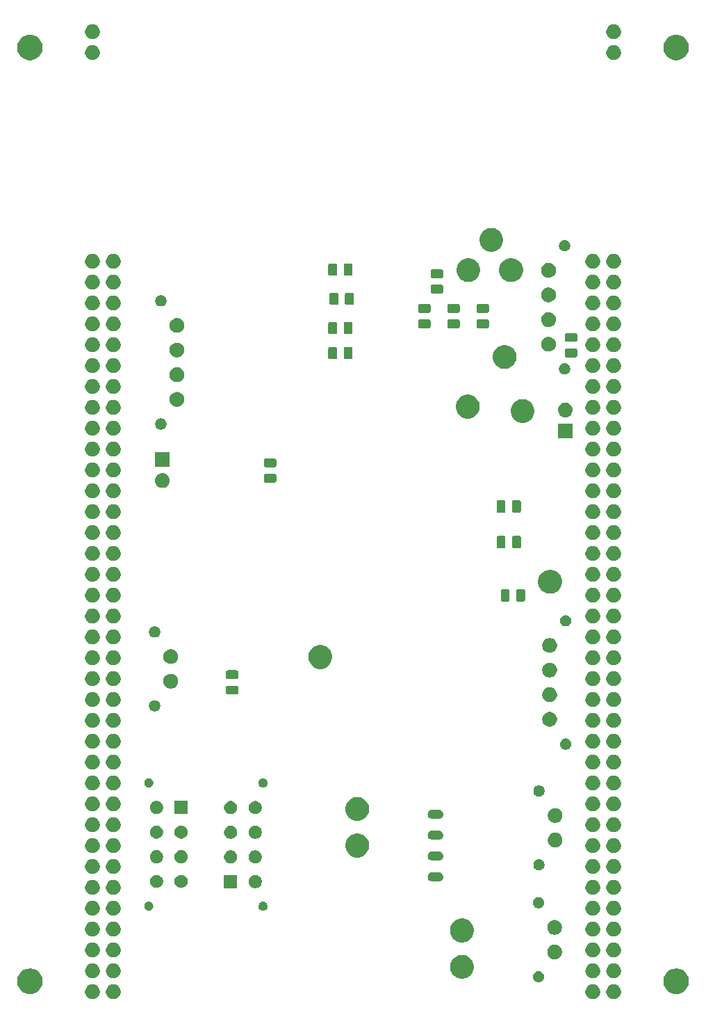
<source format=gbr>
G04 #@! TF.GenerationSoftware,KiCad,Pcbnew,(5.1.4)-1*
G04 #@! TF.CreationDate,2019-11-23T11:55:31-06:00*
G04 #@! TF.ProjectId,BPS_Nucleo,4250535f-4e75-4636-9c65-6f2e6b696361,rev?*
G04 #@! TF.SameCoordinates,Original*
G04 #@! TF.FileFunction,Soldermask,Bot*
G04 #@! TF.FilePolarity,Negative*
%FSLAX46Y46*%
G04 Gerber Fmt 4.6, Leading zero omitted, Abs format (unit mm)*
G04 Created by KiCad (PCBNEW (5.1.4)-1) date 2019-11-23 11:55:31*
%MOMM*%
%LPD*%
G04 APERTURE LIST*
%ADD10C,0.100000*%
G04 APERTURE END LIST*
D10*
G36*
X176008512Y-147058927D02*
G01*
X176157812Y-147088624D01*
X176321784Y-147156544D01*
X176469354Y-147255147D01*
X176594853Y-147380646D01*
X176693456Y-147528216D01*
X176761376Y-147692188D01*
X176796000Y-147866259D01*
X176796000Y-148043741D01*
X176761376Y-148217812D01*
X176693456Y-148381784D01*
X176594853Y-148529354D01*
X176469354Y-148654853D01*
X176321784Y-148753456D01*
X176157812Y-148821376D01*
X176008512Y-148851073D01*
X175983742Y-148856000D01*
X175806258Y-148856000D01*
X175781488Y-148851073D01*
X175632188Y-148821376D01*
X175468216Y-148753456D01*
X175320646Y-148654853D01*
X175195147Y-148529354D01*
X175096544Y-148381784D01*
X175028624Y-148217812D01*
X174994000Y-148043741D01*
X174994000Y-147866259D01*
X175028624Y-147692188D01*
X175096544Y-147528216D01*
X175195147Y-147380646D01*
X175320646Y-147255147D01*
X175468216Y-147156544D01*
X175632188Y-147088624D01*
X175781488Y-147058927D01*
X175806258Y-147054000D01*
X175983742Y-147054000D01*
X176008512Y-147058927D01*
X176008512Y-147058927D01*
G37*
G36*
X234428512Y-147058927D02*
G01*
X234577812Y-147088624D01*
X234741784Y-147156544D01*
X234889354Y-147255147D01*
X235014853Y-147380646D01*
X235113456Y-147528216D01*
X235181376Y-147692188D01*
X235216000Y-147866259D01*
X235216000Y-148043741D01*
X235181376Y-148217812D01*
X235113456Y-148381784D01*
X235014853Y-148529354D01*
X234889354Y-148654853D01*
X234741784Y-148753456D01*
X234577812Y-148821376D01*
X234428512Y-148851073D01*
X234403742Y-148856000D01*
X234226258Y-148856000D01*
X234201488Y-148851073D01*
X234052188Y-148821376D01*
X233888216Y-148753456D01*
X233740646Y-148654853D01*
X233615147Y-148529354D01*
X233516544Y-148381784D01*
X233448624Y-148217812D01*
X233414000Y-148043741D01*
X233414000Y-147866259D01*
X233448624Y-147692188D01*
X233516544Y-147528216D01*
X233615147Y-147380646D01*
X233740646Y-147255147D01*
X233888216Y-147156544D01*
X234052188Y-147088624D01*
X234201488Y-147058927D01*
X234226258Y-147054000D01*
X234403742Y-147054000D01*
X234428512Y-147058927D01*
X234428512Y-147058927D01*
G37*
G36*
X236968512Y-147058927D02*
G01*
X237117812Y-147088624D01*
X237281784Y-147156544D01*
X237429354Y-147255147D01*
X237554853Y-147380646D01*
X237653456Y-147528216D01*
X237721376Y-147692188D01*
X237756000Y-147866259D01*
X237756000Y-148043741D01*
X237721376Y-148217812D01*
X237653456Y-148381784D01*
X237554853Y-148529354D01*
X237429354Y-148654853D01*
X237281784Y-148753456D01*
X237117812Y-148821376D01*
X236968512Y-148851073D01*
X236943742Y-148856000D01*
X236766258Y-148856000D01*
X236741488Y-148851073D01*
X236592188Y-148821376D01*
X236428216Y-148753456D01*
X236280646Y-148654853D01*
X236155147Y-148529354D01*
X236056544Y-148381784D01*
X235988624Y-148217812D01*
X235954000Y-148043741D01*
X235954000Y-147866259D01*
X235988624Y-147692188D01*
X236056544Y-147528216D01*
X236155147Y-147380646D01*
X236280646Y-147255147D01*
X236428216Y-147156544D01*
X236592188Y-147088624D01*
X236741488Y-147058927D01*
X236766258Y-147054000D01*
X236943742Y-147054000D01*
X236968512Y-147058927D01*
X236968512Y-147058927D01*
G37*
G36*
X173468512Y-147058927D02*
G01*
X173617812Y-147088624D01*
X173781784Y-147156544D01*
X173929354Y-147255147D01*
X174054853Y-147380646D01*
X174153456Y-147528216D01*
X174221376Y-147692188D01*
X174256000Y-147866259D01*
X174256000Y-148043741D01*
X174221376Y-148217812D01*
X174153456Y-148381784D01*
X174054853Y-148529354D01*
X173929354Y-148654853D01*
X173781784Y-148753456D01*
X173617812Y-148821376D01*
X173468512Y-148851073D01*
X173443742Y-148856000D01*
X173266258Y-148856000D01*
X173241488Y-148851073D01*
X173092188Y-148821376D01*
X172928216Y-148753456D01*
X172780646Y-148654853D01*
X172655147Y-148529354D01*
X172556544Y-148381784D01*
X172488624Y-148217812D01*
X172454000Y-148043741D01*
X172454000Y-147866259D01*
X172488624Y-147692188D01*
X172556544Y-147528216D01*
X172655147Y-147380646D01*
X172780646Y-147255147D01*
X172928216Y-147156544D01*
X173092188Y-147088624D01*
X173241488Y-147058927D01*
X173266258Y-147054000D01*
X173443742Y-147054000D01*
X173468512Y-147058927D01*
X173468512Y-147058927D01*
G37*
G36*
X166037585Y-145163802D02*
G01*
X166187410Y-145193604D01*
X166469674Y-145310521D01*
X166723705Y-145480259D01*
X166939741Y-145696295D01*
X167109479Y-145950326D01*
X167226396Y-146232590D01*
X167286000Y-146532240D01*
X167286000Y-146837760D01*
X167226396Y-147137410D01*
X167109479Y-147419674D01*
X166939741Y-147673705D01*
X166723705Y-147889741D01*
X166469674Y-148059479D01*
X166187410Y-148176396D01*
X166037585Y-148206198D01*
X165887761Y-148236000D01*
X165582239Y-148236000D01*
X165432415Y-148206198D01*
X165282590Y-148176396D01*
X165000326Y-148059479D01*
X164746295Y-147889741D01*
X164530259Y-147673705D01*
X164360521Y-147419674D01*
X164243604Y-147137410D01*
X164184000Y-146837760D01*
X164184000Y-146532240D01*
X164243604Y-146232590D01*
X164360521Y-145950326D01*
X164530259Y-145696295D01*
X164746295Y-145480259D01*
X165000326Y-145310521D01*
X165282590Y-145193604D01*
X165432415Y-145163802D01*
X165582239Y-145134000D01*
X165887761Y-145134000D01*
X166037585Y-145163802D01*
X166037585Y-145163802D01*
G37*
G36*
X244777585Y-145163802D02*
G01*
X244927410Y-145193604D01*
X245209674Y-145310521D01*
X245463705Y-145480259D01*
X245679741Y-145696295D01*
X245849479Y-145950326D01*
X245966396Y-146232590D01*
X246026000Y-146532240D01*
X246026000Y-146837760D01*
X245966396Y-147137410D01*
X245849479Y-147419674D01*
X245679741Y-147673705D01*
X245463705Y-147889741D01*
X245209674Y-148059479D01*
X244927410Y-148176396D01*
X244777585Y-148206198D01*
X244627761Y-148236000D01*
X244322239Y-148236000D01*
X244172415Y-148206198D01*
X244022590Y-148176396D01*
X243740326Y-148059479D01*
X243486295Y-147889741D01*
X243270259Y-147673705D01*
X243100521Y-147419674D01*
X242983604Y-147137410D01*
X242924000Y-146837760D01*
X242924000Y-146532240D01*
X242983604Y-146232590D01*
X243100521Y-145950326D01*
X243270259Y-145696295D01*
X243486295Y-145480259D01*
X243740326Y-145310521D01*
X244022590Y-145193604D01*
X244172415Y-145163802D01*
X244322239Y-145134000D01*
X244627761Y-145134000D01*
X244777585Y-145163802D01*
X244777585Y-145163802D01*
G37*
G36*
X227901818Y-145454122D02*
G01*
X228021608Y-145503741D01*
X228026663Y-145505835D01*
X228139019Y-145580909D01*
X228234571Y-145676461D01*
X228309646Y-145788819D01*
X228361358Y-145913662D01*
X228387720Y-146046194D01*
X228387720Y-146181326D01*
X228361358Y-146313858D01*
X228309646Y-146438701D01*
X228309645Y-146438703D01*
X228234571Y-146551059D01*
X228139019Y-146646611D01*
X228026663Y-146721685D01*
X228026662Y-146721686D01*
X228026661Y-146721686D01*
X227901818Y-146773398D01*
X227769286Y-146799760D01*
X227634154Y-146799760D01*
X227501622Y-146773398D01*
X227376779Y-146721686D01*
X227376778Y-146721686D01*
X227376777Y-146721685D01*
X227264421Y-146646611D01*
X227168869Y-146551059D01*
X227093795Y-146438703D01*
X227093794Y-146438701D01*
X227042082Y-146313858D01*
X227015720Y-146181326D01*
X227015720Y-146046194D01*
X227042082Y-145913662D01*
X227093794Y-145788819D01*
X227168869Y-145676461D01*
X227264421Y-145580909D01*
X227376777Y-145505835D01*
X227381832Y-145503741D01*
X227501622Y-145454122D01*
X227634154Y-145427760D01*
X227769286Y-145427760D01*
X227901818Y-145454122D01*
X227901818Y-145454122D01*
G37*
G36*
X218789581Y-143534620D02*
G01*
X219053645Y-143643999D01*
X219291298Y-143802794D01*
X219493406Y-144004902D01*
X219652201Y-144242555D01*
X219761580Y-144506619D01*
X219817340Y-144786948D01*
X219817340Y-145072772D01*
X219761580Y-145353101D01*
X219652201Y-145617165D01*
X219493406Y-145854818D01*
X219291298Y-146056926D01*
X219053645Y-146215721D01*
X218789581Y-146325100D01*
X218509252Y-146380860D01*
X218223428Y-146380860D01*
X217943099Y-146325100D01*
X217679035Y-146215721D01*
X217441382Y-146056926D01*
X217239274Y-145854818D01*
X217080479Y-145617165D01*
X216971100Y-145353101D01*
X216915340Y-145072772D01*
X216915340Y-144786948D01*
X216971100Y-144506619D01*
X217080479Y-144242555D01*
X217239274Y-144004902D01*
X217441382Y-143802794D01*
X217679035Y-143643999D01*
X217943099Y-143534620D01*
X218223428Y-143478860D01*
X218509252Y-143478860D01*
X218789581Y-143534620D01*
X218789581Y-143534620D01*
G37*
G36*
X173468512Y-144518927D02*
G01*
X173617812Y-144548624D01*
X173781784Y-144616544D01*
X173929354Y-144715147D01*
X174054853Y-144840646D01*
X174153456Y-144988216D01*
X174221376Y-145152188D01*
X174251073Y-145301488D01*
X174256000Y-145326258D01*
X174256000Y-145503742D01*
X174251073Y-145528512D01*
X174221376Y-145677812D01*
X174153456Y-145841784D01*
X174054853Y-145989354D01*
X173929354Y-146114853D01*
X173781784Y-146213456D01*
X173617812Y-146281376D01*
X173468512Y-146311073D01*
X173443742Y-146316000D01*
X173266258Y-146316000D01*
X173241488Y-146311073D01*
X173092188Y-146281376D01*
X172928216Y-146213456D01*
X172780646Y-146114853D01*
X172655147Y-145989354D01*
X172556544Y-145841784D01*
X172488624Y-145677812D01*
X172458927Y-145528512D01*
X172454000Y-145503742D01*
X172454000Y-145326258D01*
X172458927Y-145301488D01*
X172488624Y-145152188D01*
X172556544Y-144988216D01*
X172655147Y-144840646D01*
X172780646Y-144715147D01*
X172928216Y-144616544D01*
X173092188Y-144548624D01*
X173241488Y-144518927D01*
X173266258Y-144514000D01*
X173443742Y-144514000D01*
X173468512Y-144518927D01*
X173468512Y-144518927D01*
G37*
G36*
X176008512Y-144518927D02*
G01*
X176157812Y-144548624D01*
X176321784Y-144616544D01*
X176469354Y-144715147D01*
X176594853Y-144840646D01*
X176693456Y-144988216D01*
X176761376Y-145152188D01*
X176791073Y-145301488D01*
X176796000Y-145326258D01*
X176796000Y-145503742D01*
X176791073Y-145528512D01*
X176761376Y-145677812D01*
X176693456Y-145841784D01*
X176594853Y-145989354D01*
X176469354Y-146114853D01*
X176321784Y-146213456D01*
X176157812Y-146281376D01*
X176008512Y-146311073D01*
X175983742Y-146316000D01*
X175806258Y-146316000D01*
X175781488Y-146311073D01*
X175632188Y-146281376D01*
X175468216Y-146213456D01*
X175320646Y-146114853D01*
X175195147Y-145989354D01*
X175096544Y-145841784D01*
X175028624Y-145677812D01*
X174998927Y-145528512D01*
X174994000Y-145503742D01*
X174994000Y-145326258D01*
X174998927Y-145301488D01*
X175028624Y-145152188D01*
X175096544Y-144988216D01*
X175195147Y-144840646D01*
X175320646Y-144715147D01*
X175468216Y-144616544D01*
X175632188Y-144548624D01*
X175781488Y-144518927D01*
X175806258Y-144514000D01*
X175983742Y-144514000D01*
X176008512Y-144518927D01*
X176008512Y-144518927D01*
G37*
G36*
X234428512Y-144518927D02*
G01*
X234577812Y-144548624D01*
X234741784Y-144616544D01*
X234889354Y-144715147D01*
X235014853Y-144840646D01*
X235113456Y-144988216D01*
X235181376Y-145152188D01*
X235211073Y-145301488D01*
X235216000Y-145326258D01*
X235216000Y-145503742D01*
X235211073Y-145528512D01*
X235181376Y-145677812D01*
X235113456Y-145841784D01*
X235014853Y-145989354D01*
X234889354Y-146114853D01*
X234741784Y-146213456D01*
X234577812Y-146281376D01*
X234428512Y-146311073D01*
X234403742Y-146316000D01*
X234226258Y-146316000D01*
X234201488Y-146311073D01*
X234052188Y-146281376D01*
X233888216Y-146213456D01*
X233740646Y-146114853D01*
X233615147Y-145989354D01*
X233516544Y-145841784D01*
X233448624Y-145677812D01*
X233418927Y-145528512D01*
X233414000Y-145503742D01*
X233414000Y-145326258D01*
X233418927Y-145301488D01*
X233448624Y-145152188D01*
X233516544Y-144988216D01*
X233615147Y-144840646D01*
X233740646Y-144715147D01*
X233888216Y-144616544D01*
X234052188Y-144548624D01*
X234201488Y-144518927D01*
X234226258Y-144514000D01*
X234403742Y-144514000D01*
X234428512Y-144518927D01*
X234428512Y-144518927D01*
G37*
G36*
X236968512Y-144518927D02*
G01*
X237117812Y-144548624D01*
X237281784Y-144616544D01*
X237429354Y-144715147D01*
X237554853Y-144840646D01*
X237653456Y-144988216D01*
X237721376Y-145152188D01*
X237751073Y-145301488D01*
X237756000Y-145326258D01*
X237756000Y-145503742D01*
X237751073Y-145528512D01*
X237721376Y-145677812D01*
X237653456Y-145841784D01*
X237554853Y-145989354D01*
X237429354Y-146114853D01*
X237281784Y-146213456D01*
X237117812Y-146281376D01*
X236968512Y-146311073D01*
X236943742Y-146316000D01*
X236766258Y-146316000D01*
X236741488Y-146311073D01*
X236592188Y-146281376D01*
X236428216Y-146213456D01*
X236280646Y-146114853D01*
X236155147Y-145989354D01*
X236056544Y-145841784D01*
X235988624Y-145677812D01*
X235958927Y-145528512D01*
X235954000Y-145503742D01*
X235954000Y-145326258D01*
X235958927Y-145301488D01*
X235988624Y-145152188D01*
X236056544Y-144988216D01*
X236155147Y-144840646D01*
X236280646Y-144715147D01*
X236428216Y-144616544D01*
X236592188Y-144548624D01*
X236741488Y-144518927D01*
X236766258Y-144514000D01*
X236943742Y-144514000D01*
X236968512Y-144518927D01*
X236968512Y-144518927D01*
G37*
G36*
X229775232Y-142217687D02*
G01*
X229924532Y-142247384D01*
X230088504Y-142315304D01*
X230236074Y-142413907D01*
X230361573Y-142539406D01*
X230460176Y-142686976D01*
X230528096Y-142850948D01*
X230562720Y-143025019D01*
X230562720Y-143202501D01*
X230528096Y-143376572D01*
X230460176Y-143540544D01*
X230361573Y-143688114D01*
X230236074Y-143813613D01*
X230088504Y-143912216D01*
X229924532Y-143980136D01*
X229775232Y-144009833D01*
X229750462Y-144014760D01*
X229572978Y-144014760D01*
X229548208Y-144009833D01*
X229398908Y-143980136D01*
X229234936Y-143912216D01*
X229087366Y-143813613D01*
X228961867Y-143688114D01*
X228863264Y-143540544D01*
X228795344Y-143376572D01*
X228760720Y-143202501D01*
X228760720Y-143025019D01*
X228795344Y-142850948D01*
X228863264Y-142686976D01*
X228961867Y-142539406D01*
X229087366Y-142413907D01*
X229234936Y-142315304D01*
X229398908Y-142247384D01*
X229548208Y-142217687D01*
X229572978Y-142212760D01*
X229750462Y-142212760D01*
X229775232Y-142217687D01*
X229775232Y-142217687D01*
G37*
G36*
X236968512Y-141978927D02*
G01*
X237117812Y-142008624D01*
X237281784Y-142076544D01*
X237429354Y-142175147D01*
X237554853Y-142300646D01*
X237653456Y-142448216D01*
X237721376Y-142612188D01*
X237756000Y-142786259D01*
X237756000Y-142963741D01*
X237721376Y-143137812D01*
X237653456Y-143301784D01*
X237554853Y-143449354D01*
X237429354Y-143574853D01*
X237281784Y-143673456D01*
X237117812Y-143741376D01*
X236968512Y-143771073D01*
X236943742Y-143776000D01*
X236766258Y-143776000D01*
X236741488Y-143771073D01*
X236592188Y-143741376D01*
X236428216Y-143673456D01*
X236280646Y-143574853D01*
X236155147Y-143449354D01*
X236056544Y-143301784D01*
X235988624Y-143137812D01*
X235954000Y-142963741D01*
X235954000Y-142786259D01*
X235988624Y-142612188D01*
X236056544Y-142448216D01*
X236155147Y-142300646D01*
X236280646Y-142175147D01*
X236428216Y-142076544D01*
X236592188Y-142008624D01*
X236741488Y-141978927D01*
X236766258Y-141974000D01*
X236943742Y-141974000D01*
X236968512Y-141978927D01*
X236968512Y-141978927D01*
G37*
G36*
X234428512Y-141978927D02*
G01*
X234577812Y-142008624D01*
X234741784Y-142076544D01*
X234889354Y-142175147D01*
X235014853Y-142300646D01*
X235113456Y-142448216D01*
X235181376Y-142612188D01*
X235216000Y-142786259D01*
X235216000Y-142963741D01*
X235181376Y-143137812D01*
X235113456Y-143301784D01*
X235014853Y-143449354D01*
X234889354Y-143574853D01*
X234741784Y-143673456D01*
X234577812Y-143741376D01*
X234428512Y-143771073D01*
X234403742Y-143776000D01*
X234226258Y-143776000D01*
X234201488Y-143771073D01*
X234052188Y-143741376D01*
X233888216Y-143673456D01*
X233740646Y-143574853D01*
X233615147Y-143449354D01*
X233516544Y-143301784D01*
X233448624Y-143137812D01*
X233414000Y-142963741D01*
X233414000Y-142786259D01*
X233448624Y-142612188D01*
X233516544Y-142448216D01*
X233615147Y-142300646D01*
X233740646Y-142175147D01*
X233888216Y-142076544D01*
X234052188Y-142008624D01*
X234201488Y-141978927D01*
X234226258Y-141974000D01*
X234403742Y-141974000D01*
X234428512Y-141978927D01*
X234428512Y-141978927D01*
G37*
G36*
X173468512Y-141978927D02*
G01*
X173617812Y-142008624D01*
X173781784Y-142076544D01*
X173929354Y-142175147D01*
X174054853Y-142300646D01*
X174153456Y-142448216D01*
X174221376Y-142612188D01*
X174256000Y-142786259D01*
X174256000Y-142963741D01*
X174221376Y-143137812D01*
X174153456Y-143301784D01*
X174054853Y-143449354D01*
X173929354Y-143574853D01*
X173781784Y-143673456D01*
X173617812Y-143741376D01*
X173468512Y-143771073D01*
X173443742Y-143776000D01*
X173266258Y-143776000D01*
X173241488Y-143771073D01*
X173092188Y-143741376D01*
X172928216Y-143673456D01*
X172780646Y-143574853D01*
X172655147Y-143449354D01*
X172556544Y-143301784D01*
X172488624Y-143137812D01*
X172454000Y-142963741D01*
X172454000Y-142786259D01*
X172488624Y-142612188D01*
X172556544Y-142448216D01*
X172655147Y-142300646D01*
X172780646Y-142175147D01*
X172928216Y-142076544D01*
X173092188Y-142008624D01*
X173241488Y-141978927D01*
X173266258Y-141974000D01*
X173443742Y-141974000D01*
X173468512Y-141978927D01*
X173468512Y-141978927D01*
G37*
G36*
X176008512Y-141978927D02*
G01*
X176157812Y-142008624D01*
X176321784Y-142076544D01*
X176469354Y-142175147D01*
X176594853Y-142300646D01*
X176693456Y-142448216D01*
X176761376Y-142612188D01*
X176796000Y-142786259D01*
X176796000Y-142963741D01*
X176761376Y-143137812D01*
X176693456Y-143301784D01*
X176594853Y-143449354D01*
X176469354Y-143574853D01*
X176321784Y-143673456D01*
X176157812Y-143741376D01*
X176008512Y-143771073D01*
X175983742Y-143776000D01*
X175806258Y-143776000D01*
X175781488Y-143771073D01*
X175632188Y-143741376D01*
X175468216Y-143673456D01*
X175320646Y-143574853D01*
X175195147Y-143449354D01*
X175096544Y-143301784D01*
X175028624Y-143137812D01*
X174994000Y-142963741D01*
X174994000Y-142786259D01*
X175028624Y-142612188D01*
X175096544Y-142448216D01*
X175195147Y-142300646D01*
X175320646Y-142175147D01*
X175468216Y-142076544D01*
X175632188Y-142008624D01*
X175781488Y-141978927D01*
X175806258Y-141974000D01*
X175983742Y-141974000D01*
X176008512Y-141978927D01*
X176008512Y-141978927D01*
G37*
G36*
X218789581Y-139089620D02*
G01*
X219053645Y-139198999D01*
X219291298Y-139357794D01*
X219493406Y-139559902D01*
X219652201Y-139797555D01*
X219761580Y-140061619D01*
X219817340Y-140341948D01*
X219817340Y-140627772D01*
X219761580Y-140908101D01*
X219652201Y-141172165D01*
X219493406Y-141409818D01*
X219291298Y-141611926D01*
X219053645Y-141770721D01*
X218789581Y-141880100D01*
X218509252Y-141935860D01*
X218223428Y-141935860D01*
X217943099Y-141880100D01*
X217679035Y-141770721D01*
X217441382Y-141611926D01*
X217239274Y-141409818D01*
X217080479Y-141172165D01*
X216971100Y-140908101D01*
X216915340Y-140627772D01*
X216915340Y-140341948D01*
X216971100Y-140061619D01*
X217080479Y-139797555D01*
X217239274Y-139559902D01*
X217441382Y-139357794D01*
X217679035Y-139198999D01*
X217943099Y-139089620D01*
X218223428Y-139033860D01*
X218509252Y-139033860D01*
X218789581Y-139089620D01*
X218789581Y-139089620D01*
G37*
G36*
X173468512Y-139438927D02*
G01*
X173617812Y-139468624D01*
X173781784Y-139536544D01*
X173929354Y-139635147D01*
X174054853Y-139760646D01*
X174153456Y-139908216D01*
X174221376Y-140072188D01*
X174256000Y-140246259D01*
X174256000Y-140423741D01*
X174221376Y-140597812D01*
X174153456Y-140761784D01*
X174054853Y-140909354D01*
X173929354Y-141034853D01*
X173781784Y-141133456D01*
X173617812Y-141201376D01*
X173468512Y-141231073D01*
X173443742Y-141236000D01*
X173266258Y-141236000D01*
X173241488Y-141231073D01*
X173092188Y-141201376D01*
X172928216Y-141133456D01*
X172780646Y-141034853D01*
X172655147Y-140909354D01*
X172556544Y-140761784D01*
X172488624Y-140597812D01*
X172454000Y-140423741D01*
X172454000Y-140246259D01*
X172488624Y-140072188D01*
X172556544Y-139908216D01*
X172655147Y-139760646D01*
X172780646Y-139635147D01*
X172928216Y-139536544D01*
X173092188Y-139468624D01*
X173241488Y-139438927D01*
X173266258Y-139434000D01*
X173443742Y-139434000D01*
X173468512Y-139438927D01*
X173468512Y-139438927D01*
G37*
G36*
X176008512Y-139438927D02*
G01*
X176157812Y-139468624D01*
X176321784Y-139536544D01*
X176469354Y-139635147D01*
X176594853Y-139760646D01*
X176693456Y-139908216D01*
X176761376Y-140072188D01*
X176796000Y-140246259D01*
X176796000Y-140423741D01*
X176761376Y-140597812D01*
X176693456Y-140761784D01*
X176594853Y-140909354D01*
X176469354Y-141034853D01*
X176321784Y-141133456D01*
X176157812Y-141201376D01*
X176008512Y-141231073D01*
X175983742Y-141236000D01*
X175806258Y-141236000D01*
X175781488Y-141231073D01*
X175632188Y-141201376D01*
X175468216Y-141133456D01*
X175320646Y-141034853D01*
X175195147Y-140909354D01*
X175096544Y-140761784D01*
X175028624Y-140597812D01*
X174994000Y-140423741D01*
X174994000Y-140246259D01*
X175028624Y-140072188D01*
X175096544Y-139908216D01*
X175195147Y-139760646D01*
X175320646Y-139635147D01*
X175468216Y-139536544D01*
X175632188Y-139468624D01*
X175781488Y-139438927D01*
X175806258Y-139434000D01*
X175983742Y-139434000D01*
X176008512Y-139438927D01*
X176008512Y-139438927D01*
G37*
G36*
X234428512Y-139438927D02*
G01*
X234577812Y-139468624D01*
X234741784Y-139536544D01*
X234889354Y-139635147D01*
X235014853Y-139760646D01*
X235113456Y-139908216D01*
X235181376Y-140072188D01*
X235216000Y-140246259D01*
X235216000Y-140423741D01*
X235181376Y-140597812D01*
X235113456Y-140761784D01*
X235014853Y-140909354D01*
X234889354Y-141034853D01*
X234741784Y-141133456D01*
X234577812Y-141201376D01*
X234428512Y-141231073D01*
X234403742Y-141236000D01*
X234226258Y-141236000D01*
X234201488Y-141231073D01*
X234052188Y-141201376D01*
X233888216Y-141133456D01*
X233740646Y-141034853D01*
X233615147Y-140909354D01*
X233516544Y-140761784D01*
X233448624Y-140597812D01*
X233414000Y-140423741D01*
X233414000Y-140246259D01*
X233448624Y-140072188D01*
X233516544Y-139908216D01*
X233615147Y-139760646D01*
X233740646Y-139635147D01*
X233888216Y-139536544D01*
X234052188Y-139468624D01*
X234201488Y-139438927D01*
X234226258Y-139434000D01*
X234403742Y-139434000D01*
X234428512Y-139438927D01*
X234428512Y-139438927D01*
G37*
G36*
X236968512Y-139438927D02*
G01*
X237117812Y-139468624D01*
X237281784Y-139536544D01*
X237429354Y-139635147D01*
X237554853Y-139760646D01*
X237653456Y-139908216D01*
X237721376Y-140072188D01*
X237756000Y-140246259D01*
X237756000Y-140423741D01*
X237721376Y-140597812D01*
X237653456Y-140761784D01*
X237554853Y-140909354D01*
X237429354Y-141034853D01*
X237281784Y-141133456D01*
X237117812Y-141201376D01*
X236968512Y-141231073D01*
X236943742Y-141236000D01*
X236766258Y-141236000D01*
X236741488Y-141231073D01*
X236592188Y-141201376D01*
X236428216Y-141133456D01*
X236280646Y-141034853D01*
X236155147Y-140909354D01*
X236056544Y-140761784D01*
X235988624Y-140597812D01*
X235954000Y-140423741D01*
X235954000Y-140246259D01*
X235988624Y-140072188D01*
X236056544Y-139908216D01*
X236155147Y-139760646D01*
X236280646Y-139635147D01*
X236428216Y-139536544D01*
X236592188Y-139468624D01*
X236741488Y-139438927D01*
X236766258Y-139434000D01*
X236943742Y-139434000D01*
X236968512Y-139438927D01*
X236968512Y-139438927D01*
G37*
G36*
X229775232Y-139217687D02*
G01*
X229924532Y-139247384D01*
X230088504Y-139315304D01*
X230236074Y-139413907D01*
X230361573Y-139539406D01*
X230460176Y-139686976D01*
X230528096Y-139850948D01*
X230562720Y-140025019D01*
X230562720Y-140202501D01*
X230528096Y-140376572D01*
X230460176Y-140540544D01*
X230361573Y-140688114D01*
X230236074Y-140813613D01*
X230088504Y-140912216D01*
X229924532Y-140980136D01*
X229775232Y-141009833D01*
X229750462Y-141014760D01*
X229572978Y-141014760D01*
X229548208Y-141009833D01*
X229398908Y-140980136D01*
X229234936Y-140912216D01*
X229087366Y-140813613D01*
X228961867Y-140688114D01*
X228863264Y-140540544D01*
X228795344Y-140376572D01*
X228760720Y-140202501D01*
X228760720Y-140025019D01*
X228795344Y-139850948D01*
X228863264Y-139686976D01*
X228961867Y-139539406D01*
X229087366Y-139413907D01*
X229234936Y-139315304D01*
X229398908Y-139247384D01*
X229548208Y-139217687D01*
X229572978Y-139212760D01*
X229750462Y-139212760D01*
X229775232Y-139217687D01*
X229775232Y-139217687D01*
G37*
G36*
X234428512Y-136898927D02*
G01*
X234577812Y-136928624D01*
X234741784Y-136996544D01*
X234889354Y-137095147D01*
X235014853Y-137220646D01*
X235113456Y-137368216D01*
X235181376Y-137532188D01*
X235216000Y-137706259D01*
X235216000Y-137883741D01*
X235181376Y-138057812D01*
X235113456Y-138221784D01*
X235014853Y-138369354D01*
X234889354Y-138494853D01*
X234741784Y-138593456D01*
X234577812Y-138661376D01*
X234428512Y-138691073D01*
X234403742Y-138696000D01*
X234226258Y-138696000D01*
X234201488Y-138691073D01*
X234052188Y-138661376D01*
X233888216Y-138593456D01*
X233740646Y-138494853D01*
X233615147Y-138369354D01*
X233516544Y-138221784D01*
X233448624Y-138057812D01*
X233414000Y-137883741D01*
X233414000Y-137706259D01*
X233448624Y-137532188D01*
X233516544Y-137368216D01*
X233615147Y-137220646D01*
X233740646Y-137095147D01*
X233888216Y-136996544D01*
X234052188Y-136928624D01*
X234201488Y-136898927D01*
X234226258Y-136894000D01*
X234403742Y-136894000D01*
X234428512Y-136898927D01*
X234428512Y-136898927D01*
G37*
G36*
X176008512Y-136898927D02*
G01*
X176157812Y-136928624D01*
X176321784Y-136996544D01*
X176469354Y-137095147D01*
X176594853Y-137220646D01*
X176693456Y-137368216D01*
X176761376Y-137532188D01*
X176796000Y-137706259D01*
X176796000Y-137883741D01*
X176761376Y-138057812D01*
X176693456Y-138221784D01*
X176594853Y-138369354D01*
X176469354Y-138494853D01*
X176321784Y-138593456D01*
X176157812Y-138661376D01*
X176008512Y-138691073D01*
X175983742Y-138696000D01*
X175806258Y-138696000D01*
X175781488Y-138691073D01*
X175632188Y-138661376D01*
X175468216Y-138593456D01*
X175320646Y-138494853D01*
X175195147Y-138369354D01*
X175096544Y-138221784D01*
X175028624Y-138057812D01*
X174994000Y-137883741D01*
X174994000Y-137706259D01*
X175028624Y-137532188D01*
X175096544Y-137368216D01*
X175195147Y-137220646D01*
X175320646Y-137095147D01*
X175468216Y-136996544D01*
X175632188Y-136928624D01*
X175781488Y-136898927D01*
X175806258Y-136894000D01*
X175983742Y-136894000D01*
X176008512Y-136898927D01*
X176008512Y-136898927D01*
G37*
G36*
X173468512Y-136898927D02*
G01*
X173617812Y-136928624D01*
X173781784Y-136996544D01*
X173929354Y-137095147D01*
X174054853Y-137220646D01*
X174153456Y-137368216D01*
X174221376Y-137532188D01*
X174256000Y-137706259D01*
X174256000Y-137883741D01*
X174221376Y-138057812D01*
X174153456Y-138221784D01*
X174054853Y-138369354D01*
X173929354Y-138494853D01*
X173781784Y-138593456D01*
X173617812Y-138661376D01*
X173468512Y-138691073D01*
X173443742Y-138696000D01*
X173266258Y-138696000D01*
X173241488Y-138691073D01*
X173092188Y-138661376D01*
X172928216Y-138593456D01*
X172780646Y-138494853D01*
X172655147Y-138369354D01*
X172556544Y-138221784D01*
X172488624Y-138057812D01*
X172454000Y-137883741D01*
X172454000Y-137706259D01*
X172488624Y-137532188D01*
X172556544Y-137368216D01*
X172655147Y-137220646D01*
X172780646Y-137095147D01*
X172928216Y-136996544D01*
X173092188Y-136928624D01*
X173241488Y-136898927D01*
X173266258Y-136894000D01*
X173443742Y-136894000D01*
X173468512Y-136898927D01*
X173468512Y-136898927D01*
G37*
G36*
X236968512Y-136898927D02*
G01*
X237117812Y-136928624D01*
X237281784Y-136996544D01*
X237429354Y-137095147D01*
X237554853Y-137220646D01*
X237653456Y-137368216D01*
X237721376Y-137532188D01*
X237756000Y-137706259D01*
X237756000Y-137883741D01*
X237721376Y-138057812D01*
X237653456Y-138221784D01*
X237554853Y-138369354D01*
X237429354Y-138494853D01*
X237281784Y-138593456D01*
X237117812Y-138661376D01*
X236968512Y-138691073D01*
X236943742Y-138696000D01*
X236766258Y-138696000D01*
X236741488Y-138691073D01*
X236592188Y-138661376D01*
X236428216Y-138593456D01*
X236280646Y-138494853D01*
X236155147Y-138369354D01*
X236056544Y-138221784D01*
X235988624Y-138057812D01*
X235954000Y-137883741D01*
X235954000Y-137706259D01*
X235988624Y-137532188D01*
X236056544Y-137368216D01*
X236155147Y-137220646D01*
X236280646Y-137095147D01*
X236428216Y-136996544D01*
X236592188Y-136928624D01*
X236741488Y-136898927D01*
X236766258Y-136894000D01*
X236943742Y-136894000D01*
X236968512Y-136898927D01*
X236968512Y-136898927D01*
G37*
G36*
X194288301Y-137006354D02*
G01*
X194388575Y-137047889D01*
X194388576Y-137047890D01*
X194478822Y-137108190D01*
X194555570Y-137184938D01*
X194555571Y-137184940D01*
X194615871Y-137275185D01*
X194657406Y-137375459D01*
X194678580Y-137481910D01*
X194678580Y-137590450D01*
X194657406Y-137696901D01*
X194615871Y-137797175D01*
X194585925Y-137841992D01*
X194555570Y-137887422D01*
X194478822Y-137964170D01*
X194433392Y-137994525D01*
X194388575Y-138024471D01*
X194288301Y-138066006D01*
X194181850Y-138087180D01*
X194073310Y-138087180D01*
X193966859Y-138066006D01*
X193866585Y-138024471D01*
X193821768Y-137994525D01*
X193776338Y-137964170D01*
X193699590Y-137887422D01*
X193669235Y-137841992D01*
X193639289Y-137797175D01*
X193597754Y-137696901D01*
X193576580Y-137590450D01*
X193576580Y-137481910D01*
X193597754Y-137375459D01*
X193639289Y-137275185D01*
X193699589Y-137184940D01*
X193699590Y-137184938D01*
X193776338Y-137108190D01*
X193866584Y-137047890D01*
X193866585Y-137047889D01*
X193966859Y-137006354D01*
X194073310Y-136985180D01*
X194181850Y-136985180D01*
X194288301Y-137006354D01*
X194288301Y-137006354D01*
G37*
G36*
X180368181Y-136986814D02*
G01*
X180468455Y-137028349D01*
X180497700Y-137047890D01*
X180558702Y-137088650D01*
X180635450Y-137165398D01*
X180648506Y-137184938D01*
X180695751Y-137255645D01*
X180737286Y-137355919D01*
X180758460Y-137462370D01*
X180758460Y-137570910D01*
X180737286Y-137677361D01*
X180695751Y-137777635D01*
X180695750Y-137777636D01*
X180635450Y-137867882D01*
X180558702Y-137944630D01*
X180513272Y-137974985D01*
X180468455Y-138004931D01*
X180368181Y-138046466D01*
X180261730Y-138067640D01*
X180153190Y-138067640D01*
X180046739Y-138046466D01*
X179946465Y-138004931D01*
X179901648Y-137974985D01*
X179856218Y-137944630D01*
X179779470Y-137867882D01*
X179719170Y-137777636D01*
X179719169Y-137777635D01*
X179677634Y-137677361D01*
X179656460Y-137570910D01*
X179656460Y-137462370D01*
X179677634Y-137355919D01*
X179719169Y-137255645D01*
X179766414Y-137184938D01*
X179779470Y-137165398D01*
X179856218Y-137088650D01*
X179917220Y-137047890D01*
X179946465Y-137028349D01*
X180046739Y-136986814D01*
X180153190Y-136965640D01*
X180261730Y-136965640D01*
X180368181Y-136986814D01*
X180368181Y-136986814D01*
G37*
G36*
X227901818Y-136454122D02*
G01*
X228026661Y-136505834D01*
X228026663Y-136505835D01*
X228139019Y-136580909D01*
X228234571Y-136676461D01*
X228309646Y-136788819D01*
X228361358Y-136913662D01*
X228387720Y-137046194D01*
X228387720Y-137181326D01*
X228361358Y-137313858D01*
X228309646Y-137438701D01*
X228309645Y-137438703D01*
X228234571Y-137551059D01*
X228139019Y-137646611D01*
X228026663Y-137721685D01*
X228026662Y-137721686D01*
X228026661Y-137721686D01*
X227901818Y-137773398D01*
X227769286Y-137799760D01*
X227634154Y-137799760D01*
X227501622Y-137773398D01*
X227376779Y-137721686D01*
X227376778Y-137721686D01*
X227376777Y-137721685D01*
X227264421Y-137646611D01*
X227168869Y-137551059D01*
X227093795Y-137438703D01*
X227093794Y-137438701D01*
X227042082Y-137313858D01*
X227015720Y-137181326D01*
X227015720Y-137046194D01*
X227042082Y-136913662D01*
X227093794Y-136788819D01*
X227168869Y-136676461D01*
X227264421Y-136580909D01*
X227376777Y-136505835D01*
X227376779Y-136505834D01*
X227501622Y-136454122D01*
X227634154Y-136427760D01*
X227769286Y-136427760D01*
X227901818Y-136454122D01*
X227901818Y-136454122D01*
G37*
G36*
X176008512Y-134358927D02*
G01*
X176157812Y-134388624D01*
X176321784Y-134456544D01*
X176469354Y-134555147D01*
X176594853Y-134680646D01*
X176693456Y-134828216D01*
X176761376Y-134992188D01*
X176772236Y-135046788D01*
X176794429Y-135158358D01*
X176796000Y-135166259D01*
X176796000Y-135343741D01*
X176761376Y-135517812D01*
X176693456Y-135681784D01*
X176594853Y-135829354D01*
X176469354Y-135954853D01*
X176321784Y-136053456D01*
X176157812Y-136121376D01*
X176008512Y-136151073D01*
X175983742Y-136156000D01*
X175806258Y-136156000D01*
X175781488Y-136151073D01*
X175632188Y-136121376D01*
X175468216Y-136053456D01*
X175320646Y-135954853D01*
X175195147Y-135829354D01*
X175096544Y-135681784D01*
X175028624Y-135517812D01*
X174994000Y-135343741D01*
X174994000Y-135166259D01*
X174995572Y-135158358D01*
X175017764Y-135046788D01*
X175028624Y-134992188D01*
X175096544Y-134828216D01*
X175195147Y-134680646D01*
X175320646Y-134555147D01*
X175468216Y-134456544D01*
X175632188Y-134388624D01*
X175781488Y-134358927D01*
X175806258Y-134354000D01*
X175983742Y-134354000D01*
X176008512Y-134358927D01*
X176008512Y-134358927D01*
G37*
G36*
X236968512Y-134358927D02*
G01*
X237117812Y-134388624D01*
X237281784Y-134456544D01*
X237429354Y-134555147D01*
X237554853Y-134680646D01*
X237653456Y-134828216D01*
X237721376Y-134992188D01*
X237732236Y-135046788D01*
X237754429Y-135158358D01*
X237756000Y-135166259D01*
X237756000Y-135343741D01*
X237721376Y-135517812D01*
X237653456Y-135681784D01*
X237554853Y-135829354D01*
X237429354Y-135954853D01*
X237281784Y-136053456D01*
X237117812Y-136121376D01*
X236968512Y-136151073D01*
X236943742Y-136156000D01*
X236766258Y-136156000D01*
X236741488Y-136151073D01*
X236592188Y-136121376D01*
X236428216Y-136053456D01*
X236280646Y-135954853D01*
X236155147Y-135829354D01*
X236056544Y-135681784D01*
X235988624Y-135517812D01*
X235954000Y-135343741D01*
X235954000Y-135166259D01*
X235955572Y-135158358D01*
X235977764Y-135046788D01*
X235988624Y-134992188D01*
X236056544Y-134828216D01*
X236155147Y-134680646D01*
X236280646Y-134555147D01*
X236428216Y-134456544D01*
X236592188Y-134388624D01*
X236741488Y-134358927D01*
X236766258Y-134354000D01*
X236943742Y-134354000D01*
X236968512Y-134358927D01*
X236968512Y-134358927D01*
G37*
G36*
X234428512Y-134358927D02*
G01*
X234577812Y-134388624D01*
X234741784Y-134456544D01*
X234889354Y-134555147D01*
X235014853Y-134680646D01*
X235113456Y-134828216D01*
X235181376Y-134992188D01*
X235192236Y-135046788D01*
X235214429Y-135158358D01*
X235216000Y-135166259D01*
X235216000Y-135343741D01*
X235181376Y-135517812D01*
X235113456Y-135681784D01*
X235014853Y-135829354D01*
X234889354Y-135954853D01*
X234741784Y-136053456D01*
X234577812Y-136121376D01*
X234428512Y-136151073D01*
X234403742Y-136156000D01*
X234226258Y-136156000D01*
X234201488Y-136151073D01*
X234052188Y-136121376D01*
X233888216Y-136053456D01*
X233740646Y-135954853D01*
X233615147Y-135829354D01*
X233516544Y-135681784D01*
X233448624Y-135517812D01*
X233414000Y-135343741D01*
X233414000Y-135166259D01*
X233415572Y-135158358D01*
X233437764Y-135046788D01*
X233448624Y-134992188D01*
X233516544Y-134828216D01*
X233615147Y-134680646D01*
X233740646Y-134555147D01*
X233888216Y-134456544D01*
X234052188Y-134388624D01*
X234201488Y-134358927D01*
X234226258Y-134354000D01*
X234403742Y-134354000D01*
X234428512Y-134358927D01*
X234428512Y-134358927D01*
G37*
G36*
X173468512Y-134358927D02*
G01*
X173617812Y-134388624D01*
X173781784Y-134456544D01*
X173929354Y-134555147D01*
X174054853Y-134680646D01*
X174153456Y-134828216D01*
X174221376Y-134992188D01*
X174232236Y-135046788D01*
X174254429Y-135158358D01*
X174256000Y-135166259D01*
X174256000Y-135343741D01*
X174221376Y-135517812D01*
X174153456Y-135681784D01*
X174054853Y-135829354D01*
X173929354Y-135954853D01*
X173781784Y-136053456D01*
X173617812Y-136121376D01*
X173468512Y-136151073D01*
X173443742Y-136156000D01*
X173266258Y-136156000D01*
X173241488Y-136151073D01*
X173092188Y-136121376D01*
X172928216Y-136053456D01*
X172780646Y-135954853D01*
X172655147Y-135829354D01*
X172556544Y-135681784D01*
X172488624Y-135517812D01*
X172454000Y-135343741D01*
X172454000Y-135166259D01*
X172455572Y-135158358D01*
X172477764Y-135046788D01*
X172488624Y-134992188D01*
X172556544Y-134828216D01*
X172655147Y-134680646D01*
X172780646Y-134555147D01*
X172928216Y-134456544D01*
X173092188Y-134388624D01*
X173241488Y-134358927D01*
X173266258Y-134354000D01*
X173443742Y-134354000D01*
X173468512Y-134358927D01*
X173468512Y-134358927D01*
G37*
G36*
X190988580Y-135337180D02*
G01*
X189386580Y-135337180D01*
X189386580Y-133735180D01*
X190988580Y-133735180D01*
X190988580Y-135337180D01*
X190988580Y-135337180D01*
G37*
G36*
X193421222Y-133765961D02*
G01*
X193566994Y-133826342D01*
X193566996Y-133826343D01*
X193698188Y-133914002D01*
X193809758Y-134025572D01*
X193884361Y-134137224D01*
X193897418Y-134156766D01*
X193957799Y-134302538D01*
X193988580Y-134457287D01*
X193988580Y-134615073D01*
X193957799Y-134769822D01*
X193933611Y-134828216D01*
X193897417Y-134915596D01*
X193809758Y-135046788D01*
X193698188Y-135158358D01*
X193566996Y-135246017D01*
X193566995Y-135246018D01*
X193566994Y-135246018D01*
X193421222Y-135306399D01*
X193266473Y-135337180D01*
X193108687Y-135337180D01*
X192953938Y-135306399D01*
X192808166Y-135246018D01*
X192808165Y-135246018D01*
X192808164Y-135246017D01*
X192676972Y-135158358D01*
X192565402Y-135046788D01*
X192477743Y-134915596D01*
X192441549Y-134828216D01*
X192417361Y-134769822D01*
X192386580Y-134615073D01*
X192386580Y-134457287D01*
X192417361Y-134302538D01*
X192477742Y-134156766D01*
X192490799Y-134137224D01*
X192565402Y-134025572D01*
X192676972Y-133914002D01*
X192808164Y-133826343D01*
X192808166Y-133826342D01*
X192953938Y-133765961D01*
X193108687Y-133735180D01*
X193266473Y-133735180D01*
X193421222Y-133765961D01*
X193421222Y-133765961D01*
G37*
G36*
X181381102Y-133746421D02*
G01*
X181526874Y-133806802D01*
X181526876Y-133806803D01*
X181658068Y-133894462D01*
X181769638Y-134006032D01*
X181857297Y-134137224D01*
X181857298Y-134137226D01*
X181917679Y-134282998D01*
X181948460Y-134437747D01*
X181948460Y-134595533D01*
X181917679Y-134750282D01*
X181857298Y-134896054D01*
X181857297Y-134896056D01*
X181769638Y-135027248D01*
X181658068Y-135138818D01*
X181526876Y-135226477D01*
X181526875Y-135226478D01*
X181526874Y-135226478D01*
X181381102Y-135286859D01*
X181226353Y-135317640D01*
X181068567Y-135317640D01*
X180913818Y-135286859D01*
X180768046Y-135226478D01*
X180768045Y-135226478D01*
X180768044Y-135226477D01*
X180636852Y-135138818D01*
X180525282Y-135027248D01*
X180437623Y-134896056D01*
X180437622Y-134896054D01*
X180377241Y-134750282D01*
X180346460Y-134595533D01*
X180346460Y-134437747D01*
X180377241Y-134282998D01*
X180437622Y-134137226D01*
X180437623Y-134137224D01*
X180525282Y-134006032D01*
X180636852Y-133894462D01*
X180768044Y-133806803D01*
X180768046Y-133806802D01*
X180913818Y-133746421D01*
X181068567Y-133715640D01*
X181226353Y-133715640D01*
X181381102Y-133746421D01*
X181381102Y-133746421D01*
G37*
G36*
X184381102Y-133746421D02*
G01*
X184526874Y-133806802D01*
X184526876Y-133806803D01*
X184658068Y-133894462D01*
X184769638Y-134006032D01*
X184857297Y-134137224D01*
X184857298Y-134137226D01*
X184917679Y-134282998D01*
X184948460Y-134437747D01*
X184948460Y-134595533D01*
X184917679Y-134750282D01*
X184857298Y-134896054D01*
X184857297Y-134896056D01*
X184769638Y-135027248D01*
X184658068Y-135138818D01*
X184526876Y-135226477D01*
X184526875Y-135226478D01*
X184526874Y-135226478D01*
X184381102Y-135286859D01*
X184226353Y-135317640D01*
X184068567Y-135317640D01*
X183913818Y-135286859D01*
X183768046Y-135226478D01*
X183768045Y-135226478D01*
X183768044Y-135226477D01*
X183636852Y-135138818D01*
X183525282Y-135027248D01*
X183437623Y-134896056D01*
X183437622Y-134896054D01*
X183377241Y-134750282D01*
X183346460Y-134595533D01*
X183346460Y-134437747D01*
X183377241Y-134282998D01*
X183437622Y-134137226D01*
X183437623Y-134137224D01*
X183525282Y-134006032D01*
X183636852Y-133894462D01*
X183768044Y-133806803D01*
X183768046Y-133806802D01*
X183913818Y-133746421D01*
X184068567Y-133715640D01*
X184226353Y-133715640D01*
X184381102Y-133746421D01*
X184381102Y-133746421D01*
G37*
G36*
X215648555Y-133414033D02*
G01*
X215752419Y-133445539D01*
X215779595Y-133460065D01*
X215848140Y-133496703D01*
X215932041Y-133565559D01*
X216000897Y-133649460D01*
X216036271Y-133715640D01*
X216052061Y-133745181D01*
X216083567Y-133849045D01*
X216094206Y-133957060D01*
X216083567Y-134065075D01*
X216052061Y-134168939D01*
X216052059Y-134168942D01*
X216000897Y-134264660D01*
X215932041Y-134348561D01*
X215848140Y-134417417D01*
X215779595Y-134454055D01*
X215752419Y-134468581D01*
X215648555Y-134500087D01*
X215567607Y-134508060D01*
X214713473Y-134508060D01*
X214632525Y-134500087D01*
X214528661Y-134468581D01*
X214501485Y-134454055D01*
X214432940Y-134417417D01*
X214349039Y-134348561D01*
X214280183Y-134264660D01*
X214229021Y-134168942D01*
X214229019Y-134168939D01*
X214197513Y-134065075D01*
X214186874Y-133957060D01*
X214197513Y-133849045D01*
X214229019Y-133745181D01*
X214244809Y-133715640D01*
X214280183Y-133649460D01*
X214349039Y-133565559D01*
X214432940Y-133496703D01*
X214501485Y-133460065D01*
X214528661Y-133445539D01*
X214632525Y-133414033D01*
X214713473Y-133406060D01*
X215567607Y-133406060D01*
X215648555Y-133414033D01*
X215648555Y-133414033D01*
G37*
G36*
X236968512Y-131818927D02*
G01*
X237117812Y-131848624D01*
X237281784Y-131916544D01*
X237429354Y-132015147D01*
X237554853Y-132140646D01*
X237653456Y-132288216D01*
X237721376Y-132452188D01*
X237756000Y-132626259D01*
X237756000Y-132803741D01*
X237721376Y-132977812D01*
X237653456Y-133141784D01*
X237554853Y-133289354D01*
X237429354Y-133414853D01*
X237281784Y-133513456D01*
X237117812Y-133581376D01*
X236968512Y-133611073D01*
X236943742Y-133616000D01*
X236766258Y-133616000D01*
X236741488Y-133611073D01*
X236592188Y-133581376D01*
X236428216Y-133513456D01*
X236280646Y-133414853D01*
X236155147Y-133289354D01*
X236056544Y-133141784D01*
X235988624Y-132977812D01*
X235954000Y-132803741D01*
X235954000Y-132626259D01*
X235988624Y-132452188D01*
X236056544Y-132288216D01*
X236155147Y-132140646D01*
X236280646Y-132015147D01*
X236428216Y-131916544D01*
X236592188Y-131848624D01*
X236741488Y-131818927D01*
X236766258Y-131814000D01*
X236943742Y-131814000D01*
X236968512Y-131818927D01*
X236968512Y-131818927D01*
G37*
G36*
X234428512Y-131818927D02*
G01*
X234577812Y-131848624D01*
X234741784Y-131916544D01*
X234889354Y-132015147D01*
X235014853Y-132140646D01*
X235113456Y-132288216D01*
X235181376Y-132452188D01*
X235216000Y-132626259D01*
X235216000Y-132803741D01*
X235181376Y-132977812D01*
X235113456Y-133141784D01*
X235014853Y-133289354D01*
X234889354Y-133414853D01*
X234741784Y-133513456D01*
X234577812Y-133581376D01*
X234428512Y-133611073D01*
X234403742Y-133616000D01*
X234226258Y-133616000D01*
X234201488Y-133611073D01*
X234052188Y-133581376D01*
X233888216Y-133513456D01*
X233740646Y-133414853D01*
X233615147Y-133289354D01*
X233516544Y-133141784D01*
X233448624Y-132977812D01*
X233414000Y-132803741D01*
X233414000Y-132626259D01*
X233448624Y-132452188D01*
X233516544Y-132288216D01*
X233615147Y-132140646D01*
X233740646Y-132015147D01*
X233888216Y-131916544D01*
X234052188Y-131848624D01*
X234201488Y-131818927D01*
X234226258Y-131814000D01*
X234403742Y-131814000D01*
X234428512Y-131818927D01*
X234428512Y-131818927D01*
G37*
G36*
X176008512Y-131818927D02*
G01*
X176157812Y-131848624D01*
X176321784Y-131916544D01*
X176469354Y-132015147D01*
X176594853Y-132140646D01*
X176693456Y-132288216D01*
X176761376Y-132452188D01*
X176796000Y-132626259D01*
X176796000Y-132803741D01*
X176761376Y-132977812D01*
X176693456Y-133141784D01*
X176594853Y-133289354D01*
X176469354Y-133414853D01*
X176321784Y-133513456D01*
X176157812Y-133581376D01*
X176008512Y-133611073D01*
X175983742Y-133616000D01*
X175806258Y-133616000D01*
X175781488Y-133611073D01*
X175632188Y-133581376D01*
X175468216Y-133513456D01*
X175320646Y-133414853D01*
X175195147Y-133289354D01*
X175096544Y-133141784D01*
X175028624Y-132977812D01*
X174994000Y-132803741D01*
X174994000Y-132626259D01*
X175028624Y-132452188D01*
X175096544Y-132288216D01*
X175195147Y-132140646D01*
X175320646Y-132015147D01*
X175468216Y-131916544D01*
X175632188Y-131848624D01*
X175781488Y-131818927D01*
X175806258Y-131814000D01*
X175983742Y-131814000D01*
X176008512Y-131818927D01*
X176008512Y-131818927D01*
G37*
G36*
X173468512Y-131818927D02*
G01*
X173617812Y-131848624D01*
X173781784Y-131916544D01*
X173929354Y-132015147D01*
X174054853Y-132140646D01*
X174153456Y-132288216D01*
X174221376Y-132452188D01*
X174256000Y-132626259D01*
X174256000Y-132803741D01*
X174221376Y-132977812D01*
X174153456Y-133141784D01*
X174054853Y-133289354D01*
X173929354Y-133414853D01*
X173781784Y-133513456D01*
X173617812Y-133581376D01*
X173468512Y-133611073D01*
X173443742Y-133616000D01*
X173266258Y-133616000D01*
X173241488Y-133611073D01*
X173092188Y-133581376D01*
X172928216Y-133513456D01*
X172780646Y-133414853D01*
X172655147Y-133289354D01*
X172556544Y-133141784D01*
X172488624Y-132977812D01*
X172454000Y-132803741D01*
X172454000Y-132626259D01*
X172488624Y-132452188D01*
X172556544Y-132288216D01*
X172655147Y-132140646D01*
X172780646Y-132015147D01*
X172928216Y-131916544D01*
X173092188Y-131848624D01*
X173241488Y-131818927D01*
X173266258Y-131814000D01*
X173443742Y-131814000D01*
X173468512Y-131818927D01*
X173468512Y-131818927D01*
G37*
G36*
X227955158Y-131832102D02*
G01*
X228064557Y-131877417D01*
X228080003Y-131883815D01*
X228128985Y-131916544D01*
X228192359Y-131958889D01*
X228287911Y-132054441D01*
X228362986Y-132166799D01*
X228414698Y-132291642D01*
X228441060Y-132424174D01*
X228441060Y-132559306D01*
X228414698Y-132691838D01*
X228362986Y-132816681D01*
X228362985Y-132816683D01*
X228287911Y-132929039D01*
X228192359Y-133024591D01*
X228080003Y-133099665D01*
X228080002Y-133099666D01*
X228080001Y-133099666D01*
X227955158Y-133151378D01*
X227822626Y-133177740D01*
X227687494Y-133177740D01*
X227554962Y-133151378D01*
X227430119Y-133099666D01*
X227430118Y-133099666D01*
X227430117Y-133099665D01*
X227317761Y-133024591D01*
X227222209Y-132929039D01*
X227147135Y-132816683D01*
X227147134Y-132816681D01*
X227095422Y-132691838D01*
X227069060Y-132559306D01*
X227069060Y-132424174D01*
X227095422Y-132291642D01*
X227147134Y-132166799D01*
X227222209Y-132054441D01*
X227317761Y-131958889D01*
X227381135Y-131916544D01*
X227430117Y-131883815D01*
X227445563Y-131877417D01*
X227554962Y-131832102D01*
X227687494Y-131805740D01*
X227822626Y-131805740D01*
X227955158Y-131832102D01*
X227955158Y-131832102D01*
G37*
G36*
X193421222Y-130765961D02*
G01*
X193566994Y-130826342D01*
X193566996Y-130826343D01*
X193698188Y-130914002D01*
X193809758Y-131025572D01*
X193884361Y-131137224D01*
X193897418Y-131156766D01*
X193957799Y-131302538D01*
X193988580Y-131457287D01*
X193988580Y-131615073D01*
X193957799Y-131769822D01*
X193913232Y-131877416D01*
X193897417Y-131915596D01*
X193809758Y-132046788D01*
X193698188Y-132158358D01*
X193566996Y-132246017D01*
X193566995Y-132246018D01*
X193566994Y-132246018D01*
X193421222Y-132306399D01*
X193266473Y-132337180D01*
X193108687Y-132337180D01*
X192953938Y-132306399D01*
X192808166Y-132246018D01*
X192808165Y-132246018D01*
X192808164Y-132246017D01*
X192676972Y-132158358D01*
X192565402Y-132046788D01*
X192477743Y-131915596D01*
X192461928Y-131877416D01*
X192417361Y-131769822D01*
X192386580Y-131615073D01*
X192386580Y-131457287D01*
X192417361Y-131302538D01*
X192477742Y-131156766D01*
X192490799Y-131137224D01*
X192565402Y-131025572D01*
X192676972Y-130914002D01*
X192808164Y-130826343D01*
X192808166Y-130826342D01*
X192953938Y-130765961D01*
X193108687Y-130735180D01*
X193266473Y-130735180D01*
X193421222Y-130765961D01*
X193421222Y-130765961D01*
G37*
G36*
X190421222Y-130765961D02*
G01*
X190566994Y-130826342D01*
X190566996Y-130826343D01*
X190698188Y-130914002D01*
X190809758Y-131025572D01*
X190884361Y-131137224D01*
X190897418Y-131156766D01*
X190957799Y-131302538D01*
X190988580Y-131457287D01*
X190988580Y-131615073D01*
X190957799Y-131769822D01*
X190913232Y-131877416D01*
X190897417Y-131915596D01*
X190809758Y-132046788D01*
X190698188Y-132158358D01*
X190566996Y-132246017D01*
X190566995Y-132246018D01*
X190566994Y-132246018D01*
X190421222Y-132306399D01*
X190266473Y-132337180D01*
X190108687Y-132337180D01*
X189953938Y-132306399D01*
X189808166Y-132246018D01*
X189808165Y-132246018D01*
X189808164Y-132246017D01*
X189676972Y-132158358D01*
X189565402Y-132046788D01*
X189477743Y-131915596D01*
X189461928Y-131877416D01*
X189417361Y-131769822D01*
X189386580Y-131615073D01*
X189386580Y-131457287D01*
X189417361Y-131302538D01*
X189477742Y-131156766D01*
X189490799Y-131137224D01*
X189565402Y-131025572D01*
X189676972Y-130914002D01*
X189808164Y-130826343D01*
X189808166Y-130826342D01*
X189953938Y-130765961D01*
X190108687Y-130735180D01*
X190266473Y-130735180D01*
X190421222Y-130765961D01*
X190421222Y-130765961D01*
G37*
G36*
X184381102Y-130746421D02*
G01*
X184526874Y-130806802D01*
X184526876Y-130806803D01*
X184658068Y-130894462D01*
X184769638Y-131006032D01*
X184857297Y-131137224D01*
X184857298Y-131137226D01*
X184917679Y-131282998D01*
X184948460Y-131437747D01*
X184948460Y-131595533D01*
X184917679Y-131750282D01*
X184857298Y-131896054D01*
X184857297Y-131896056D01*
X184769638Y-132027248D01*
X184658068Y-132138818D01*
X184526876Y-132226477D01*
X184526875Y-132226478D01*
X184526874Y-132226478D01*
X184381102Y-132286859D01*
X184226353Y-132317640D01*
X184068567Y-132317640D01*
X183913818Y-132286859D01*
X183768046Y-132226478D01*
X183768045Y-132226478D01*
X183768044Y-132226477D01*
X183636852Y-132138818D01*
X183525282Y-132027248D01*
X183437623Y-131896056D01*
X183437622Y-131896054D01*
X183377241Y-131750282D01*
X183346460Y-131595533D01*
X183346460Y-131437747D01*
X183377241Y-131282998D01*
X183437622Y-131137226D01*
X183437623Y-131137224D01*
X183525282Y-131006032D01*
X183636852Y-130894462D01*
X183768044Y-130806803D01*
X183768046Y-130806802D01*
X183913818Y-130746421D01*
X184068567Y-130715640D01*
X184226353Y-130715640D01*
X184381102Y-130746421D01*
X184381102Y-130746421D01*
G37*
G36*
X181381102Y-130746421D02*
G01*
X181526874Y-130806802D01*
X181526876Y-130806803D01*
X181658068Y-130894462D01*
X181769638Y-131006032D01*
X181857297Y-131137224D01*
X181857298Y-131137226D01*
X181917679Y-131282998D01*
X181948460Y-131437747D01*
X181948460Y-131595533D01*
X181917679Y-131750282D01*
X181857298Y-131896054D01*
X181857297Y-131896056D01*
X181769638Y-132027248D01*
X181658068Y-132138818D01*
X181526876Y-132226477D01*
X181526875Y-132226478D01*
X181526874Y-132226478D01*
X181381102Y-132286859D01*
X181226353Y-132317640D01*
X181068567Y-132317640D01*
X180913818Y-132286859D01*
X180768046Y-132226478D01*
X180768045Y-132226478D01*
X180768044Y-132226477D01*
X180636852Y-132138818D01*
X180525282Y-132027248D01*
X180437623Y-131896056D01*
X180437622Y-131896054D01*
X180377241Y-131750282D01*
X180346460Y-131595533D01*
X180346460Y-131437747D01*
X180377241Y-131282998D01*
X180437622Y-131137226D01*
X180437623Y-131137224D01*
X180525282Y-131006032D01*
X180636852Y-130894462D01*
X180768044Y-130806803D01*
X180768046Y-130806802D01*
X180913818Y-130746421D01*
X181068567Y-130715640D01*
X181226353Y-130715640D01*
X181381102Y-130746421D01*
X181381102Y-130746421D01*
G37*
G36*
X215648555Y-130874033D02*
G01*
X215752419Y-130905539D01*
X215768252Y-130914002D01*
X215848140Y-130956703D01*
X215932041Y-131025559D01*
X216000897Y-131109460D01*
X216015738Y-131137226D01*
X216052061Y-131205181D01*
X216083567Y-131309045D01*
X216094206Y-131417060D01*
X216083567Y-131525075D01*
X216052061Y-131628939D01*
X216052059Y-131628942D01*
X216000897Y-131724660D01*
X215932041Y-131808561D01*
X215848140Y-131877417D01*
X215779595Y-131914055D01*
X215752419Y-131928581D01*
X215648555Y-131960087D01*
X215567607Y-131968060D01*
X214713473Y-131968060D01*
X214632525Y-131960087D01*
X214528661Y-131928581D01*
X214501485Y-131914055D01*
X214432940Y-131877417D01*
X214349039Y-131808561D01*
X214280183Y-131724660D01*
X214229021Y-131628942D01*
X214229019Y-131628939D01*
X214197513Y-131525075D01*
X214186874Y-131417060D01*
X214197513Y-131309045D01*
X214229019Y-131205181D01*
X214265342Y-131137226D01*
X214280183Y-131109460D01*
X214349039Y-131025559D01*
X214432940Y-130956703D01*
X214512828Y-130914002D01*
X214528661Y-130905539D01*
X214632525Y-130874033D01*
X214713473Y-130866060D01*
X215567607Y-130866060D01*
X215648555Y-130874033D01*
X215648555Y-130874033D01*
G37*
G36*
X206038781Y-128751820D02*
G01*
X206302845Y-128861199D01*
X206540498Y-129019994D01*
X206742606Y-129222102D01*
X206901401Y-129459755D01*
X207010780Y-129723819D01*
X207066540Y-130004148D01*
X207066540Y-130289972D01*
X207010780Y-130570301D01*
X206901401Y-130834365D01*
X206742606Y-131072018D01*
X206540498Y-131274126D01*
X206302845Y-131432921D01*
X206038781Y-131542300D01*
X205758452Y-131598060D01*
X205472628Y-131598060D01*
X205192299Y-131542300D01*
X204928235Y-131432921D01*
X204690582Y-131274126D01*
X204488474Y-131072018D01*
X204329679Y-130834365D01*
X204220300Y-130570301D01*
X204164540Y-130289972D01*
X204164540Y-130004148D01*
X204220300Y-129723819D01*
X204329679Y-129459755D01*
X204488474Y-129222102D01*
X204690582Y-129019994D01*
X204928235Y-128861199D01*
X205192299Y-128751820D01*
X205472628Y-128696060D01*
X205758452Y-128696060D01*
X206038781Y-128751820D01*
X206038781Y-128751820D01*
G37*
G36*
X176008512Y-129278927D02*
G01*
X176157812Y-129308624D01*
X176321784Y-129376544D01*
X176469354Y-129475147D01*
X176594853Y-129600646D01*
X176693456Y-129748216D01*
X176761376Y-129912188D01*
X176796000Y-130086259D01*
X176796000Y-130263741D01*
X176761376Y-130437812D01*
X176693456Y-130601784D01*
X176594853Y-130749354D01*
X176469354Y-130874853D01*
X176321784Y-130973456D01*
X176157812Y-131041376D01*
X176008512Y-131071073D01*
X175983742Y-131076000D01*
X175806258Y-131076000D01*
X175781488Y-131071073D01*
X175632188Y-131041376D01*
X175468216Y-130973456D01*
X175320646Y-130874853D01*
X175195147Y-130749354D01*
X175096544Y-130601784D01*
X175028624Y-130437812D01*
X174994000Y-130263741D01*
X174994000Y-130086259D01*
X175028624Y-129912188D01*
X175096544Y-129748216D01*
X175195147Y-129600646D01*
X175320646Y-129475147D01*
X175468216Y-129376544D01*
X175632188Y-129308624D01*
X175781488Y-129278927D01*
X175806258Y-129274000D01*
X175983742Y-129274000D01*
X176008512Y-129278927D01*
X176008512Y-129278927D01*
G37*
G36*
X173468512Y-129278927D02*
G01*
X173617812Y-129308624D01*
X173781784Y-129376544D01*
X173929354Y-129475147D01*
X174054853Y-129600646D01*
X174153456Y-129748216D01*
X174221376Y-129912188D01*
X174256000Y-130086259D01*
X174256000Y-130263741D01*
X174221376Y-130437812D01*
X174153456Y-130601784D01*
X174054853Y-130749354D01*
X173929354Y-130874853D01*
X173781784Y-130973456D01*
X173617812Y-131041376D01*
X173468512Y-131071073D01*
X173443742Y-131076000D01*
X173266258Y-131076000D01*
X173241488Y-131071073D01*
X173092188Y-131041376D01*
X172928216Y-130973456D01*
X172780646Y-130874853D01*
X172655147Y-130749354D01*
X172556544Y-130601784D01*
X172488624Y-130437812D01*
X172454000Y-130263741D01*
X172454000Y-130086259D01*
X172488624Y-129912188D01*
X172556544Y-129748216D01*
X172655147Y-129600646D01*
X172780646Y-129475147D01*
X172928216Y-129376544D01*
X173092188Y-129308624D01*
X173241488Y-129278927D01*
X173266258Y-129274000D01*
X173443742Y-129274000D01*
X173468512Y-129278927D01*
X173468512Y-129278927D01*
G37*
G36*
X236968512Y-129278927D02*
G01*
X237117812Y-129308624D01*
X237281784Y-129376544D01*
X237429354Y-129475147D01*
X237554853Y-129600646D01*
X237653456Y-129748216D01*
X237721376Y-129912188D01*
X237756000Y-130086259D01*
X237756000Y-130263741D01*
X237721376Y-130437812D01*
X237653456Y-130601784D01*
X237554853Y-130749354D01*
X237429354Y-130874853D01*
X237281784Y-130973456D01*
X237117812Y-131041376D01*
X236968512Y-131071073D01*
X236943742Y-131076000D01*
X236766258Y-131076000D01*
X236741488Y-131071073D01*
X236592188Y-131041376D01*
X236428216Y-130973456D01*
X236280646Y-130874853D01*
X236155147Y-130749354D01*
X236056544Y-130601784D01*
X235988624Y-130437812D01*
X235954000Y-130263741D01*
X235954000Y-130086259D01*
X235988624Y-129912188D01*
X236056544Y-129748216D01*
X236155147Y-129600646D01*
X236280646Y-129475147D01*
X236428216Y-129376544D01*
X236592188Y-129308624D01*
X236741488Y-129278927D01*
X236766258Y-129274000D01*
X236943742Y-129274000D01*
X236968512Y-129278927D01*
X236968512Y-129278927D01*
G37*
G36*
X234428512Y-129278927D02*
G01*
X234577812Y-129308624D01*
X234741784Y-129376544D01*
X234889354Y-129475147D01*
X235014853Y-129600646D01*
X235113456Y-129748216D01*
X235181376Y-129912188D01*
X235216000Y-130086259D01*
X235216000Y-130263741D01*
X235181376Y-130437812D01*
X235113456Y-130601784D01*
X235014853Y-130749354D01*
X234889354Y-130874853D01*
X234741784Y-130973456D01*
X234577812Y-131041376D01*
X234428512Y-131071073D01*
X234403742Y-131076000D01*
X234226258Y-131076000D01*
X234201488Y-131071073D01*
X234052188Y-131041376D01*
X233888216Y-130973456D01*
X233740646Y-130874853D01*
X233615147Y-130749354D01*
X233516544Y-130601784D01*
X233448624Y-130437812D01*
X233414000Y-130263741D01*
X233414000Y-130086259D01*
X233448624Y-129912188D01*
X233516544Y-129748216D01*
X233615147Y-129600646D01*
X233740646Y-129475147D01*
X233888216Y-129376544D01*
X234052188Y-129308624D01*
X234201488Y-129278927D01*
X234226258Y-129274000D01*
X234403742Y-129274000D01*
X234428512Y-129278927D01*
X234428512Y-129278927D01*
G37*
G36*
X229827893Y-128595532D02*
G01*
X229977872Y-128625364D01*
X230141844Y-128693284D01*
X230289414Y-128791887D01*
X230414913Y-128917386D01*
X230513516Y-129064956D01*
X230581436Y-129228928D01*
X230616060Y-129402999D01*
X230616060Y-129580481D01*
X230581436Y-129754552D01*
X230513516Y-129918524D01*
X230414913Y-130066094D01*
X230289414Y-130191593D01*
X230141844Y-130290196D01*
X229977872Y-130358116D01*
X229828572Y-130387813D01*
X229803802Y-130392740D01*
X229626318Y-130392740D01*
X229601548Y-130387813D01*
X229452248Y-130358116D01*
X229288276Y-130290196D01*
X229140706Y-130191593D01*
X229015207Y-130066094D01*
X228916604Y-129918524D01*
X228848684Y-129754552D01*
X228814060Y-129580481D01*
X228814060Y-129402999D01*
X228848684Y-129228928D01*
X228916604Y-129064956D01*
X229015207Y-128917386D01*
X229140706Y-128791887D01*
X229288276Y-128693284D01*
X229452248Y-128625364D01*
X229602227Y-128595532D01*
X229626318Y-128590740D01*
X229803802Y-128590740D01*
X229827893Y-128595532D01*
X229827893Y-128595532D01*
G37*
G36*
X215648555Y-128334033D02*
G01*
X215752419Y-128365539D01*
X215779595Y-128380065D01*
X215848140Y-128416703D01*
X215932041Y-128485559D01*
X216000897Y-128569460D01*
X216037535Y-128638005D01*
X216052061Y-128665181D01*
X216083567Y-128769045D01*
X216094206Y-128877060D01*
X216083567Y-128985075D01*
X216052061Y-129088939D01*
X216052059Y-129088942D01*
X216000897Y-129184660D01*
X215932041Y-129268561D01*
X215848140Y-129337417D01*
X215779595Y-129374055D01*
X215752419Y-129388581D01*
X215648555Y-129420087D01*
X215567607Y-129428060D01*
X214713473Y-129428060D01*
X214632525Y-129420087D01*
X214528661Y-129388581D01*
X214501485Y-129374055D01*
X214432940Y-129337417D01*
X214349039Y-129268561D01*
X214280183Y-129184660D01*
X214229021Y-129088942D01*
X214229019Y-129088939D01*
X214197513Y-128985075D01*
X214186874Y-128877060D01*
X214197513Y-128769045D01*
X214229019Y-128665181D01*
X214243545Y-128638005D01*
X214280183Y-128569460D01*
X214349039Y-128485559D01*
X214432940Y-128416703D01*
X214501485Y-128380065D01*
X214528661Y-128365539D01*
X214632525Y-128334033D01*
X214713473Y-128326060D01*
X215567607Y-128326060D01*
X215648555Y-128334033D01*
X215648555Y-128334033D01*
G37*
G36*
X193421222Y-127765961D02*
G01*
X193566994Y-127826342D01*
X193566996Y-127826343D01*
X193698188Y-127914002D01*
X193809758Y-128025572D01*
X193884361Y-128137224D01*
X193897418Y-128156766D01*
X193957799Y-128302538D01*
X193988580Y-128457287D01*
X193988580Y-128615073D01*
X193957799Y-128769822D01*
X193919949Y-128861199D01*
X193897417Y-128915596D01*
X193809758Y-129046788D01*
X193698188Y-129158358D01*
X193566996Y-129246017D01*
X193566995Y-129246018D01*
X193566994Y-129246018D01*
X193421222Y-129306399D01*
X193266473Y-129337180D01*
X193108687Y-129337180D01*
X192953938Y-129306399D01*
X192808166Y-129246018D01*
X192808165Y-129246018D01*
X192808164Y-129246017D01*
X192676972Y-129158358D01*
X192565402Y-129046788D01*
X192477743Y-128915596D01*
X192455211Y-128861199D01*
X192417361Y-128769822D01*
X192386580Y-128615073D01*
X192386580Y-128457287D01*
X192417361Y-128302538D01*
X192477742Y-128156766D01*
X192490799Y-128137224D01*
X192565402Y-128025572D01*
X192676972Y-127914002D01*
X192808164Y-127826343D01*
X192808166Y-127826342D01*
X192953938Y-127765961D01*
X193108687Y-127735180D01*
X193266473Y-127735180D01*
X193421222Y-127765961D01*
X193421222Y-127765961D01*
G37*
G36*
X190421222Y-127765961D02*
G01*
X190566994Y-127826342D01*
X190566996Y-127826343D01*
X190698188Y-127914002D01*
X190809758Y-128025572D01*
X190884361Y-128137224D01*
X190897418Y-128156766D01*
X190957799Y-128302538D01*
X190988580Y-128457287D01*
X190988580Y-128615073D01*
X190957799Y-128769822D01*
X190919949Y-128861199D01*
X190897417Y-128915596D01*
X190809758Y-129046788D01*
X190698188Y-129158358D01*
X190566996Y-129246017D01*
X190566995Y-129246018D01*
X190566994Y-129246018D01*
X190421222Y-129306399D01*
X190266473Y-129337180D01*
X190108687Y-129337180D01*
X189953938Y-129306399D01*
X189808166Y-129246018D01*
X189808165Y-129246018D01*
X189808164Y-129246017D01*
X189676972Y-129158358D01*
X189565402Y-129046788D01*
X189477743Y-128915596D01*
X189455211Y-128861199D01*
X189417361Y-128769822D01*
X189386580Y-128615073D01*
X189386580Y-128457287D01*
X189417361Y-128302538D01*
X189477742Y-128156766D01*
X189490799Y-128137224D01*
X189565402Y-128025572D01*
X189676972Y-127914002D01*
X189808164Y-127826343D01*
X189808166Y-127826342D01*
X189953938Y-127765961D01*
X190108687Y-127735180D01*
X190266473Y-127735180D01*
X190421222Y-127765961D01*
X190421222Y-127765961D01*
G37*
G36*
X184381102Y-127746421D02*
G01*
X184526874Y-127806802D01*
X184526876Y-127806803D01*
X184658068Y-127894462D01*
X184769638Y-128006032D01*
X184857297Y-128137224D01*
X184857298Y-128137226D01*
X184917679Y-128282998D01*
X184948460Y-128437747D01*
X184948460Y-128595533D01*
X184917679Y-128750282D01*
X184857298Y-128896054D01*
X184857297Y-128896056D01*
X184769638Y-129027248D01*
X184658068Y-129138818D01*
X184526876Y-129226477D01*
X184526875Y-129226478D01*
X184526874Y-129226478D01*
X184381102Y-129286859D01*
X184226353Y-129317640D01*
X184068567Y-129317640D01*
X183913818Y-129286859D01*
X183768046Y-129226478D01*
X183768045Y-129226478D01*
X183768044Y-129226477D01*
X183636852Y-129138818D01*
X183525282Y-129027248D01*
X183437623Y-128896056D01*
X183437622Y-128896054D01*
X183377241Y-128750282D01*
X183346460Y-128595533D01*
X183346460Y-128437747D01*
X183377241Y-128282998D01*
X183437622Y-128137226D01*
X183437623Y-128137224D01*
X183525282Y-128006032D01*
X183636852Y-127894462D01*
X183768044Y-127806803D01*
X183768046Y-127806802D01*
X183913818Y-127746421D01*
X184068567Y-127715640D01*
X184226353Y-127715640D01*
X184381102Y-127746421D01*
X184381102Y-127746421D01*
G37*
G36*
X181381102Y-127746421D02*
G01*
X181526874Y-127806802D01*
X181526876Y-127806803D01*
X181658068Y-127894462D01*
X181769638Y-128006032D01*
X181857297Y-128137224D01*
X181857298Y-128137226D01*
X181917679Y-128282998D01*
X181948460Y-128437747D01*
X181948460Y-128595533D01*
X181917679Y-128750282D01*
X181857298Y-128896054D01*
X181857297Y-128896056D01*
X181769638Y-129027248D01*
X181658068Y-129138818D01*
X181526876Y-129226477D01*
X181526875Y-129226478D01*
X181526874Y-129226478D01*
X181381102Y-129286859D01*
X181226353Y-129317640D01*
X181068567Y-129317640D01*
X180913818Y-129286859D01*
X180768046Y-129226478D01*
X180768045Y-129226478D01*
X180768044Y-129226477D01*
X180636852Y-129138818D01*
X180525282Y-129027248D01*
X180437623Y-128896056D01*
X180437622Y-128896054D01*
X180377241Y-128750282D01*
X180346460Y-128595533D01*
X180346460Y-128437747D01*
X180377241Y-128282998D01*
X180437622Y-128137226D01*
X180437623Y-128137224D01*
X180525282Y-128006032D01*
X180636852Y-127894462D01*
X180768044Y-127806803D01*
X180768046Y-127806802D01*
X180913818Y-127746421D01*
X181068567Y-127715640D01*
X181226353Y-127715640D01*
X181381102Y-127746421D01*
X181381102Y-127746421D01*
G37*
G36*
X234428512Y-126738927D02*
G01*
X234577812Y-126768624D01*
X234741784Y-126836544D01*
X234889354Y-126935147D01*
X235014853Y-127060646D01*
X235113456Y-127208216D01*
X235181376Y-127372188D01*
X235216000Y-127546259D01*
X235216000Y-127723741D01*
X235181376Y-127897812D01*
X235113456Y-128061784D01*
X235014853Y-128209354D01*
X234889354Y-128334853D01*
X234741784Y-128433456D01*
X234577812Y-128501376D01*
X234428512Y-128531073D01*
X234403742Y-128536000D01*
X234226258Y-128536000D01*
X234201488Y-128531073D01*
X234052188Y-128501376D01*
X233888216Y-128433456D01*
X233740646Y-128334853D01*
X233615147Y-128209354D01*
X233516544Y-128061784D01*
X233448624Y-127897812D01*
X233414000Y-127723741D01*
X233414000Y-127546259D01*
X233448624Y-127372188D01*
X233516544Y-127208216D01*
X233615147Y-127060646D01*
X233740646Y-126935147D01*
X233888216Y-126836544D01*
X234052188Y-126768624D01*
X234201488Y-126738927D01*
X234226258Y-126734000D01*
X234403742Y-126734000D01*
X234428512Y-126738927D01*
X234428512Y-126738927D01*
G37*
G36*
X176008512Y-126738927D02*
G01*
X176157812Y-126768624D01*
X176321784Y-126836544D01*
X176469354Y-126935147D01*
X176594853Y-127060646D01*
X176693456Y-127208216D01*
X176761376Y-127372188D01*
X176796000Y-127546259D01*
X176796000Y-127723741D01*
X176761376Y-127897812D01*
X176693456Y-128061784D01*
X176594853Y-128209354D01*
X176469354Y-128334853D01*
X176321784Y-128433456D01*
X176157812Y-128501376D01*
X176008512Y-128531073D01*
X175983742Y-128536000D01*
X175806258Y-128536000D01*
X175781488Y-128531073D01*
X175632188Y-128501376D01*
X175468216Y-128433456D01*
X175320646Y-128334853D01*
X175195147Y-128209354D01*
X175096544Y-128061784D01*
X175028624Y-127897812D01*
X174994000Y-127723741D01*
X174994000Y-127546259D01*
X175028624Y-127372188D01*
X175096544Y-127208216D01*
X175195147Y-127060646D01*
X175320646Y-126935147D01*
X175468216Y-126836544D01*
X175632188Y-126768624D01*
X175781488Y-126738927D01*
X175806258Y-126734000D01*
X175983742Y-126734000D01*
X176008512Y-126738927D01*
X176008512Y-126738927D01*
G37*
G36*
X236968512Y-126738927D02*
G01*
X237117812Y-126768624D01*
X237281784Y-126836544D01*
X237429354Y-126935147D01*
X237554853Y-127060646D01*
X237653456Y-127208216D01*
X237721376Y-127372188D01*
X237756000Y-127546259D01*
X237756000Y-127723741D01*
X237721376Y-127897812D01*
X237653456Y-128061784D01*
X237554853Y-128209354D01*
X237429354Y-128334853D01*
X237281784Y-128433456D01*
X237117812Y-128501376D01*
X236968512Y-128531073D01*
X236943742Y-128536000D01*
X236766258Y-128536000D01*
X236741488Y-128531073D01*
X236592188Y-128501376D01*
X236428216Y-128433456D01*
X236280646Y-128334853D01*
X236155147Y-128209354D01*
X236056544Y-128061784D01*
X235988624Y-127897812D01*
X235954000Y-127723741D01*
X235954000Y-127546259D01*
X235988624Y-127372188D01*
X236056544Y-127208216D01*
X236155147Y-127060646D01*
X236280646Y-126935147D01*
X236428216Y-126836544D01*
X236592188Y-126768624D01*
X236741488Y-126738927D01*
X236766258Y-126734000D01*
X236943742Y-126734000D01*
X236968512Y-126738927D01*
X236968512Y-126738927D01*
G37*
G36*
X173468512Y-126738927D02*
G01*
X173617812Y-126768624D01*
X173781784Y-126836544D01*
X173929354Y-126935147D01*
X174054853Y-127060646D01*
X174153456Y-127208216D01*
X174221376Y-127372188D01*
X174256000Y-127546259D01*
X174256000Y-127723741D01*
X174221376Y-127897812D01*
X174153456Y-128061784D01*
X174054853Y-128209354D01*
X173929354Y-128334853D01*
X173781784Y-128433456D01*
X173617812Y-128501376D01*
X173468512Y-128531073D01*
X173443742Y-128536000D01*
X173266258Y-128536000D01*
X173241488Y-128531073D01*
X173092188Y-128501376D01*
X172928216Y-128433456D01*
X172780646Y-128334853D01*
X172655147Y-128209354D01*
X172556544Y-128061784D01*
X172488624Y-127897812D01*
X172454000Y-127723741D01*
X172454000Y-127546259D01*
X172488624Y-127372188D01*
X172556544Y-127208216D01*
X172655147Y-127060646D01*
X172780646Y-126935147D01*
X172928216Y-126836544D01*
X173092188Y-126768624D01*
X173241488Y-126738927D01*
X173266258Y-126734000D01*
X173443742Y-126734000D01*
X173468512Y-126738927D01*
X173468512Y-126738927D01*
G37*
G36*
X229827893Y-125595532D02*
G01*
X229977872Y-125625364D01*
X230141844Y-125693284D01*
X230289414Y-125791887D01*
X230414913Y-125917386D01*
X230513516Y-126064956D01*
X230581436Y-126228928D01*
X230616060Y-126402999D01*
X230616060Y-126580481D01*
X230581436Y-126754552D01*
X230513516Y-126918524D01*
X230414913Y-127066094D01*
X230289414Y-127191593D01*
X230141844Y-127290196D01*
X229977872Y-127358116D01*
X229828572Y-127387813D01*
X229803802Y-127392740D01*
X229626318Y-127392740D01*
X229601548Y-127387813D01*
X229452248Y-127358116D01*
X229288276Y-127290196D01*
X229140706Y-127191593D01*
X229015207Y-127066094D01*
X228916604Y-126918524D01*
X228848684Y-126754552D01*
X228814060Y-126580481D01*
X228814060Y-126402999D01*
X228848684Y-126228928D01*
X228916604Y-126064956D01*
X229015207Y-125917386D01*
X229140706Y-125791887D01*
X229288276Y-125693284D01*
X229452248Y-125625364D01*
X229602227Y-125595532D01*
X229626318Y-125590740D01*
X229803802Y-125590740D01*
X229827893Y-125595532D01*
X229827893Y-125595532D01*
G37*
G36*
X206038781Y-124306820D02*
G01*
X206302845Y-124416199D01*
X206540498Y-124574994D01*
X206742606Y-124777102D01*
X206901401Y-125014755D01*
X207010780Y-125278819D01*
X207066540Y-125559148D01*
X207066540Y-125844972D01*
X207010780Y-126125301D01*
X206901401Y-126389365D01*
X206742606Y-126627018D01*
X206540498Y-126829126D01*
X206302845Y-126987921D01*
X206038781Y-127097300D01*
X205758452Y-127153060D01*
X205472628Y-127153060D01*
X205192299Y-127097300D01*
X204928235Y-126987921D01*
X204690582Y-126829126D01*
X204488474Y-126627018D01*
X204329679Y-126389365D01*
X204220300Y-126125301D01*
X204164540Y-125844972D01*
X204164540Y-125559148D01*
X204220300Y-125278819D01*
X204329679Y-125014755D01*
X204488474Y-124777102D01*
X204690582Y-124574994D01*
X204928235Y-124416199D01*
X205192299Y-124306820D01*
X205472628Y-124251060D01*
X205758452Y-124251060D01*
X206038781Y-124306820D01*
X206038781Y-124306820D01*
G37*
G36*
X215648555Y-125794033D02*
G01*
X215752419Y-125825539D01*
X215779595Y-125840065D01*
X215848140Y-125876703D01*
X215932041Y-125945559D01*
X216000897Y-126029460D01*
X216037535Y-126098005D01*
X216052061Y-126125181D01*
X216083567Y-126229045D01*
X216094206Y-126337060D01*
X216083567Y-126445075D01*
X216052061Y-126548939D01*
X216052059Y-126548942D01*
X216000897Y-126644660D01*
X215932041Y-126728561D01*
X215848140Y-126797417D01*
X215788818Y-126829125D01*
X215752419Y-126848581D01*
X215648555Y-126880087D01*
X215567607Y-126888060D01*
X214713473Y-126888060D01*
X214632525Y-126880087D01*
X214528661Y-126848581D01*
X214492262Y-126829125D01*
X214432940Y-126797417D01*
X214349039Y-126728561D01*
X214280183Y-126644660D01*
X214229021Y-126548942D01*
X214229019Y-126548939D01*
X214197513Y-126445075D01*
X214186874Y-126337060D01*
X214197513Y-126229045D01*
X214229019Y-126125181D01*
X214243545Y-126098005D01*
X214280183Y-126029460D01*
X214349039Y-125945559D01*
X214432940Y-125876703D01*
X214501485Y-125840065D01*
X214528661Y-125825539D01*
X214632525Y-125794033D01*
X214713473Y-125786060D01*
X215567607Y-125786060D01*
X215648555Y-125794033D01*
X215648555Y-125794033D01*
G37*
G36*
X193421222Y-124765961D02*
G01*
X193566994Y-124826342D01*
X193566996Y-124826343D01*
X193698188Y-124914002D01*
X193809758Y-125025572D01*
X193884361Y-125137224D01*
X193897418Y-125156766D01*
X193957799Y-125302538D01*
X193988580Y-125457287D01*
X193988580Y-125615073D01*
X193957799Y-125769822D01*
X193913527Y-125876703D01*
X193897417Y-125915596D01*
X193809758Y-126046788D01*
X193698188Y-126158358D01*
X193566996Y-126246017D01*
X193566995Y-126246018D01*
X193566994Y-126246018D01*
X193421222Y-126306399D01*
X193266473Y-126337180D01*
X193108687Y-126337180D01*
X192953938Y-126306399D01*
X192808166Y-126246018D01*
X192808165Y-126246018D01*
X192808164Y-126246017D01*
X192676972Y-126158358D01*
X192565402Y-126046788D01*
X192477743Y-125915596D01*
X192461633Y-125876703D01*
X192417361Y-125769822D01*
X192386580Y-125615073D01*
X192386580Y-125457287D01*
X192417361Y-125302538D01*
X192477742Y-125156766D01*
X192490799Y-125137224D01*
X192565402Y-125025572D01*
X192676972Y-124914002D01*
X192808164Y-124826343D01*
X192808166Y-124826342D01*
X192953938Y-124765961D01*
X193108687Y-124735180D01*
X193266473Y-124735180D01*
X193421222Y-124765961D01*
X193421222Y-124765961D01*
G37*
G36*
X190421222Y-124765961D02*
G01*
X190566994Y-124826342D01*
X190566996Y-124826343D01*
X190698188Y-124914002D01*
X190809758Y-125025572D01*
X190884361Y-125137224D01*
X190897418Y-125156766D01*
X190957799Y-125302538D01*
X190988580Y-125457287D01*
X190988580Y-125615073D01*
X190957799Y-125769822D01*
X190913527Y-125876703D01*
X190897417Y-125915596D01*
X190809758Y-126046788D01*
X190698188Y-126158358D01*
X190566996Y-126246017D01*
X190566995Y-126246018D01*
X190566994Y-126246018D01*
X190421222Y-126306399D01*
X190266473Y-126337180D01*
X190108687Y-126337180D01*
X189953938Y-126306399D01*
X189808166Y-126246018D01*
X189808165Y-126246018D01*
X189808164Y-126246017D01*
X189676972Y-126158358D01*
X189565402Y-126046788D01*
X189477743Y-125915596D01*
X189461633Y-125876703D01*
X189417361Y-125769822D01*
X189386580Y-125615073D01*
X189386580Y-125457287D01*
X189417361Y-125302538D01*
X189477742Y-125156766D01*
X189490799Y-125137224D01*
X189565402Y-125025572D01*
X189676972Y-124914002D01*
X189808164Y-124826343D01*
X189808166Y-124826342D01*
X189953938Y-124765961D01*
X190108687Y-124735180D01*
X190266473Y-124735180D01*
X190421222Y-124765961D01*
X190421222Y-124765961D01*
G37*
G36*
X184948460Y-126317640D02*
G01*
X183346460Y-126317640D01*
X183346460Y-124715640D01*
X184948460Y-124715640D01*
X184948460Y-126317640D01*
X184948460Y-126317640D01*
G37*
G36*
X181381102Y-124746421D02*
G01*
X181526874Y-124806802D01*
X181526876Y-124806803D01*
X181658068Y-124894462D01*
X181769638Y-125006032D01*
X181857297Y-125137224D01*
X181857298Y-125137226D01*
X181917679Y-125282998D01*
X181948460Y-125437747D01*
X181948460Y-125595533D01*
X181917679Y-125750282D01*
X181878457Y-125844971D01*
X181857297Y-125896056D01*
X181769638Y-126027248D01*
X181658068Y-126138818D01*
X181526876Y-126226477D01*
X181526875Y-126226478D01*
X181526874Y-126226478D01*
X181381102Y-126286859D01*
X181226353Y-126317640D01*
X181068567Y-126317640D01*
X180913818Y-126286859D01*
X180768046Y-126226478D01*
X180768045Y-126226478D01*
X180768044Y-126226477D01*
X180636852Y-126138818D01*
X180525282Y-126027248D01*
X180437623Y-125896056D01*
X180416463Y-125844971D01*
X180377241Y-125750282D01*
X180346460Y-125595533D01*
X180346460Y-125437747D01*
X180377241Y-125282998D01*
X180437622Y-125137226D01*
X180437623Y-125137224D01*
X180525282Y-125006032D01*
X180636852Y-124894462D01*
X180768044Y-124806803D01*
X180768046Y-124806802D01*
X180913818Y-124746421D01*
X181068567Y-124715640D01*
X181226353Y-124715640D01*
X181381102Y-124746421D01*
X181381102Y-124746421D01*
G37*
G36*
X173468512Y-124198927D02*
G01*
X173617812Y-124228624D01*
X173781784Y-124296544D01*
X173929354Y-124395147D01*
X174054853Y-124520646D01*
X174153456Y-124668216D01*
X174221376Y-124832188D01*
X174256000Y-125006259D01*
X174256000Y-125183741D01*
X174221376Y-125357812D01*
X174153456Y-125521784D01*
X174054853Y-125669354D01*
X173929354Y-125794853D01*
X173781784Y-125893456D01*
X173617812Y-125961376D01*
X173468512Y-125991073D01*
X173443742Y-125996000D01*
X173266258Y-125996000D01*
X173241488Y-125991073D01*
X173092188Y-125961376D01*
X172928216Y-125893456D01*
X172780646Y-125794853D01*
X172655147Y-125669354D01*
X172556544Y-125521784D01*
X172488624Y-125357812D01*
X172454000Y-125183741D01*
X172454000Y-125006259D01*
X172488624Y-124832188D01*
X172556544Y-124668216D01*
X172655147Y-124520646D01*
X172780646Y-124395147D01*
X172928216Y-124296544D01*
X173092188Y-124228624D01*
X173241488Y-124198927D01*
X173266258Y-124194000D01*
X173443742Y-124194000D01*
X173468512Y-124198927D01*
X173468512Y-124198927D01*
G37*
G36*
X176008512Y-124198927D02*
G01*
X176157812Y-124228624D01*
X176321784Y-124296544D01*
X176469354Y-124395147D01*
X176594853Y-124520646D01*
X176693456Y-124668216D01*
X176761376Y-124832188D01*
X176796000Y-125006259D01*
X176796000Y-125183741D01*
X176761376Y-125357812D01*
X176693456Y-125521784D01*
X176594853Y-125669354D01*
X176469354Y-125794853D01*
X176321784Y-125893456D01*
X176157812Y-125961376D01*
X176008512Y-125991073D01*
X175983742Y-125996000D01*
X175806258Y-125996000D01*
X175781488Y-125991073D01*
X175632188Y-125961376D01*
X175468216Y-125893456D01*
X175320646Y-125794853D01*
X175195147Y-125669354D01*
X175096544Y-125521784D01*
X175028624Y-125357812D01*
X174994000Y-125183741D01*
X174994000Y-125006259D01*
X175028624Y-124832188D01*
X175096544Y-124668216D01*
X175195147Y-124520646D01*
X175320646Y-124395147D01*
X175468216Y-124296544D01*
X175632188Y-124228624D01*
X175781488Y-124198927D01*
X175806258Y-124194000D01*
X175983742Y-124194000D01*
X176008512Y-124198927D01*
X176008512Y-124198927D01*
G37*
G36*
X236968512Y-124198927D02*
G01*
X237117812Y-124228624D01*
X237281784Y-124296544D01*
X237429354Y-124395147D01*
X237554853Y-124520646D01*
X237653456Y-124668216D01*
X237721376Y-124832188D01*
X237756000Y-125006259D01*
X237756000Y-125183741D01*
X237721376Y-125357812D01*
X237653456Y-125521784D01*
X237554853Y-125669354D01*
X237429354Y-125794853D01*
X237281784Y-125893456D01*
X237117812Y-125961376D01*
X236968512Y-125991073D01*
X236943742Y-125996000D01*
X236766258Y-125996000D01*
X236741488Y-125991073D01*
X236592188Y-125961376D01*
X236428216Y-125893456D01*
X236280646Y-125794853D01*
X236155147Y-125669354D01*
X236056544Y-125521784D01*
X235988624Y-125357812D01*
X235954000Y-125183741D01*
X235954000Y-125006259D01*
X235988624Y-124832188D01*
X236056544Y-124668216D01*
X236155147Y-124520646D01*
X236280646Y-124395147D01*
X236428216Y-124296544D01*
X236592188Y-124228624D01*
X236741488Y-124198927D01*
X236766258Y-124194000D01*
X236943742Y-124194000D01*
X236968512Y-124198927D01*
X236968512Y-124198927D01*
G37*
G36*
X234428512Y-124198927D02*
G01*
X234577812Y-124228624D01*
X234741784Y-124296544D01*
X234889354Y-124395147D01*
X235014853Y-124520646D01*
X235113456Y-124668216D01*
X235181376Y-124832188D01*
X235216000Y-125006259D01*
X235216000Y-125183741D01*
X235181376Y-125357812D01*
X235113456Y-125521784D01*
X235014853Y-125669354D01*
X234889354Y-125794853D01*
X234741784Y-125893456D01*
X234577812Y-125961376D01*
X234428512Y-125991073D01*
X234403742Y-125996000D01*
X234226258Y-125996000D01*
X234201488Y-125991073D01*
X234052188Y-125961376D01*
X233888216Y-125893456D01*
X233740646Y-125794853D01*
X233615147Y-125669354D01*
X233516544Y-125521784D01*
X233448624Y-125357812D01*
X233414000Y-125183741D01*
X233414000Y-125006259D01*
X233448624Y-124832188D01*
X233516544Y-124668216D01*
X233615147Y-124520646D01*
X233740646Y-124395147D01*
X233888216Y-124296544D01*
X234052188Y-124228624D01*
X234201488Y-124198927D01*
X234226258Y-124194000D01*
X234403742Y-124194000D01*
X234428512Y-124198927D01*
X234428512Y-124198927D01*
G37*
G36*
X227955158Y-122832102D02*
G01*
X228080001Y-122883814D01*
X228080003Y-122883815D01*
X228192359Y-122958889D01*
X228287911Y-123054441D01*
X228337966Y-123129353D01*
X228362986Y-123166799D01*
X228414698Y-123291642D01*
X228441060Y-123424174D01*
X228441060Y-123559306D01*
X228414698Y-123691838D01*
X228362986Y-123816681D01*
X228362985Y-123816683D01*
X228287911Y-123929039D01*
X228192359Y-124024591D01*
X228080003Y-124099665D01*
X228080002Y-124099666D01*
X228080001Y-124099666D01*
X227955158Y-124151378D01*
X227822626Y-124177740D01*
X227687494Y-124177740D01*
X227554962Y-124151378D01*
X227430119Y-124099666D01*
X227430118Y-124099666D01*
X227430117Y-124099665D01*
X227317761Y-124024591D01*
X227222209Y-123929039D01*
X227147135Y-123816683D01*
X227147134Y-123816681D01*
X227095422Y-123691838D01*
X227069060Y-123559306D01*
X227069060Y-123424174D01*
X227095422Y-123291642D01*
X227147134Y-123166799D01*
X227172155Y-123129353D01*
X227222209Y-123054441D01*
X227317761Y-122958889D01*
X227430117Y-122883815D01*
X227430119Y-122883814D01*
X227554962Y-122832102D01*
X227687494Y-122805740D01*
X227822626Y-122805740D01*
X227955158Y-122832102D01*
X227955158Y-122832102D01*
G37*
G36*
X173468512Y-121658927D02*
G01*
X173617812Y-121688624D01*
X173781784Y-121756544D01*
X173929354Y-121855147D01*
X174054853Y-121980646D01*
X174153456Y-122128216D01*
X174221376Y-122292188D01*
X174237939Y-122375459D01*
X174255227Y-122462370D01*
X174256000Y-122466259D01*
X174256000Y-122643741D01*
X174221376Y-122817812D01*
X174153456Y-122981784D01*
X174054853Y-123129354D01*
X173929354Y-123254853D01*
X173781784Y-123353456D01*
X173617812Y-123421376D01*
X173468512Y-123451073D01*
X173443742Y-123456000D01*
X173266258Y-123456000D01*
X173241488Y-123451073D01*
X173092188Y-123421376D01*
X172928216Y-123353456D01*
X172780646Y-123254853D01*
X172655147Y-123129354D01*
X172556544Y-122981784D01*
X172488624Y-122817812D01*
X172454000Y-122643741D01*
X172454000Y-122466259D01*
X172454774Y-122462370D01*
X172472061Y-122375459D01*
X172488624Y-122292188D01*
X172556544Y-122128216D01*
X172655147Y-121980646D01*
X172780646Y-121855147D01*
X172928216Y-121756544D01*
X173092188Y-121688624D01*
X173241488Y-121658927D01*
X173266258Y-121654000D01*
X173443742Y-121654000D01*
X173468512Y-121658927D01*
X173468512Y-121658927D01*
G37*
G36*
X176008512Y-121658927D02*
G01*
X176157812Y-121688624D01*
X176321784Y-121756544D01*
X176469354Y-121855147D01*
X176594853Y-121980646D01*
X176693456Y-122128216D01*
X176761376Y-122292188D01*
X176777939Y-122375459D01*
X176795227Y-122462370D01*
X176796000Y-122466259D01*
X176796000Y-122643741D01*
X176761376Y-122817812D01*
X176693456Y-122981784D01*
X176594853Y-123129354D01*
X176469354Y-123254853D01*
X176321784Y-123353456D01*
X176157812Y-123421376D01*
X176008512Y-123451073D01*
X175983742Y-123456000D01*
X175806258Y-123456000D01*
X175781488Y-123451073D01*
X175632188Y-123421376D01*
X175468216Y-123353456D01*
X175320646Y-123254853D01*
X175195147Y-123129354D01*
X175096544Y-122981784D01*
X175028624Y-122817812D01*
X174994000Y-122643741D01*
X174994000Y-122466259D01*
X174994774Y-122462370D01*
X175012061Y-122375459D01*
X175028624Y-122292188D01*
X175096544Y-122128216D01*
X175195147Y-121980646D01*
X175320646Y-121855147D01*
X175468216Y-121756544D01*
X175632188Y-121688624D01*
X175781488Y-121658927D01*
X175806258Y-121654000D01*
X175983742Y-121654000D01*
X176008512Y-121658927D01*
X176008512Y-121658927D01*
G37*
G36*
X234428512Y-121658927D02*
G01*
X234577812Y-121688624D01*
X234741784Y-121756544D01*
X234889354Y-121855147D01*
X235014853Y-121980646D01*
X235113456Y-122128216D01*
X235181376Y-122292188D01*
X235197939Y-122375459D01*
X235215227Y-122462370D01*
X235216000Y-122466259D01*
X235216000Y-122643741D01*
X235181376Y-122817812D01*
X235113456Y-122981784D01*
X235014853Y-123129354D01*
X234889354Y-123254853D01*
X234741784Y-123353456D01*
X234577812Y-123421376D01*
X234428512Y-123451073D01*
X234403742Y-123456000D01*
X234226258Y-123456000D01*
X234201488Y-123451073D01*
X234052188Y-123421376D01*
X233888216Y-123353456D01*
X233740646Y-123254853D01*
X233615147Y-123129354D01*
X233516544Y-122981784D01*
X233448624Y-122817812D01*
X233414000Y-122643741D01*
X233414000Y-122466259D01*
X233414774Y-122462370D01*
X233432061Y-122375459D01*
X233448624Y-122292188D01*
X233516544Y-122128216D01*
X233615147Y-121980646D01*
X233740646Y-121855147D01*
X233888216Y-121756544D01*
X234052188Y-121688624D01*
X234201488Y-121658927D01*
X234226258Y-121654000D01*
X234403742Y-121654000D01*
X234428512Y-121658927D01*
X234428512Y-121658927D01*
G37*
G36*
X236968512Y-121658927D02*
G01*
X237117812Y-121688624D01*
X237281784Y-121756544D01*
X237429354Y-121855147D01*
X237554853Y-121980646D01*
X237653456Y-122128216D01*
X237721376Y-122292188D01*
X237737939Y-122375459D01*
X237755227Y-122462370D01*
X237756000Y-122466259D01*
X237756000Y-122643741D01*
X237721376Y-122817812D01*
X237653456Y-122981784D01*
X237554853Y-123129354D01*
X237429354Y-123254853D01*
X237281784Y-123353456D01*
X237117812Y-123421376D01*
X236968512Y-123451073D01*
X236943742Y-123456000D01*
X236766258Y-123456000D01*
X236741488Y-123451073D01*
X236592188Y-123421376D01*
X236428216Y-123353456D01*
X236280646Y-123254853D01*
X236155147Y-123129354D01*
X236056544Y-122981784D01*
X235988624Y-122817812D01*
X235954000Y-122643741D01*
X235954000Y-122466259D01*
X235954774Y-122462370D01*
X235972061Y-122375459D01*
X235988624Y-122292188D01*
X236056544Y-122128216D01*
X236155147Y-121980646D01*
X236280646Y-121855147D01*
X236428216Y-121756544D01*
X236592188Y-121688624D01*
X236741488Y-121658927D01*
X236766258Y-121654000D01*
X236943742Y-121654000D01*
X236968512Y-121658927D01*
X236968512Y-121658927D01*
G37*
G36*
X194288301Y-122006354D02*
G01*
X194388575Y-122047889D01*
X194388576Y-122047890D01*
X194478822Y-122108190D01*
X194555570Y-122184938D01*
X194555571Y-122184940D01*
X194615871Y-122275185D01*
X194657406Y-122375459D01*
X194678580Y-122481910D01*
X194678580Y-122590450D01*
X194657406Y-122696901D01*
X194615871Y-122797175D01*
X194615870Y-122797176D01*
X194555570Y-122887422D01*
X194478822Y-122964170D01*
X194433392Y-122994525D01*
X194388575Y-123024471D01*
X194288301Y-123066006D01*
X194181850Y-123087180D01*
X194073310Y-123087180D01*
X193966859Y-123066006D01*
X193866585Y-123024471D01*
X193821768Y-122994525D01*
X193776338Y-122964170D01*
X193699590Y-122887422D01*
X193639290Y-122797176D01*
X193639289Y-122797175D01*
X193597754Y-122696901D01*
X193576580Y-122590450D01*
X193576580Y-122481910D01*
X193597754Y-122375459D01*
X193639289Y-122275185D01*
X193699589Y-122184940D01*
X193699590Y-122184938D01*
X193776338Y-122108190D01*
X193866584Y-122047890D01*
X193866585Y-122047889D01*
X193966859Y-122006354D01*
X194073310Y-121985180D01*
X194181850Y-121985180D01*
X194288301Y-122006354D01*
X194288301Y-122006354D01*
G37*
G36*
X180368181Y-121986814D02*
G01*
X180468455Y-122028349D01*
X180497700Y-122047890D01*
X180558702Y-122088650D01*
X180635450Y-122165398D01*
X180635451Y-122165400D01*
X180695751Y-122255645D01*
X180737286Y-122355919D01*
X180758460Y-122462370D01*
X180758460Y-122570910D01*
X180737286Y-122677361D01*
X180695751Y-122777635D01*
X180695750Y-122777636D01*
X180635450Y-122867882D01*
X180558702Y-122944630D01*
X180513272Y-122974985D01*
X180468455Y-123004931D01*
X180368181Y-123046466D01*
X180261730Y-123067640D01*
X180153190Y-123067640D01*
X180046739Y-123046466D01*
X179946465Y-123004931D01*
X179901648Y-122974985D01*
X179856218Y-122944630D01*
X179779470Y-122867882D01*
X179719170Y-122777636D01*
X179719169Y-122777635D01*
X179677634Y-122677361D01*
X179656460Y-122570910D01*
X179656460Y-122462370D01*
X179677634Y-122355919D01*
X179719169Y-122255645D01*
X179779469Y-122165400D01*
X179779470Y-122165398D01*
X179856218Y-122088650D01*
X179917220Y-122047890D01*
X179946465Y-122028349D01*
X180046739Y-121986814D01*
X180153190Y-121965640D01*
X180261730Y-121965640D01*
X180368181Y-121986814D01*
X180368181Y-121986814D01*
G37*
G36*
X173468512Y-119118927D02*
G01*
X173617812Y-119148624D01*
X173781784Y-119216544D01*
X173929354Y-119315147D01*
X174054853Y-119440646D01*
X174153456Y-119588216D01*
X174221376Y-119752188D01*
X174256000Y-119926259D01*
X174256000Y-120103741D01*
X174221376Y-120277812D01*
X174153456Y-120441784D01*
X174054853Y-120589354D01*
X173929354Y-120714853D01*
X173781784Y-120813456D01*
X173617812Y-120881376D01*
X173468512Y-120911073D01*
X173443742Y-120916000D01*
X173266258Y-120916000D01*
X173241488Y-120911073D01*
X173092188Y-120881376D01*
X172928216Y-120813456D01*
X172780646Y-120714853D01*
X172655147Y-120589354D01*
X172556544Y-120441784D01*
X172488624Y-120277812D01*
X172454000Y-120103741D01*
X172454000Y-119926259D01*
X172488624Y-119752188D01*
X172556544Y-119588216D01*
X172655147Y-119440646D01*
X172780646Y-119315147D01*
X172928216Y-119216544D01*
X173092188Y-119148624D01*
X173241488Y-119118927D01*
X173266258Y-119114000D01*
X173443742Y-119114000D01*
X173468512Y-119118927D01*
X173468512Y-119118927D01*
G37*
G36*
X176008512Y-119118927D02*
G01*
X176157812Y-119148624D01*
X176321784Y-119216544D01*
X176469354Y-119315147D01*
X176594853Y-119440646D01*
X176693456Y-119588216D01*
X176761376Y-119752188D01*
X176796000Y-119926259D01*
X176796000Y-120103741D01*
X176761376Y-120277812D01*
X176693456Y-120441784D01*
X176594853Y-120589354D01*
X176469354Y-120714853D01*
X176321784Y-120813456D01*
X176157812Y-120881376D01*
X176008512Y-120911073D01*
X175983742Y-120916000D01*
X175806258Y-120916000D01*
X175781488Y-120911073D01*
X175632188Y-120881376D01*
X175468216Y-120813456D01*
X175320646Y-120714853D01*
X175195147Y-120589354D01*
X175096544Y-120441784D01*
X175028624Y-120277812D01*
X174994000Y-120103741D01*
X174994000Y-119926259D01*
X175028624Y-119752188D01*
X175096544Y-119588216D01*
X175195147Y-119440646D01*
X175320646Y-119315147D01*
X175468216Y-119216544D01*
X175632188Y-119148624D01*
X175781488Y-119118927D01*
X175806258Y-119114000D01*
X175983742Y-119114000D01*
X176008512Y-119118927D01*
X176008512Y-119118927D01*
G37*
G36*
X236968512Y-119118927D02*
G01*
X237117812Y-119148624D01*
X237281784Y-119216544D01*
X237429354Y-119315147D01*
X237554853Y-119440646D01*
X237653456Y-119588216D01*
X237721376Y-119752188D01*
X237756000Y-119926259D01*
X237756000Y-120103741D01*
X237721376Y-120277812D01*
X237653456Y-120441784D01*
X237554853Y-120589354D01*
X237429354Y-120714853D01*
X237281784Y-120813456D01*
X237117812Y-120881376D01*
X236968512Y-120911073D01*
X236943742Y-120916000D01*
X236766258Y-120916000D01*
X236741488Y-120911073D01*
X236592188Y-120881376D01*
X236428216Y-120813456D01*
X236280646Y-120714853D01*
X236155147Y-120589354D01*
X236056544Y-120441784D01*
X235988624Y-120277812D01*
X235954000Y-120103741D01*
X235954000Y-119926259D01*
X235988624Y-119752188D01*
X236056544Y-119588216D01*
X236155147Y-119440646D01*
X236280646Y-119315147D01*
X236428216Y-119216544D01*
X236592188Y-119148624D01*
X236741488Y-119118927D01*
X236766258Y-119114000D01*
X236943742Y-119114000D01*
X236968512Y-119118927D01*
X236968512Y-119118927D01*
G37*
G36*
X234428512Y-119118927D02*
G01*
X234577812Y-119148624D01*
X234741784Y-119216544D01*
X234889354Y-119315147D01*
X235014853Y-119440646D01*
X235113456Y-119588216D01*
X235181376Y-119752188D01*
X235216000Y-119926259D01*
X235216000Y-120103741D01*
X235181376Y-120277812D01*
X235113456Y-120441784D01*
X235014853Y-120589354D01*
X234889354Y-120714853D01*
X234741784Y-120813456D01*
X234577812Y-120881376D01*
X234428512Y-120911073D01*
X234403742Y-120916000D01*
X234226258Y-120916000D01*
X234201488Y-120911073D01*
X234052188Y-120881376D01*
X233888216Y-120813456D01*
X233740646Y-120714853D01*
X233615147Y-120589354D01*
X233516544Y-120441784D01*
X233448624Y-120277812D01*
X233414000Y-120103741D01*
X233414000Y-119926259D01*
X233448624Y-119752188D01*
X233516544Y-119588216D01*
X233615147Y-119440646D01*
X233740646Y-119315147D01*
X233888216Y-119216544D01*
X234052188Y-119148624D01*
X234201488Y-119118927D01*
X234226258Y-119114000D01*
X234403742Y-119114000D01*
X234428512Y-119118927D01*
X234428512Y-119118927D01*
G37*
G36*
X231204598Y-117136442D02*
G01*
X231329441Y-117188154D01*
X231329443Y-117188155D01*
X231441799Y-117263229D01*
X231537351Y-117358781D01*
X231555711Y-117386258D01*
X231612426Y-117471139D01*
X231664138Y-117595982D01*
X231690500Y-117728514D01*
X231690500Y-117863646D01*
X231664138Y-117996178D01*
X231612426Y-118121021D01*
X231612425Y-118121023D01*
X231537351Y-118233379D01*
X231441799Y-118328931D01*
X231329443Y-118404005D01*
X231329442Y-118404006D01*
X231329441Y-118404006D01*
X231204598Y-118455718D01*
X231072066Y-118482080D01*
X230936934Y-118482080D01*
X230804402Y-118455718D01*
X230679559Y-118404006D01*
X230679558Y-118404006D01*
X230679557Y-118404005D01*
X230567201Y-118328931D01*
X230471649Y-118233379D01*
X230396575Y-118121023D01*
X230396574Y-118121021D01*
X230344862Y-117996178D01*
X230318500Y-117863646D01*
X230318500Y-117728514D01*
X230344862Y-117595982D01*
X230396574Y-117471139D01*
X230453290Y-117386258D01*
X230471649Y-117358781D01*
X230567201Y-117263229D01*
X230679557Y-117188155D01*
X230679559Y-117188154D01*
X230804402Y-117136442D01*
X230936934Y-117110080D01*
X231072066Y-117110080D01*
X231204598Y-117136442D01*
X231204598Y-117136442D01*
G37*
G36*
X236968512Y-116578927D02*
G01*
X237117812Y-116608624D01*
X237281784Y-116676544D01*
X237429354Y-116775147D01*
X237554853Y-116900646D01*
X237653456Y-117048216D01*
X237721376Y-117212188D01*
X237756000Y-117386259D01*
X237756000Y-117563741D01*
X237721376Y-117737812D01*
X237653456Y-117901784D01*
X237554853Y-118049354D01*
X237429354Y-118174853D01*
X237281784Y-118273456D01*
X237117812Y-118341376D01*
X236968512Y-118371073D01*
X236943742Y-118376000D01*
X236766258Y-118376000D01*
X236741488Y-118371073D01*
X236592188Y-118341376D01*
X236428216Y-118273456D01*
X236280646Y-118174853D01*
X236155147Y-118049354D01*
X236056544Y-117901784D01*
X235988624Y-117737812D01*
X235954000Y-117563741D01*
X235954000Y-117386259D01*
X235988624Y-117212188D01*
X236056544Y-117048216D01*
X236155147Y-116900646D01*
X236280646Y-116775147D01*
X236428216Y-116676544D01*
X236592188Y-116608624D01*
X236741488Y-116578927D01*
X236766258Y-116574000D01*
X236943742Y-116574000D01*
X236968512Y-116578927D01*
X236968512Y-116578927D01*
G37*
G36*
X173468512Y-116578927D02*
G01*
X173617812Y-116608624D01*
X173781784Y-116676544D01*
X173929354Y-116775147D01*
X174054853Y-116900646D01*
X174153456Y-117048216D01*
X174221376Y-117212188D01*
X174256000Y-117386259D01*
X174256000Y-117563741D01*
X174221376Y-117737812D01*
X174153456Y-117901784D01*
X174054853Y-118049354D01*
X173929354Y-118174853D01*
X173781784Y-118273456D01*
X173617812Y-118341376D01*
X173468512Y-118371073D01*
X173443742Y-118376000D01*
X173266258Y-118376000D01*
X173241488Y-118371073D01*
X173092188Y-118341376D01*
X172928216Y-118273456D01*
X172780646Y-118174853D01*
X172655147Y-118049354D01*
X172556544Y-117901784D01*
X172488624Y-117737812D01*
X172454000Y-117563741D01*
X172454000Y-117386259D01*
X172488624Y-117212188D01*
X172556544Y-117048216D01*
X172655147Y-116900646D01*
X172780646Y-116775147D01*
X172928216Y-116676544D01*
X173092188Y-116608624D01*
X173241488Y-116578927D01*
X173266258Y-116574000D01*
X173443742Y-116574000D01*
X173468512Y-116578927D01*
X173468512Y-116578927D01*
G37*
G36*
X176008512Y-116578927D02*
G01*
X176157812Y-116608624D01*
X176321784Y-116676544D01*
X176469354Y-116775147D01*
X176594853Y-116900646D01*
X176693456Y-117048216D01*
X176761376Y-117212188D01*
X176796000Y-117386259D01*
X176796000Y-117563741D01*
X176761376Y-117737812D01*
X176693456Y-117901784D01*
X176594853Y-118049354D01*
X176469354Y-118174853D01*
X176321784Y-118273456D01*
X176157812Y-118341376D01*
X176008512Y-118371073D01*
X175983742Y-118376000D01*
X175806258Y-118376000D01*
X175781488Y-118371073D01*
X175632188Y-118341376D01*
X175468216Y-118273456D01*
X175320646Y-118174853D01*
X175195147Y-118049354D01*
X175096544Y-117901784D01*
X175028624Y-117737812D01*
X174994000Y-117563741D01*
X174994000Y-117386259D01*
X175028624Y-117212188D01*
X175096544Y-117048216D01*
X175195147Y-116900646D01*
X175320646Y-116775147D01*
X175468216Y-116676544D01*
X175632188Y-116608624D01*
X175781488Y-116578927D01*
X175806258Y-116574000D01*
X175983742Y-116574000D01*
X176008512Y-116578927D01*
X176008512Y-116578927D01*
G37*
G36*
X234428512Y-116578927D02*
G01*
X234577812Y-116608624D01*
X234741784Y-116676544D01*
X234889354Y-116775147D01*
X235014853Y-116900646D01*
X235113456Y-117048216D01*
X235181376Y-117212188D01*
X235216000Y-117386259D01*
X235216000Y-117563741D01*
X235181376Y-117737812D01*
X235113456Y-117901784D01*
X235014853Y-118049354D01*
X234889354Y-118174853D01*
X234741784Y-118273456D01*
X234577812Y-118341376D01*
X234428512Y-118371073D01*
X234403742Y-118376000D01*
X234226258Y-118376000D01*
X234201488Y-118371073D01*
X234052188Y-118341376D01*
X233888216Y-118273456D01*
X233740646Y-118174853D01*
X233615147Y-118049354D01*
X233516544Y-117901784D01*
X233448624Y-117737812D01*
X233414000Y-117563741D01*
X233414000Y-117386259D01*
X233448624Y-117212188D01*
X233516544Y-117048216D01*
X233615147Y-116900646D01*
X233740646Y-116775147D01*
X233888216Y-116676544D01*
X234052188Y-116608624D01*
X234201488Y-116578927D01*
X234226258Y-116574000D01*
X234403742Y-116574000D01*
X234428512Y-116578927D01*
X234428512Y-116578927D01*
G37*
G36*
X173468512Y-114038927D02*
G01*
X173617812Y-114068624D01*
X173781784Y-114136544D01*
X173929354Y-114235147D01*
X174054853Y-114360646D01*
X174153456Y-114508216D01*
X174221376Y-114672188D01*
X174256000Y-114846259D01*
X174256000Y-115023741D01*
X174221376Y-115197812D01*
X174153456Y-115361784D01*
X174054853Y-115509354D01*
X173929354Y-115634853D01*
X173781784Y-115733456D01*
X173617812Y-115801376D01*
X173468512Y-115831073D01*
X173443742Y-115836000D01*
X173266258Y-115836000D01*
X173241488Y-115831073D01*
X173092188Y-115801376D01*
X172928216Y-115733456D01*
X172780646Y-115634853D01*
X172655147Y-115509354D01*
X172556544Y-115361784D01*
X172488624Y-115197812D01*
X172454000Y-115023741D01*
X172454000Y-114846259D01*
X172488624Y-114672188D01*
X172556544Y-114508216D01*
X172655147Y-114360646D01*
X172780646Y-114235147D01*
X172928216Y-114136544D01*
X173092188Y-114068624D01*
X173241488Y-114038927D01*
X173266258Y-114034000D01*
X173443742Y-114034000D01*
X173468512Y-114038927D01*
X173468512Y-114038927D01*
G37*
G36*
X176008512Y-114038927D02*
G01*
X176157812Y-114068624D01*
X176321784Y-114136544D01*
X176469354Y-114235147D01*
X176594853Y-114360646D01*
X176693456Y-114508216D01*
X176761376Y-114672188D01*
X176796000Y-114846259D01*
X176796000Y-115023741D01*
X176761376Y-115197812D01*
X176693456Y-115361784D01*
X176594853Y-115509354D01*
X176469354Y-115634853D01*
X176321784Y-115733456D01*
X176157812Y-115801376D01*
X176008512Y-115831073D01*
X175983742Y-115836000D01*
X175806258Y-115836000D01*
X175781488Y-115831073D01*
X175632188Y-115801376D01*
X175468216Y-115733456D01*
X175320646Y-115634853D01*
X175195147Y-115509354D01*
X175096544Y-115361784D01*
X175028624Y-115197812D01*
X174994000Y-115023741D01*
X174994000Y-114846259D01*
X175028624Y-114672188D01*
X175096544Y-114508216D01*
X175195147Y-114360646D01*
X175320646Y-114235147D01*
X175468216Y-114136544D01*
X175632188Y-114068624D01*
X175781488Y-114038927D01*
X175806258Y-114034000D01*
X175983742Y-114034000D01*
X176008512Y-114038927D01*
X176008512Y-114038927D01*
G37*
G36*
X236968512Y-114038927D02*
G01*
X237117812Y-114068624D01*
X237281784Y-114136544D01*
X237429354Y-114235147D01*
X237554853Y-114360646D01*
X237653456Y-114508216D01*
X237721376Y-114672188D01*
X237756000Y-114846259D01*
X237756000Y-115023741D01*
X237721376Y-115197812D01*
X237653456Y-115361784D01*
X237554853Y-115509354D01*
X237429354Y-115634853D01*
X237281784Y-115733456D01*
X237117812Y-115801376D01*
X236968512Y-115831073D01*
X236943742Y-115836000D01*
X236766258Y-115836000D01*
X236741488Y-115831073D01*
X236592188Y-115801376D01*
X236428216Y-115733456D01*
X236280646Y-115634853D01*
X236155147Y-115509354D01*
X236056544Y-115361784D01*
X235988624Y-115197812D01*
X235954000Y-115023741D01*
X235954000Y-114846259D01*
X235988624Y-114672188D01*
X236056544Y-114508216D01*
X236155147Y-114360646D01*
X236280646Y-114235147D01*
X236428216Y-114136544D01*
X236592188Y-114068624D01*
X236741488Y-114038927D01*
X236766258Y-114034000D01*
X236943742Y-114034000D01*
X236968512Y-114038927D01*
X236968512Y-114038927D01*
G37*
G36*
X234428512Y-114038927D02*
G01*
X234577812Y-114068624D01*
X234741784Y-114136544D01*
X234889354Y-114235147D01*
X235014853Y-114360646D01*
X235113456Y-114508216D01*
X235181376Y-114672188D01*
X235216000Y-114846259D01*
X235216000Y-115023741D01*
X235181376Y-115197812D01*
X235113456Y-115361784D01*
X235014853Y-115509354D01*
X234889354Y-115634853D01*
X234741784Y-115733456D01*
X234577812Y-115801376D01*
X234428512Y-115831073D01*
X234403742Y-115836000D01*
X234226258Y-115836000D01*
X234201488Y-115831073D01*
X234052188Y-115801376D01*
X233888216Y-115733456D01*
X233740646Y-115634853D01*
X233615147Y-115509354D01*
X233516544Y-115361784D01*
X233448624Y-115197812D01*
X233414000Y-115023741D01*
X233414000Y-114846259D01*
X233448624Y-114672188D01*
X233516544Y-114508216D01*
X233615147Y-114360646D01*
X233740646Y-114235147D01*
X233888216Y-114136544D01*
X234052188Y-114068624D01*
X234201488Y-114038927D01*
X234226258Y-114034000D01*
X234403742Y-114034000D01*
X234428512Y-114038927D01*
X234428512Y-114038927D01*
G37*
G36*
X229158012Y-113900007D02*
G01*
X229307312Y-113929704D01*
X229471284Y-113997624D01*
X229618854Y-114096227D01*
X229744353Y-114221726D01*
X229842956Y-114369296D01*
X229910876Y-114533268D01*
X229945500Y-114707339D01*
X229945500Y-114884821D01*
X229910876Y-115058892D01*
X229842956Y-115222864D01*
X229744353Y-115370434D01*
X229618854Y-115495933D01*
X229471284Y-115594536D01*
X229307312Y-115662456D01*
X229158012Y-115692153D01*
X229133242Y-115697080D01*
X228955758Y-115697080D01*
X228930988Y-115692153D01*
X228781688Y-115662456D01*
X228617716Y-115594536D01*
X228470146Y-115495933D01*
X228344647Y-115370434D01*
X228246044Y-115222864D01*
X228178124Y-115058892D01*
X228143500Y-114884821D01*
X228143500Y-114707339D01*
X228178124Y-114533268D01*
X228246044Y-114369296D01*
X228344647Y-114221726D01*
X228470146Y-114096227D01*
X228617716Y-113997624D01*
X228781688Y-113929704D01*
X228930988Y-113900007D01*
X228955758Y-113895080D01*
X229133242Y-113895080D01*
X229158012Y-113900007D01*
X229158012Y-113900007D01*
G37*
G36*
X181130258Y-112492542D02*
G01*
X181255101Y-112544254D01*
X181255103Y-112544255D01*
X181330354Y-112594536D01*
X181367459Y-112619329D01*
X181463011Y-112714881D01*
X181538086Y-112827239D01*
X181589798Y-112952082D01*
X181616160Y-113084614D01*
X181616160Y-113219746D01*
X181589798Y-113352278D01*
X181538086Y-113477121D01*
X181538085Y-113477123D01*
X181463011Y-113589479D01*
X181367459Y-113685031D01*
X181255103Y-113760105D01*
X181255102Y-113760106D01*
X181255101Y-113760106D01*
X181130258Y-113811818D01*
X180997726Y-113838180D01*
X180862594Y-113838180D01*
X180730062Y-113811818D01*
X180605219Y-113760106D01*
X180605218Y-113760106D01*
X180605217Y-113760105D01*
X180492861Y-113685031D01*
X180397309Y-113589479D01*
X180322235Y-113477123D01*
X180322234Y-113477121D01*
X180270522Y-113352278D01*
X180244160Y-113219746D01*
X180244160Y-113084614D01*
X180270522Y-112952082D01*
X180322234Y-112827239D01*
X180397309Y-112714881D01*
X180492861Y-112619329D01*
X180529966Y-112594536D01*
X180605217Y-112544255D01*
X180605219Y-112544254D01*
X180730062Y-112492542D01*
X180862594Y-112466180D01*
X180997726Y-112466180D01*
X181130258Y-112492542D01*
X181130258Y-112492542D01*
G37*
G36*
X173468512Y-111498927D02*
G01*
X173617812Y-111528624D01*
X173781784Y-111596544D01*
X173929354Y-111695147D01*
X174054853Y-111820646D01*
X174153456Y-111968216D01*
X174221376Y-112132188D01*
X174239412Y-112222864D01*
X174256000Y-112306258D01*
X174256000Y-112483742D01*
X174254249Y-112492543D01*
X174221376Y-112657812D01*
X174153456Y-112821784D01*
X174054853Y-112969354D01*
X173929354Y-113094853D01*
X173781784Y-113193456D01*
X173617812Y-113261376D01*
X173468512Y-113291073D01*
X173443742Y-113296000D01*
X173266258Y-113296000D01*
X173241488Y-113291073D01*
X173092188Y-113261376D01*
X172928216Y-113193456D01*
X172780646Y-113094853D01*
X172655147Y-112969354D01*
X172556544Y-112821784D01*
X172488624Y-112657812D01*
X172455751Y-112492543D01*
X172454000Y-112483742D01*
X172454000Y-112306258D01*
X172470588Y-112222864D01*
X172488624Y-112132188D01*
X172556544Y-111968216D01*
X172655147Y-111820646D01*
X172780646Y-111695147D01*
X172928216Y-111596544D01*
X173092188Y-111528624D01*
X173241488Y-111498927D01*
X173266258Y-111494000D01*
X173443742Y-111494000D01*
X173468512Y-111498927D01*
X173468512Y-111498927D01*
G37*
G36*
X236968512Y-111498927D02*
G01*
X237117812Y-111528624D01*
X237281784Y-111596544D01*
X237429354Y-111695147D01*
X237554853Y-111820646D01*
X237653456Y-111968216D01*
X237721376Y-112132188D01*
X237739412Y-112222864D01*
X237756000Y-112306258D01*
X237756000Y-112483742D01*
X237754249Y-112492543D01*
X237721376Y-112657812D01*
X237653456Y-112821784D01*
X237554853Y-112969354D01*
X237429354Y-113094853D01*
X237281784Y-113193456D01*
X237117812Y-113261376D01*
X236968512Y-113291073D01*
X236943742Y-113296000D01*
X236766258Y-113296000D01*
X236741488Y-113291073D01*
X236592188Y-113261376D01*
X236428216Y-113193456D01*
X236280646Y-113094853D01*
X236155147Y-112969354D01*
X236056544Y-112821784D01*
X235988624Y-112657812D01*
X235955751Y-112492543D01*
X235954000Y-112483742D01*
X235954000Y-112306258D01*
X235970588Y-112222864D01*
X235988624Y-112132188D01*
X236056544Y-111968216D01*
X236155147Y-111820646D01*
X236280646Y-111695147D01*
X236428216Y-111596544D01*
X236592188Y-111528624D01*
X236741488Y-111498927D01*
X236766258Y-111494000D01*
X236943742Y-111494000D01*
X236968512Y-111498927D01*
X236968512Y-111498927D01*
G37*
G36*
X234428512Y-111498927D02*
G01*
X234577812Y-111528624D01*
X234741784Y-111596544D01*
X234889354Y-111695147D01*
X235014853Y-111820646D01*
X235113456Y-111968216D01*
X235181376Y-112132188D01*
X235199412Y-112222864D01*
X235216000Y-112306258D01*
X235216000Y-112483742D01*
X235214249Y-112492543D01*
X235181376Y-112657812D01*
X235113456Y-112821784D01*
X235014853Y-112969354D01*
X234889354Y-113094853D01*
X234741784Y-113193456D01*
X234577812Y-113261376D01*
X234428512Y-113291073D01*
X234403742Y-113296000D01*
X234226258Y-113296000D01*
X234201488Y-113291073D01*
X234052188Y-113261376D01*
X233888216Y-113193456D01*
X233740646Y-113094853D01*
X233615147Y-112969354D01*
X233516544Y-112821784D01*
X233448624Y-112657812D01*
X233415751Y-112492543D01*
X233414000Y-112483742D01*
X233414000Y-112306258D01*
X233430588Y-112222864D01*
X233448624Y-112132188D01*
X233516544Y-111968216D01*
X233615147Y-111820646D01*
X233740646Y-111695147D01*
X233888216Y-111596544D01*
X234052188Y-111528624D01*
X234201488Y-111498927D01*
X234226258Y-111494000D01*
X234403742Y-111494000D01*
X234428512Y-111498927D01*
X234428512Y-111498927D01*
G37*
G36*
X176008512Y-111498927D02*
G01*
X176157812Y-111528624D01*
X176321784Y-111596544D01*
X176469354Y-111695147D01*
X176594853Y-111820646D01*
X176693456Y-111968216D01*
X176761376Y-112132188D01*
X176779412Y-112222864D01*
X176796000Y-112306258D01*
X176796000Y-112483742D01*
X176794249Y-112492543D01*
X176761376Y-112657812D01*
X176693456Y-112821784D01*
X176594853Y-112969354D01*
X176469354Y-113094853D01*
X176321784Y-113193456D01*
X176157812Y-113261376D01*
X176008512Y-113291073D01*
X175983742Y-113296000D01*
X175806258Y-113296000D01*
X175781488Y-113291073D01*
X175632188Y-113261376D01*
X175468216Y-113193456D01*
X175320646Y-113094853D01*
X175195147Y-112969354D01*
X175096544Y-112821784D01*
X175028624Y-112657812D01*
X174995751Y-112492543D01*
X174994000Y-112483742D01*
X174994000Y-112306258D01*
X175010588Y-112222864D01*
X175028624Y-112132188D01*
X175096544Y-111968216D01*
X175195147Y-111820646D01*
X175320646Y-111695147D01*
X175468216Y-111596544D01*
X175632188Y-111528624D01*
X175781488Y-111498927D01*
X175806258Y-111494000D01*
X175983742Y-111494000D01*
X176008512Y-111498927D01*
X176008512Y-111498927D01*
G37*
G36*
X229158012Y-110900007D02*
G01*
X229307312Y-110929704D01*
X229471284Y-110997624D01*
X229618854Y-111096227D01*
X229744353Y-111221726D01*
X229842956Y-111369296D01*
X229910876Y-111533268D01*
X229945500Y-111707339D01*
X229945500Y-111884821D01*
X229910876Y-112058892D01*
X229842956Y-112222864D01*
X229744353Y-112370434D01*
X229618854Y-112495933D01*
X229471284Y-112594536D01*
X229307312Y-112662456D01*
X229158012Y-112692153D01*
X229133242Y-112697080D01*
X228955758Y-112697080D01*
X228930988Y-112692153D01*
X228781688Y-112662456D01*
X228617716Y-112594536D01*
X228470146Y-112495933D01*
X228344647Y-112370434D01*
X228246044Y-112222864D01*
X228178124Y-112058892D01*
X228143500Y-111884821D01*
X228143500Y-111707339D01*
X228178124Y-111533268D01*
X228246044Y-111369296D01*
X228344647Y-111221726D01*
X228470146Y-111096227D01*
X228617716Y-110997624D01*
X228781688Y-110929704D01*
X228930988Y-110900007D01*
X228955758Y-110895080D01*
X229133242Y-110895080D01*
X229158012Y-110900007D01*
X229158012Y-110900007D01*
G37*
G36*
X190949848Y-110697985D02*
G01*
X190988518Y-110709716D01*
X191024157Y-110728766D01*
X191055397Y-110754403D01*
X191081034Y-110785643D01*
X191100084Y-110821282D01*
X191111815Y-110859952D01*
X191116380Y-110906308D01*
X191116380Y-111557532D01*
X191111815Y-111603888D01*
X191100084Y-111642558D01*
X191081034Y-111678197D01*
X191055397Y-111709437D01*
X191024157Y-111735074D01*
X190988518Y-111754124D01*
X190949848Y-111765855D01*
X190903492Y-111770420D01*
X189827268Y-111770420D01*
X189780912Y-111765855D01*
X189742242Y-111754124D01*
X189706603Y-111735074D01*
X189675363Y-111709437D01*
X189649726Y-111678197D01*
X189630676Y-111642558D01*
X189618945Y-111603888D01*
X189614380Y-111557532D01*
X189614380Y-110906308D01*
X189618945Y-110859952D01*
X189630676Y-110821282D01*
X189649726Y-110785643D01*
X189675363Y-110754403D01*
X189706603Y-110728766D01*
X189742242Y-110709716D01*
X189780912Y-110697985D01*
X189827268Y-110693420D01*
X190903492Y-110693420D01*
X190949848Y-110697985D01*
X190949848Y-110697985D01*
G37*
G36*
X183003672Y-109256107D02*
G01*
X183152972Y-109285804D01*
X183316944Y-109353724D01*
X183464514Y-109452327D01*
X183590013Y-109577826D01*
X183688616Y-109725396D01*
X183756536Y-109889368D01*
X183791160Y-110063439D01*
X183791160Y-110240921D01*
X183756536Y-110414992D01*
X183688616Y-110578964D01*
X183590013Y-110726534D01*
X183464514Y-110852033D01*
X183316944Y-110950636D01*
X183152972Y-111018556D01*
X183003672Y-111048253D01*
X182978902Y-111053180D01*
X182801418Y-111053180D01*
X182776648Y-111048253D01*
X182627348Y-111018556D01*
X182463376Y-110950636D01*
X182315806Y-110852033D01*
X182190307Y-110726534D01*
X182091704Y-110578964D01*
X182023784Y-110414992D01*
X181989160Y-110240921D01*
X181989160Y-110063439D01*
X182023784Y-109889368D01*
X182091704Y-109725396D01*
X182190307Y-109577826D01*
X182315806Y-109452327D01*
X182463376Y-109353724D01*
X182627348Y-109285804D01*
X182776648Y-109256107D01*
X182801418Y-109251180D01*
X182978902Y-109251180D01*
X183003672Y-109256107D01*
X183003672Y-109256107D01*
G37*
G36*
X236968512Y-108958927D02*
G01*
X237117812Y-108988624D01*
X237281784Y-109056544D01*
X237429354Y-109155147D01*
X237554853Y-109280646D01*
X237653456Y-109428216D01*
X237721376Y-109592188D01*
X237756000Y-109766259D01*
X237756000Y-109943741D01*
X237721376Y-110117812D01*
X237653456Y-110281784D01*
X237554853Y-110429354D01*
X237429354Y-110554853D01*
X237281784Y-110653456D01*
X237117812Y-110721376D01*
X236968512Y-110751073D01*
X236943742Y-110756000D01*
X236766258Y-110756000D01*
X236741488Y-110751073D01*
X236592188Y-110721376D01*
X236428216Y-110653456D01*
X236280646Y-110554853D01*
X236155147Y-110429354D01*
X236056544Y-110281784D01*
X235988624Y-110117812D01*
X235954000Y-109943741D01*
X235954000Y-109766259D01*
X235988624Y-109592188D01*
X236056544Y-109428216D01*
X236155147Y-109280646D01*
X236280646Y-109155147D01*
X236428216Y-109056544D01*
X236592188Y-108988624D01*
X236741488Y-108958927D01*
X236766258Y-108954000D01*
X236943742Y-108954000D01*
X236968512Y-108958927D01*
X236968512Y-108958927D01*
G37*
G36*
X234428512Y-108958927D02*
G01*
X234577812Y-108988624D01*
X234741784Y-109056544D01*
X234889354Y-109155147D01*
X235014853Y-109280646D01*
X235113456Y-109428216D01*
X235181376Y-109592188D01*
X235216000Y-109766259D01*
X235216000Y-109943741D01*
X235181376Y-110117812D01*
X235113456Y-110281784D01*
X235014853Y-110429354D01*
X234889354Y-110554853D01*
X234741784Y-110653456D01*
X234577812Y-110721376D01*
X234428512Y-110751073D01*
X234403742Y-110756000D01*
X234226258Y-110756000D01*
X234201488Y-110751073D01*
X234052188Y-110721376D01*
X233888216Y-110653456D01*
X233740646Y-110554853D01*
X233615147Y-110429354D01*
X233516544Y-110281784D01*
X233448624Y-110117812D01*
X233414000Y-109943741D01*
X233414000Y-109766259D01*
X233448624Y-109592188D01*
X233516544Y-109428216D01*
X233615147Y-109280646D01*
X233740646Y-109155147D01*
X233888216Y-109056544D01*
X234052188Y-108988624D01*
X234201488Y-108958927D01*
X234226258Y-108954000D01*
X234403742Y-108954000D01*
X234428512Y-108958927D01*
X234428512Y-108958927D01*
G37*
G36*
X176008512Y-108958927D02*
G01*
X176157812Y-108988624D01*
X176321784Y-109056544D01*
X176469354Y-109155147D01*
X176594853Y-109280646D01*
X176693456Y-109428216D01*
X176761376Y-109592188D01*
X176796000Y-109766259D01*
X176796000Y-109943741D01*
X176761376Y-110117812D01*
X176693456Y-110281784D01*
X176594853Y-110429354D01*
X176469354Y-110554853D01*
X176321784Y-110653456D01*
X176157812Y-110721376D01*
X176008512Y-110751073D01*
X175983742Y-110756000D01*
X175806258Y-110756000D01*
X175781488Y-110751073D01*
X175632188Y-110721376D01*
X175468216Y-110653456D01*
X175320646Y-110554853D01*
X175195147Y-110429354D01*
X175096544Y-110281784D01*
X175028624Y-110117812D01*
X174994000Y-109943741D01*
X174994000Y-109766259D01*
X175028624Y-109592188D01*
X175096544Y-109428216D01*
X175195147Y-109280646D01*
X175320646Y-109155147D01*
X175468216Y-109056544D01*
X175632188Y-108988624D01*
X175781488Y-108958927D01*
X175806258Y-108954000D01*
X175983742Y-108954000D01*
X176008512Y-108958927D01*
X176008512Y-108958927D01*
G37*
G36*
X173468512Y-108958927D02*
G01*
X173617812Y-108988624D01*
X173781784Y-109056544D01*
X173929354Y-109155147D01*
X174054853Y-109280646D01*
X174153456Y-109428216D01*
X174221376Y-109592188D01*
X174256000Y-109766259D01*
X174256000Y-109943741D01*
X174221376Y-110117812D01*
X174153456Y-110281784D01*
X174054853Y-110429354D01*
X173929354Y-110554853D01*
X173781784Y-110653456D01*
X173617812Y-110721376D01*
X173468512Y-110751073D01*
X173443742Y-110756000D01*
X173266258Y-110756000D01*
X173241488Y-110751073D01*
X173092188Y-110721376D01*
X172928216Y-110653456D01*
X172780646Y-110554853D01*
X172655147Y-110429354D01*
X172556544Y-110281784D01*
X172488624Y-110117812D01*
X172454000Y-109943741D01*
X172454000Y-109766259D01*
X172488624Y-109592188D01*
X172556544Y-109428216D01*
X172655147Y-109280646D01*
X172780646Y-109155147D01*
X172928216Y-109056544D01*
X173092188Y-108988624D01*
X173241488Y-108958927D01*
X173266258Y-108954000D01*
X173443742Y-108954000D01*
X173468512Y-108958927D01*
X173468512Y-108958927D01*
G37*
G36*
X190949848Y-108822985D02*
G01*
X190988518Y-108834716D01*
X191024157Y-108853766D01*
X191055397Y-108879403D01*
X191081034Y-108910643D01*
X191100084Y-108946282D01*
X191111815Y-108984952D01*
X191116380Y-109031308D01*
X191116380Y-109682532D01*
X191111815Y-109728888D01*
X191100084Y-109767558D01*
X191081034Y-109803197D01*
X191055397Y-109834437D01*
X191024157Y-109860074D01*
X190988518Y-109879124D01*
X190949848Y-109890855D01*
X190903492Y-109895420D01*
X189827268Y-109895420D01*
X189780912Y-109890855D01*
X189742242Y-109879124D01*
X189706603Y-109860074D01*
X189675363Y-109834437D01*
X189649726Y-109803197D01*
X189630676Y-109767558D01*
X189618945Y-109728888D01*
X189614380Y-109682532D01*
X189614380Y-109031308D01*
X189618945Y-108984952D01*
X189630676Y-108946282D01*
X189649726Y-108910643D01*
X189675363Y-108879403D01*
X189706603Y-108853766D01*
X189742242Y-108834716D01*
X189780912Y-108822985D01*
X189827268Y-108818420D01*
X190903492Y-108818420D01*
X190949848Y-108822985D01*
X190949848Y-108822985D01*
G37*
G36*
X229158012Y-107900007D02*
G01*
X229307312Y-107929704D01*
X229471284Y-107997624D01*
X229618854Y-108096227D01*
X229744353Y-108221726D01*
X229842956Y-108369296D01*
X229910876Y-108533268D01*
X229945500Y-108707339D01*
X229945500Y-108884821D01*
X229910876Y-109058892D01*
X229842956Y-109222864D01*
X229744353Y-109370434D01*
X229618854Y-109495933D01*
X229471284Y-109594536D01*
X229307312Y-109662456D01*
X229158012Y-109692153D01*
X229133242Y-109697080D01*
X228955758Y-109697080D01*
X228930988Y-109692153D01*
X228781688Y-109662456D01*
X228617716Y-109594536D01*
X228470146Y-109495933D01*
X228344647Y-109370434D01*
X228246044Y-109222864D01*
X228178124Y-109058892D01*
X228143500Y-108884821D01*
X228143500Y-108707339D01*
X228178124Y-108533268D01*
X228246044Y-108369296D01*
X228344647Y-108221726D01*
X228470146Y-108096227D01*
X228617716Y-107997624D01*
X228781688Y-107929704D01*
X228930988Y-107900007D01*
X228955758Y-107895080D01*
X229133242Y-107895080D01*
X229158012Y-107900007D01*
X229158012Y-107900007D01*
G37*
G36*
X201525201Y-105808000D02*
G01*
X201789265Y-105917379D01*
X202026918Y-106076174D01*
X202229026Y-106278282D01*
X202387821Y-106515935D01*
X202497200Y-106779999D01*
X202552960Y-107060328D01*
X202552960Y-107346152D01*
X202497200Y-107626481D01*
X202387821Y-107890545D01*
X202229026Y-108128198D01*
X202026918Y-108330306D01*
X201789265Y-108489101D01*
X201525201Y-108598480D01*
X201244872Y-108654240D01*
X200959048Y-108654240D01*
X200678719Y-108598480D01*
X200414655Y-108489101D01*
X200177002Y-108330306D01*
X199974894Y-108128198D01*
X199816099Y-107890545D01*
X199706720Y-107626481D01*
X199650960Y-107346152D01*
X199650960Y-107060328D01*
X199706720Y-106779999D01*
X199816099Y-106515935D01*
X199974894Y-106278282D01*
X200177002Y-106076174D01*
X200414655Y-105917379D01*
X200678719Y-105808000D01*
X200959048Y-105752240D01*
X201244872Y-105752240D01*
X201525201Y-105808000D01*
X201525201Y-105808000D01*
G37*
G36*
X234428512Y-106418927D02*
G01*
X234577812Y-106448624D01*
X234741784Y-106516544D01*
X234889354Y-106615147D01*
X235014853Y-106740646D01*
X235113456Y-106888216D01*
X235181376Y-107052188D01*
X235216000Y-107226259D01*
X235216000Y-107403741D01*
X235181376Y-107577812D01*
X235113456Y-107741784D01*
X235014853Y-107889354D01*
X234889354Y-108014853D01*
X234741784Y-108113456D01*
X234577812Y-108181376D01*
X234428512Y-108211073D01*
X234403742Y-108216000D01*
X234226258Y-108216000D01*
X234201488Y-108211073D01*
X234052188Y-108181376D01*
X233888216Y-108113456D01*
X233740646Y-108014853D01*
X233615147Y-107889354D01*
X233516544Y-107741784D01*
X233448624Y-107577812D01*
X233414000Y-107403741D01*
X233414000Y-107226259D01*
X233448624Y-107052188D01*
X233516544Y-106888216D01*
X233615147Y-106740646D01*
X233740646Y-106615147D01*
X233888216Y-106516544D01*
X234052188Y-106448624D01*
X234201488Y-106418927D01*
X234226258Y-106414000D01*
X234403742Y-106414000D01*
X234428512Y-106418927D01*
X234428512Y-106418927D01*
G37*
G36*
X236968512Y-106418927D02*
G01*
X237117812Y-106448624D01*
X237281784Y-106516544D01*
X237429354Y-106615147D01*
X237554853Y-106740646D01*
X237653456Y-106888216D01*
X237721376Y-107052188D01*
X237756000Y-107226259D01*
X237756000Y-107403741D01*
X237721376Y-107577812D01*
X237653456Y-107741784D01*
X237554853Y-107889354D01*
X237429354Y-108014853D01*
X237281784Y-108113456D01*
X237117812Y-108181376D01*
X236968512Y-108211073D01*
X236943742Y-108216000D01*
X236766258Y-108216000D01*
X236741488Y-108211073D01*
X236592188Y-108181376D01*
X236428216Y-108113456D01*
X236280646Y-108014853D01*
X236155147Y-107889354D01*
X236056544Y-107741784D01*
X235988624Y-107577812D01*
X235954000Y-107403741D01*
X235954000Y-107226259D01*
X235988624Y-107052188D01*
X236056544Y-106888216D01*
X236155147Y-106740646D01*
X236280646Y-106615147D01*
X236428216Y-106516544D01*
X236592188Y-106448624D01*
X236741488Y-106418927D01*
X236766258Y-106414000D01*
X236943742Y-106414000D01*
X236968512Y-106418927D01*
X236968512Y-106418927D01*
G37*
G36*
X173468512Y-106418927D02*
G01*
X173617812Y-106448624D01*
X173781784Y-106516544D01*
X173929354Y-106615147D01*
X174054853Y-106740646D01*
X174153456Y-106888216D01*
X174221376Y-107052188D01*
X174256000Y-107226259D01*
X174256000Y-107403741D01*
X174221376Y-107577812D01*
X174153456Y-107741784D01*
X174054853Y-107889354D01*
X173929354Y-108014853D01*
X173781784Y-108113456D01*
X173617812Y-108181376D01*
X173468512Y-108211073D01*
X173443742Y-108216000D01*
X173266258Y-108216000D01*
X173241488Y-108211073D01*
X173092188Y-108181376D01*
X172928216Y-108113456D01*
X172780646Y-108014853D01*
X172655147Y-107889354D01*
X172556544Y-107741784D01*
X172488624Y-107577812D01*
X172454000Y-107403741D01*
X172454000Y-107226259D01*
X172488624Y-107052188D01*
X172556544Y-106888216D01*
X172655147Y-106740646D01*
X172780646Y-106615147D01*
X172928216Y-106516544D01*
X173092188Y-106448624D01*
X173241488Y-106418927D01*
X173266258Y-106414000D01*
X173443742Y-106414000D01*
X173468512Y-106418927D01*
X173468512Y-106418927D01*
G37*
G36*
X176008512Y-106418927D02*
G01*
X176157812Y-106448624D01*
X176321784Y-106516544D01*
X176469354Y-106615147D01*
X176594853Y-106740646D01*
X176693456Y-106888216D01*
X176761376Y-107052188D01*
X176796000Y-107226259D01*
X176796000Y-107403741D01*
X176761376Y-107577812D01*
X176693456Y-107741784D01*
X176594853Y-107889354D01*
X176469354Y-108014853D01*
X176321784Y-108113456D01*
X176157812Y-108181376D01*
X176008512Y-108211073D01*
X175983742Y-108216000D01*
X175806258Y-108216000D01*
X175781488Y-108211073D01*
X175632188Y-108181376D01*
X175468216Y-108113456D01*
X175320646Y-108014853D01*
X175195147Y-107889354D01*
X175096544Y-107741784D01*
X175028624Y-107577812D01*
X174994000Y-107403741D01*
X174994000Y-107226259D01*
X175028624Y-107052188D01*
X175096544Y-106888216D01*
X175195147Y-106740646D01*
X175320646Y-106615147D01*
X175468216Y-106516544D01*
X175632188Y-106448624D01*
X175781488Y-106418927D01*
X175806258Y-106414000D01*
X175983742Y-106414000D01*
X176008512Y-106418927D01*
X176008512Y-106418927D01*
G37*
G36*
X183003672Y-106256107D02*
G01*
X183152972Y-106285804D01*
X183316944Y-106353724D01*
X183464514Y-106452327D01*
X183590013Y-106577826D01*
X183688616Y-106725396D01*
X183756536Y-106889368D01*
X183786233Y-107038668D01*
X183790542Y-107060329D01*
X183791160Y-107063439D01*
X183791160Y-107240921D01*
X183756536Y-107414992D01*
X183688616Y-107578964D01*
X183590013Y-107726534D01*
X183464514Y-107852033D01*
X183316944Y-107950636D01*
X183152972Y-108018556D01*
X183003672Y-108048253D01*
X182978902Y-108053180D01*
X182801418Y-108053180D01*
X182776648Y-108048253D01*
X182627348Y-108018556D01*
X182463376Y-107950636D01*
X182315806Y-107852033D01*
X182190307Y-107726534D01*
X182091704Y-107578964D01*
X182023784Y-107414992D01*
X181989160Y-107240921D01*
X181989160Y-107063439D01*
X181989779Y-107060329D01*
X181994087Y-107038668D01*
X182023784Y-106889368D01*
X182091704Y-106725396D01*
X182190307Y-106577826D01*
X182315806Y-106452327D01*
X182463376Y-106353724D01*
X182627348Y-106285804D01*
X182776648Y-106256107D01*
X182801418Y-106251180D01*
X182978902Y-106251180D01*
X183003672Y-106256107D01*
X183003672Y-106256107D01*
G37*
G36*
X229158012Y-104900007D02*
G01*
X229307312Y-104929704D01*
X229471284Y-104997624D01*
X229618854Y-105096227D01*
X229744353Y-105221726D01*
X229842956Y-105369296D01*
X229910876Y-105533268D01*
X229945500Y-105707339D01*
X229945500Y-105884821D01*
X229910876Y-106058892D01*
X229842956Y-106222864D01*
X229744353Y-106370434D01*
X229618854Y-106495933D01*
X229471284Y-106594536D01*
X229307312Y-106662456D01*
X229158012Y-106692153D01*
X229133242Y-106697080D01*
X228955758Y-106697080D01*
X228930988Y-106692153D01*
X228781688Y-106662456D01*
X228617716Y-106594536D01*
X228470146Y-106495933D01*
X228344647Y-106370434D01*
X228246044Y-106222864D01*
X228178124Y-106058892D01*
X228143500Y-105884821D01*
X228143500Y-105707339D01*
X228178124Y-105533268D01*
X228246044Y-105369296D01*
X228344647Y-105221726D01*
X228470146Y-105096227D01*
X228617716Y-104997624D01*
X228781688Y-104929704D01*
X228930988Y-104900007D01*
X228955758Y-104895080D01*
X229133242Y-104895080D01*
X229158012Y-104900007D01*
X229158012Y-104900007D01*
G37*
G36*
X234428512Y-103878927D02*
G01*
X234577812Y-103908624D01*
X234741784Y-103976544D01*
X234889354Y-104075147D01*
X235014853Y-104200646D01*
X235113456Y-104348216D01*
X235181376Y-104512188D01*
X235216000Y-104686259D01*
X235216000Y-104863741D01*
X235181376Y-105037812D01*
X235113456Y-105201784D01*
X235014853Y-105349354D01*
X234889354Y-105474853D01*
X234741784Y-105573456D01*
X234577812Y-105641376D01*
X234428512Y-105671073D01*
X234403742Y-105676000D01*
X234226258Y-105676000D01*
X234201488Y-105671073D01*
X234052188Y-105641376D01*
X233888216Y-105573456D01*
X233740646Y-105474853D01*
X233615147Y-105349354D01*
X233516544Y-105201784D01*
X233448624Y-105037812D01*
X233414000Y-104863741D01*
X233414000Y-104686259D01*
X233448624Y-104512188D01*
X233516544Y-104348216D01*
X233615147Y-104200646D01*
X233740646Y-104075147D01*
X233888216Y-103976544D01*
X234052188Y-103908624D01*
X234201488Y-103878927D01*
X234226258Y-103874000D01*
X234403742Y-103874000D01*
X234428512Y-103878927D01*
X234428512Y-103878927D01*
G37*
G36*
X176008512Y-103878927D02*
G01*
X176157812Y-103908624D01*
X176321784Y-103976544D01*
X176469354Y-104075147D01*
X176594853Y-104200646D01*
X176693456Y-104348216D01*
X176761376Y-104512188D01*
X176796000Y-104686259D01*
X176796000Y-104863741D01*
X176761376Y-105037812D01*
X176693456Y-105201784D01*
X176594853Y-105349354D01*
X176469354Y-105474853D01*
X176321784Y-105573456D01*
X176157812Y-105641376D01*
X176008512Y-105671073D01*
X175983742Y-105676000D01*
X175806258Y-105676000D01*
X175781488Y-105671073D01*
X175632188Y-105641376D01*
X175468216Y-105573456D01*
X175320646Y-105474853D01*
X175195147Y-105349354D01*
X175096544Y-105201784D01*
X175028624Y-105037812D01*
X174994000Y-104863741D01*
X174994000Y-104686259D01*
X175028624Y-104512188D01*
X175096544Y-104348216D01*
X175195147Y-104200646D01*
X175320646Y-104075147D01*
X175468216Y-103976544D01*
X175632188Y-103908624D01*
X175781488Y-103878927D01*
X175806258Y-103874000D01*
X175983742Y-103874000D01*
X176008512Y-103878927D01*
X176008512Y-103878927D01*
G37*
G36*
X236968512Y-103878927D02*
G01*
X237117812Y-103908624D01*
X237281784Y-103976544D01*
X237429354Y-104075147D01*
X237554853Y-104200646D01*
X237653456Y-104348216D01*
X237721376Y-104512188D01*
X237756000Y-104686259D01*
X237756000Y-104863741D01*
X237721376Y-105037812D01*
X237653456Y-105201784D01*
X237554853Y-105349354D01*
X237429354Y-105474853D01*
X237281784Y-105573456D01*
X237117812Y-105641376D01*
X236968512Y-105671073D01*
X236943742Y-105676000D01*
X236766258Y-105676000D01*
X236741488Y-105671073D01*
X236592188Y-105641376D01*
X236428216Y-105573456D01*
X236280646Y-105474853D01*
X236155147Y-105349354D01*
X236056544Y-105201784D01*
X235988624Y-105037812D01*
X235954000Y-104863741D01*
X235954000Y-104686259D01*
X235988624Y-104512188D01*
X236056544Y-104348216D01*
X236155147Y-104200646D01*
X236280646Y-104075147D01*
X236428216Y-103976544D01*
X236592188Y-103908624D01*
X236741488Y-103878927D01*
X236766258Y-103874000D01*
X236943742Y-103874000D01*
X236968512Y-103878927D01*
X236968512Y-103878927D01*
G37*
G36*
X173468512Y-103878927D02*
G01*
X173617812Y-103908624D01*
X173781784Y-103976544D01*
X173929354Y-104075147D01*
X174054853Y-104200646D01*
X174153456Y-104348216D01*
X174221376Y-104512188D01*
X174256000Y-104686259D01*
X174256000Y-104863741D01*
X174221376Y-105037812D01*
X174153456Y-105201784D01*
X174054853Y-105349354D01*
X173929354Y-105474853D01*
X173781784Y-105573456D01*
X173617812Y-105641376D01*
X173468512Y-105671073D01*
X173443742Y-105676000D01*
X173266258Y-105676000D01*
X173241488Y-105671073D01*
X173092188Y-105641376D01*
X172928216Y-105573456D01*
X172780646Y-105474853D01*
X172655147Y-105349354D01*
X172556544Y-105201784D01*
X172488624Y-105037812D01*
X172454000Y-104863741D01*
X172454000Y-104686259D01*
X172488624Y-104512188D01*
X172556544Y-104348216D01*
X172655147Y-104200646D01*
X172780646Y-104075147D01*
X172928216Y-103976544D01*
X173092188Y-103908624D01*
X173241488Y-103878927D01*
X173266258Y-103874000D01*
X173443742Y-103874000D01*
X173468512Y-103878927D01*
X173468512Y-103878927D01*
G37*
G36*
X181130258Y-103492542D02*
G01*
X181255101Y-103544254D01*
X181255103Y-103544255D01*
X181367459Y-103619329D01*
X181463011Y-103714881D01*
X181538086Y-103827239D01*
X181589798Y-103952082D01*
X181616160Y-104084614D01*
X181616160Y-104219746D01*
X181589798Y-104352278D01*
X181538086Y-104477121D01*
X181538085Y-104477123D01*
X181463011Y-104589479D01*
X181367459Y-104685031D01*
X181255103Y-104760105D01*
X181255102Y-104760106D01*
X181255101Y-104760106D01*
X181130258Y-104811818D01*
X180997726Y-104838180D01*
X180862594Y-104838180D01*
X180730062Y-104811818D01*
X180605219Y-104760106D01*
X180605218Y-104760106D01*
X180605217Y-104760105D01*
X180492861Y-104685031D01*
X180397309Y-104589479D01*
X180322235Y-104477123D01*
X180322234Y-104477121D01*
X180270522Y-104352278D01*
X180244160Y-104219746D01*
X180244160Y-104084614D01*
X180270522Y-103952082D01*
X180322234Y-103827239D01*
X180397309Y-103714881D01*
X180492861Y-103619329D01*
X180605217Y-103544255D01*
X180605219Y-103544254D01*
X180730062Y-103492542D01*
X180862594Y-103466180D01*
X180997726Y-103466180D01*
X181130258Y-103492542D01*
X181130258Y-103492542D01*
G37*
G36*
X231204598Y-102136442D02*
G01*
X231329441Y-102188154D01*
X231329443Y-102188155D01*
X231441799Y-102263229D01*
X231537351Y-102358781D01*
X231612426Y-102471139D01*
X231664138Y-102595982D01*
X231690500Y-102728514D01*
X231690500Y-102863646D01*
X231664138Y-102996178D01*
X231620563Y-103101376D01*
X231612425Y-103121023D01*
X231537351Y-103233379D01*
X231441799Y-103328931D01*
X231329443Y-103404005D01*
X231329442Y-103404006D01*
X231329441Y-103404006D01*
X231204598Y-103455718D01*
X231072066Y-103482080D01*
X230936934Y-103482080D01*
X230804402Y-103455718D01*
X230679559Y-103404006D01*
X230679558Y-103404006D01*
X230679557Y-103404005D01*
X230567201Y-103328931D01*
X230471649Y-103233379D01*
X230396575Y-103121023D01*
X230388437Y-103101376D01*
X230344862Y-102996178D01*
X230318500Y-102863646D01*
X230318500Y-102728514D01*
X230344862Y-102595982D01*
X230396574Y-102471139D01*
X230471649Y-102358781D01*
X230567201Y-102263229D01*
X230679557Y-102188155D01*
X230679559Y-102188154D01*
X230804402Y-102136442D01*
X230936934Y-102110080D01*
X231072066Y-102110080D01*
X231204598Y-102136442D01*
X231204598Y-102136442D01*
G37*
G36*
X173468512Y-101338927D02*
G01*
X173617812Y-101368624D01*
X173781784Y-101436544D01*
X173929354Y-101535147D01*
X174054853Y-101660646D01*
X174153456Y-101808216D01*
X174221376Y-101972188D01*
X174256000Y-102146259D01*
X174256000Y-102323741D01*
X174221376Y-102497812D01*
X174153456Y-102661784D01*
X174054853Y-102809354D01*
X173929354Y-102934853D01*
X173781784Y-103033456D01*
X173617812Y-103101376D01*
X173468512Y-103131073D01*
X173443742Y-103136000D01*
X173266258Y-103136000D01*
X173241488Y-103131073D01*
X173092188Y-103101376D01*
X172928216Y-103033456D01*
X172780646Y-102934853D01*
X172655147Y-102809354D01*
X172556544Y-102661784D01*
X172488624Y-102497812D01*
X172454000Y-102323741D01*
X172454000Y-102146259D01*
X172488624Y-101972188D01*
X172556544Y-101808216D01*
X172655147Y-101660646D01*
X172780646Y-101535147D01*
X172928216Y-101436544D01*
X173092188Y-101368624D01*
X173241488Y-101338927D01*
X173266258Y-101334000D01*
X173443742Y-101334000D01*
X173468512Y-101338927D01*
X173468512Y-101338927D01*
G37*
G36*
X176008512Y-101338927D02*
G01*
X176157812Y-101368624D01*
X176321784Y-101436544D01*
X176469354Y-101535147D01*
X176594853Y-101660646D01*
X176693456Y-101808216D01*
X176761376Y-101972188D01*
X176796000Y-102146259D01*
X176796000Y-102323741D01*
X176761376Y-102497812D01*
X176693456Y-102661784D01*
X176594853Y-102809354D01*
X176469354Y-102934853D01*
X176321784Y-103033456D01*
X176157812Y-103101376D01*
X176008512Y-103131073D01*
X175983742Y-103136000D01*
X175806258Y-103136000D01*
X175781488Y-103131073D01*
X175632188Y-103101376D01*
X175468216Y-103033456D01*
X175320646Y-102934853D01*
X175195147Y-102809354D01*
X175096544Y-102661784D01*
X175028624Y-102497812D01*
X174994000Y-102323741D01*
X174994000Y-102146259D01*
X175028624Y-101972188D01*
X175096544Y-101808216D01*
X175195147Y-101660646D01*
X175320646Y-101535147D01*
X175468216Y-101436544D01*
X175632188Y-101368624D01*
X175781488Y-101338927D01*
X175806258Y-101334000D01*
X175983742Y-101334000D01*
X176008512Y-101338927D01*
X176008512Y-101338927D01*
G37*
G36*
X234428512Y-101338927D02*
G01*
X234577812Y-101368624D01*
X234741784Y-101436544D01*
X234889354Y-101535147D01*
X235014853Y-101660646D01*
X235113456Y-101808216D01*
X235181376Y-101972188D01*
X235216000Y-102146259D01*
X235216000Y-102323741D01*
X235181376Y-102497812D01*
X235113456Y-102661784D01*
X235014853Y-102809354D01*
X234889354Y-102934853D01*
X234741784Y-103033456D01*
X234577812Y-103101376D01*
X234428512Y-103131073D01*
X234403742Y-103136000D01*
X234226258Y-103136000D01*
X234201488Y-103131073D01*
X234052188Y-103101376D01*
X233888216Y-103033456D01*
X233740646Y-102934853D01*
X233615147Y-102809354D01*
X233516544Y-102661784D01*
X233448624Y-102497812D01*
X233414000Y-102323741D01*
X233414000Y-102146259D01*
X233448624Y-101972188D01*
X233516544Y-101808216D01*
X233615147Y-101660646D01*
X233740646Y-101535147D01*
X233888216Y-101436544D01*
X234052188Y-101368624D01*
X234201488Y-101338927D01*
X234226258Y-101334000D01*
X234403742Y-101334000D01*
X234428512Y-101338927D01*
X234428512Y-101338927D01*
G37*
G36*
X236968512Y-101338927D02*
G01*
X237117812Y-101368624D01*
X237281784Y-101436544D01*
X237429354Y-101535147D01*
X237554853Y-101660646D01*
X237653456Y-101808216D01*
X237721376Y-101972188D01*
X237756000Y-102146259D01*
X237756000Y-102323741D01*
X237721376Y-102497812D01*
X237653456Y-102661784D01*
X237554853Y-102809354D01*
X237429354Y-102934853D01*
X237281784Y-103033456D01*
X237117812Y-103101376D01*
X236968512Y-103131073D01*
X236943742Y-103136000D01*
X236766258Y-103136000D01*
X236741488Y-103131073D01*
X236592188Y-103101376D01*
X236428216Y-103033456D01*
X236280646Y-102934853D01*
X236155147Y-102809354D01*
X236056544Y-102661784D01*
X235988624Y-102497812D01*
X235954000Y-102323741D01*
X235954000Y-102146259D01*
X235988624Y-101972188D01*
X236056544Y-101808216D01*
X236155147Y-101660646D01*
X236280646Y-101535147D01*
X236428216Y-101436544D01*
X236592188Y-101368624D01*
X236741488Y-101338927D01*
X236766258Y-101334000D01*
X236943742Y-101334000D01*
X236968512Y-101338927D01*
X236968512Y-101338927D01*
G37*
G36*
X234428512Y-98798927D02*
G01*
X234577812Y-98828624D01*
X234741784Y-98896544D01*
X234889354Y-98995147D01*
X235014853Y-99120646D01*
X235113456Y-99268216D01*
X235181376Y-99432188D01*
X235216000Y-99606259D01*
X235216000Y-99783741D01*
X235181376Y-99957812D01*
X235113456Y-100121784D01*
X235014853Y-100269354D01*
X234889354Y-100394853D01*
X234741784Y-100493456D01*
X234577812Y-100561376D01*
X234428512Y-100591073D01*
X234403742Y-100596000D01*
X234226258Y-100596000D01*
X234201488Y-100591073D01*
X234052188Y-100561376D01*
X233888216Y-100493456D01*
X233740646Y-100394853D01*
X233615147Y-100269354D01*
X233516544Y-100121784D01*
X233448624Y-99957812D01*
X233414000Y-99783741D01*
X233414000Y-99606259D01*
X233448624Y-99432188D01*
X233516544Y-99268216D01*
X233615147Y-99120646D01*
X233740646Y-98995147D01*
X233888216Y-98896544D01*
X234052188Y-98828624D01*
X234201488Y-98798927D01*
X234226258Y-98794000D01*
X234403742Y-98794000D01*
X234428512Y-98798927D01*
X234428512Y-98798927D01*
G37*
G36*
X176008512Y-98798927D02*
G01*
X176157812Y-98828624D01*
X176321784Y-98896544D01*
X176469354Y-98995147D01*
X176594853Y-99120646D01*
X176693456Y-99268216D01*
X176761376Y-99432188D01*
X176796000Y-99606259D01*
X176796000Y-99783741D01*
X176761376Y-99957812D01*
X176693456Y-100121784D01*
X176594853Y-100269354D01*
X176469354Y-100394853D01*
X176321784Y-100493456D01*
X176157812Y-100561376D01*
X176008512Y-100591073D01*
X175983742Y-100596000D01*
X175806258Y-100596000D01*
X175781488Y-100591073D01*
X175632188Y-100561376D01*
X175468216Y-100493456D01*
X175320646Y-100394853D01*
X175195147Y-100269354D01*
X175096544Y-100121784D01*
X175028624Y-99957812D01*
X174994000Y-99783741D01*
X174994000Y-99606259D01*
X175028624Y-99432188D01*
X175096544Y-99268216D01*
X175195147Y-99120646D01*
X175320646Y-98995147D01*
X175468216Y-98896544D01*
X175632188Y-98828624D01*
X175781488Y-98798927D01*
X175806258Y-98794000D01*
X175983742Y-98794000D01*
X176008512Y-98798927D01*
X176008512Y-98798927D01*
G37*
G36*
X173468512Y-98798927D02*
G01*
X173617812Y-98828624D01*
X173781784Y-98896544D01*
X173929354Y-98995147D01*
X174054853Y-99120646D01*
X174153456Y-99268216D01*
X174221376Y-99432188D01*
X174256000Y-99606259D01*
X174256000Y-99783741D01*
X174221376Y-99957812D01*
X174153456Y-100121784D01*
X174054853Y-100269354D01*
X173929354Y-100394853D01*
X173781784Y-100493456D01*
X173617812Y-100561376D01*
X173468512Y-100591073D01*
X173443742Y-100596000D01*
X173266258Y-100596000D01*
X173241488Y-100591073D01*
X173092188Y-100561376D01*
X172928216Y-100493456D01*
X172780646Y-100394853D01*
X172655147Y-100269354D01*
X172556544Y-100121784D01*
X172488624Y-99957812D01*
X172454000Y-99783741D01*
X172454000Y-99606259D01*
X172488624Y-99432188D01*
X172556544Y-99268216D01*
X172655147Y-99120646D01*
X172780646Y-98995147D01*
X172928216Y-98896544D01*
X173092188Y-98828624D01*
X173241488Y-98798927D01*
X173266258Y-98794000D01*
X173443742Y-98794000D01*
X173468512Y-98798927D01*
X173468512Y-98798927D01*
G37*
G36*
X236968512Y-98798927D02*
G01*
X237117812Y-98828624D01*
X237281784Y-98896544D01*
X237429354Y-98995147D01*
X237554853Y-99120646D01*
X237653456Y-99268216D01*
X237721376Y-99432188D01*
X237756000Y-99606259D01*
X237756000Y-99783741D01*
X237721376Y-99957812D01*
X237653456Y-100121784D01*
X237554853Y-100269354D01*
X237429354Y-100394853D01*
X237281784Y-100493456D01*
X237117812Y-100561376D01*
X236968512Y-100591073D01*
X236943742Y-100596000D01*
X236766258Y-100596000D01*
X236741488Y-100591073D01*
X236592188Y-100561376D01*
X236428216Y-100493456D01*
X236280646Y-100394853D01*
X236155147Y-100269354D01*
X236056544Y-100121784D01*
X235988624Y-99957812D01*
X235954000Y-99783741D01*
X235954000Y-99606259D01*
X235988624Y-99432188D01*
X236056544Y-99268216D01*
X236155147Y-99120646D01*
X236280646Y-98995147D01*
X236428216Y-98896544D01*
X236592188Y-98828624D01*
X236741488Y-98798927D01*
X236766258Y-98794000D01*
X236943742Y-98794000D01*
X236968512Y-98798927D01*
X236968512Y-98798927D01*
G37*
G36*
X225893968Y-98953645D02*
G01*
X225932638Y-98965376D01*
X225968277Y-98984426D01*
X225999517Y-99010063D01*
X226025154Y-99041303D01*
X226044204Y-99076942D01*
X226055935Y-99115612D01*
X226060500Y-99161968D01*
X226060500Y-100238192D01*
X226055935Y-100284548D01*
X226044204Y-100323218D01*
X226025154Y-100358857D01*
X225999517Y-100390097D01*
X225968277Y-100415734D01*
X225932638Y-100434784D01*
X225893968Y-100446515D01*
X225847612Y-100451080D01*
X225196388Y-100451080D01*
X225150032Y-100446515D01*
X225111362Y-100434784D01*
X225075723Y-100415734D01*
X225044483Y-100390097D01*
X225018846Y-100358857D01*
X224999796Y-100323218D01*
X224988065Y-100284548D01*
X224983500Y-100238192D01*
X224983500Y-99161968D01*
X224988065Y-99115612D01*
X224999796Y-99076942D01*
X225018846Y-99041303D01*
X225044483Y-99010063D01*
X225075723Y-98984426D01*
X225111362Y-98965376D01*
X225150032Y-98953645D01*
X225196388Y-98949080D01*
X225847612Y-98949080D01*
X225893968Y-98953645D01*
X225893968Y-98953645D01*
G37*
G36*
X224018968Y-98953645D02*
G01*
X224057638Y-98965376D01*
X224093277Y-98984426D01*
X224124517Y-99010063D01*
X224150154Y-99041303D01*
X224169204Y-99076942D01*
X224180935Y-99115612D01*
X224185500Y-99161968D01*
X224185500Y-100238192D01*
X224180935Y-100284548D01*
X224169204Y-100323218D01*
X224150154Y-100358857D01*
X224124517Y-100390097D01*
X224093277Y-100415734D01*
X224057638Y-100434784D01*
X224018968Y-100446515D01*
X223972612Y-100451080D01*
X223321388Y-100451080D01*
X223275032Y-100446515D01*
X223236362Y-100434784D01*
X223200723Y-100415734D01*
X223169483Y-100390097D01*
X223143846Y-100358857D01*
X223124796Y-100323218D01*
X223113065Y-100284548D01*
X223108500Y-100238192D01*
X223108500Y-99161968D01*
X223113065Y-99115612D01*
X223124796Y-99076942D01*
X223143846Y-99041303D01*
X223169483Y-99010063D01*
X223200723Y-98984426D01*
X223236362Y-98965376D01*
X223275032Y-98953645D01*
X223321388Y-98949080D01*
X223972612Y-98949080D01*
X224018968Y-98953645D01*
X224018968Y-98953645D01*
G37*
G36*
X229531241Y-96653840D02*
G01*
X229795305Y-96763219D01*
X230032958Y-96922014D01*
X230235066Y-97124122D01*
X230393861Y-97361775D01*
X230503240Y-97625839D01*
X230559000Y-97906168D01*
X230559000Y-98191992D01*
X230503240Y-98472321D01*
X230393861Y-98736385D01*
X230235066Y-98974038D01*
X230032958Y-99176146D01*
X229795305Y-99334941D01*
X229531241Y-99444320D01*
X229250912Y-99500080D01*
X228965088Y-99500080D01*
X228684759Y-99444320D01*
X228420695Y-99334941D01*
X228183042Y-99176146D01*
X227980934Y-98974038D01*
X227822139Y-98736385D01*
X227712760Y-98472321D01*
X227657000Y-98191992D01*
X227657000Y-97906168D01*
X227712760Y-97625839D01*
X227822139Y-97361775D01*
X227980934Y-97124122D01*
X228183042Y-96922014D01*
X228420695Y-96763219D01*
X228684759Y-96653840D01*
X228965088Y-96598080D01*
X229250912Y-96598080D01*
X229531241Y-96653840D01*
X229531241Y-96653840D01*
G37*
G36*
X176008512Y-96258927D02*
G01*
X176157812Y-96288624D01*
X176321784Y-96356544D01*
X176469354Y-96455147D01*
X176594853Y-96580646D01*
X176693456Y-96728216D01*
X176761376Y-96892188D01*
X176796000Y-97066259D01*
X176796000Y-97243741D01*
X176761376Y-97417812D01*
X176693456Y-97581784D01*
X176594853Y-97729354D01*
X176469354Y-97854853D01*
X176321784Y-97953456D01*
X176157812Y-98021376D01*
X176008512Y-98051073D01*
X175983742Y-98056000D01*
X175806258Y-98056000D01*
X175781488Y-98051073D01*
X175632188Y-98021376D01*
X175468216Y-97953456D01*
X175320646Y-97854853D01*
X175195147Y-97729354D01*
X175096544Y-97581784D01*
X175028624Y-97417812D01*
X174994000Y-97243741D01*
X174994000Y-97066259D01*
X175028624Y-96892188D01*
X175096544Y-96728216D01*
X175195147Y-96580646D01*
X175320646Y-96455147D01*
X175468216Y-96356544D01*
X175632188Y-96288624D01*
X175781488Y-96258927D01*
X175806258Y-96254000D01*
X175983742Y-96254000D01*
X176008512Y-96258927D01*
X176008512Y-96258927D01*
G37*
G36*
X173468512Y-96258927D02*
G01*
X173617812Y-96288624D01*
X173781784Y-96356544D01*
X173929354Y-96455147D01*
X174054853Y-96580646D01*
X174153456Y-96728216D01*
X174221376Y-96892188D01*
X174256000Y-97066259D01*
X174256000Y-97243741D01*
X174221376Y-97417812D01*
X174153456Y-97581784D01*
X174054853Y-97729354D01*
X173929354Y-97854853D01*
X173781784Y-97953456D01*
X173617812Y-98021376D01*
X173468512Y-98051073D01*
X173443742Y-98056000D01*
X173266258Y-98056000D01*
X173241488Y-98051073D01*
X173092188Y-98021376D01*
X172928216Y-97953456D01*
X172780646Y-97854853D01*
X172655147Y-97729354D01*
X172556544Y-97581784D01*
X172488624Y-97417812D01*
X172454000Y-97243741D01*
X172454000Y-97066259D01*
X172488624Y-96892188D01*
X172556544Y-96728216D01*
X172655147Y-96580646D01*
X172780646Y-96455147D01*
X172928216Y-96356544D01*
X173092188Y-96288624D01*
X173241488Y-96258927D01*
X173266258Y-96254000D01*
X173443742Y-96254000D01*
X173468512Y-96258927D01*
X173468512Y-96258927D01*
G37*
G36*
X234428512Y-96258927D02*
G01*
X234577812Y-96288624D01*
X234741784Y-96356544D01*
X234889354Y-96455147D01*
X235014853Y-96580646D01*
X235113456Y-96728216D01*
X235181376Y-96892188D01*
X235216000Y-97066259D01*
X235216000Y-97243741D01*
X235181376Y-97417812D01*
X235113456Y-97581784D01*
X235014853Y-97729354D01*
X234889354Y-97854853D01*
X234741784Y-97953456D01*
X234577812Y-98021376D01*
X234428512Y-98051073D01*
X234403742Y-98056000D01*
X234226258Y-98056000D01*
X234201488Y-98051073D01*
X234052188Y-98021376D01*
X233888216Y-97953456D01*
X233740646Y-97854853D01*
X233615147Y-97729354D01*
X233516544Y-97581784D01*
X233448624Y-97417812D01*
X233414000Y-97243741D01*
X233414000Y-97066259D01*
X233448624Y-96892188D01*
X233516544Y-96728216D01*
X233615147Y-96580646D01*
X233740646Y-96455147D01*
X233888216Y-96356544D01*
X234052188Y-96288624D01*
X234201488Y-96258927D01*
X234226258Y-96254000D01*
X234403742Y-96254000D01*
X234428512Y-96258927D01*
X234428512Y-96258927D01*
G37*
G36*
X236968512Y-96258927D02*
G01*
X237117812Y-96288624D01*
X237281784Y-96356544D01*
X237429354Y-96455147D01*
X237554853Y-96580646D01*
X237653456Y-96728216D01*
X237721376Y-96892188D01*
X237756000Y-97066259D01*
X237756000Y-97243741D01*
X237721376Y-97417812D01*
X237653456Y-97581784D01*
X237554853Y-97729354D01*
X237429354Y-97854853D01*
X237281784Y-97953456D01*
X237117812Y-98021376D01*
X236968512Y-98051073D01*
X236943742Y-98056000D01*
X236766258Y-98056000D01*
X236741488Y-98051073D01*
X236592188Y-98021376D01*
X236428216Y-97953456D01*
X236280646Y-97854853D01*
X236155147Y-97729354D01*
X236056544Y-97581784D01*
X235988624Y-97417812D01*
X235954000Y-97243741D01*
X235954000Y-97066259D01*
X235988624Y-96892188D01*
X236056544Y-96728216D01*
X236155147Y-96580646D01*
X236280646Y-96455147D01*
X236428216Y-96356544D01*
X236592188Y-96288624D01*
X236741488Y-96258927D01*
X236766258Y-96254000D01*
X236943742Y-96254000D01*
X236968512Y-96258927D01*
X236968512Y-96258927D01*
G37*
G36*
X176008512Y-93718927D02*
G01*
X176157812Y-93748624D01*
X176321784Y-93816544D01*
X176469354Y-93915147D01*
X176594853Y-94040646D01*
X176693456Y-94188216D01*
X176761376Y-94352188D01*
X176796000Y-94526259D01*
X176796000Y-94703741D01*
X176761376Y-94877812D01*
X176693456Y-95041784D01*
X176594853Y-95189354D01*
X176469354Y-95314853D01*
X176321784Y-95413456D01*
X176157812Y-95481376D01*
X176008512Y-95511073D01*
X175983742Y-95516000D01*
X175806258Y-95516000D01*
X175781488Y-95511073D01*
X175632188Y-95481376D01*
X175468216Y-95413456D01*
X175320646Y-95314853D01*
X175195147Y-95189354D01*
X175096544Y-95041784D01*
X175028624Y-94877812D01*
X174994000Y-94703741D01*
X174994000Y-94526259D01*
X175028624Y-94352188D01*
X175096544Y-94188216D01*
X175195147Y-94040646D01*
X175320646Y-93915147D01*
X175468216Y-93816544D01*
X175632188Y-93748624D01*
X175781488Y-93718927D01*
X175806258Y-93714000D01*
X175983742Y-93714000D01*
X176008512Y-93718927D01*
X176008512Y-93718927D01*
G37*
G36*
X173468512Y-93718927D02*
G01*
X173617812Y-93748624D01*
X173781784Y-93816544D01*
X173929354Y-93915147D01*
X174054853Y-94040646D01*
X174153456Y-94188216D01*
X174221376Y-94352188D01*
X174256000Y-94526259D01*
X174256000Y-94703741D01*
X174221376Y-94877812D01*
X174153456Y-95041784D01*
X174054853Y-95189354D01*
X173929354Y-95314853D01*
X173781784Y-95413456D01*
X173617812Y-95481376D01*
X173468512Y-95511073D01*
X173443742Y-95516000D01*
X173266258Y-95516000D01*
X173241488Y-95511073D01*
X173092188Y-95481376D01*
X172928216Y-95413456D01*
X172780646Y-95314853D01*
X172655147Y-95189354D01*
X172556544Y-95041784D01*
X172488624Y-94877812D01*
X172454000Y-94703741D01*
X172454000Y-94526259D01*
X172488624Y-94352188D01*
X172556544Y-94188216D01*
X172655147Y-94040646D01*
X172780646Y-93915147D01*
X172928216Y-93816544D01*
X173092188Y-93748624D01*
X173241488Y-93718927D01*
X173266258Y-93714000D01*
X173443742Y-93714000D01*
X173468512Y-93718927D01*
X173468512Y-93718927D01*
G37*
G36*
X234428512Y-93718927D02*
G01*
X234577812Y-93748624D01*
X234741784Y-93816544D01*
X234889354Y-93915147D01*
X235014853Y-94040646D01*
X235113456Y-94188216D01*
X235181376Y-94352188D01*
X235216000Y-94526259D01*
X235216000Y-94703741D01*
X235181376Y-94877812D01*
X235113456Y-95041784D01*
X235014853Y-95189354D01*
X234889354Y-95314853D01*
X234741784Y-95413456D01*
X234577812Y-95481376D01*
X234428512Y-95511073D01*
X234403742Y-95516000D01*
X234226258Y-95516000D01*
X234201488Y-95511073D01*
X234052188Y-95481376D01*
X233888216Y-95413456D01*
X233740646Y-95314853D01*
X233615147Y-95189354D01*
X233516544Y-95041784D01*
X233448624Y-94877812D01*
X233414000Y-94703741D01*
X233414000Y-94526259D01*
X233448624Y-94352188D01*
X233516544Y-94188216D01*
X233615147Y-94040646D01*
X233740646Y-93915147D01*
X233888216Y-93816544D01*
X234052188Y-93748624D01*
X234201488Y-93718927D01*
X234226258Y-93714000D01*
X234403742Y-93714000D01*
X234428512Y-93718927D01*
X234428512Y-93718927D01*
G37*
G36*
X236968512Y-93718927D02*
G01*
X237117812Y-93748624D01*
X237281784Y-93816544D01*
X237429354Y-93915147D01*
X237554853Y-94040646D01*
X237653456Y-94188216D01*
X237721376Y-94352188D01*
X237756000Y-94526259D01*
X237756000Y-94703741D01*
X237721376Y-94877812D01*
X237653456Y-95041784D01*
X237554853Y-95189354D01*
X237429354Y-95314853D01*
X237281784Y-95413456D01*
X237117812Y-95481376D01*
X236968512Y-95511073D01*
X236943742Y-95516000D01*
X236766258Y-95516000D01*
X236741488Y-95511073D01*
X236592188Y-95481376D01*
X236428216Y-95413456D01*
X236280646Y-95314853D01*
X236155147Y-95189354D01*
X236056544Y-95041784D01*
X235988624Y-94877812D01*
X235954000Y-94703741D01*
X235954000Y-94526259D01*
X235988624Y-94352188D01*
X236056544Y-94188216D01*
X236155147Y-94040646D01*
X236280646Y-93915147D01*
X236428216Y-93816544D01*
X236592188Y-93748624D01*
X236741488Y-93718927D01*
X236766258Y-93714000D01*
X236943742Y-93714000D01*
X236968512Y-93718927D01*
X236968512Y-93718927D01*
G37*
G36*
X223510968Y-92476645D02*
G01*
X223549638Y-92488376D01*
X223585277Y-92507426D01*
X223616517Y-92533063D01*
X223642154Y-92564303D01*
X223661204Y-92599942D01*
X223672935Y-92638612D01*
X223677500Y-92684968D01*
X223677500Y-93761192D01*
X223672935Y-93807548D01*
X223661204Y-93846218D01*
X223642154Y-93881857D01*
X223616517Y-93913097D01*
X223585277Y-93938734D01*
X223549638Y-93957784D01*
X223510968Y-93969515D01*
X223464612Y-93974080D01*
X222813388Y-93974080D01*
X222767032Y-93969515D01*
X222728362Y-93957784D01*
X222692723Y-93938734D01*
X222661483Y-93913097D01*
X222635846Y-93881857D01*
X222616796Y-93846218D01*
X222605065Y-93807548D01*
X222600500Y-93761192D01*
X222600500Y-92684968D01*
X222605065Y-92638612D01*
X222616796Y-92599942D01*
X222635846Y-92564303D01*
X222661483Y-92533063D01*
X222692723Y-92507426D01*
X222728362Y-92488376D01*
X222767032Y-92476645D01*
X222813388Y-92472080D01*
X223464612Y-92472080D01*
X223510968Y-92476645D01*
X223510968Y-92476645D01*
G37*
G36*
X225385968Y-92476645D02*
G01*
X225424638Y-92488376D01*
X225460277Y-92507426D01*
X225491517Y-92533063D01*
X225517154Y-92564303D01*
X225536204Y-92599942D01*
X225547935Y-92638612D01*
X225552500Y-92684968D01*
X225552500Y-93761192D01*
X225547935Y-93807548D01*
X225536204Y-93846218D01*
X225517154Y-93881857D01*
X225491517Y-93913097D01*
X225460277Y-93938734D01*
X225424638Y-93957784D01*
X225385968Y-93969515D01*
X225339612Y-93974080D01*
X224688388Y-93974080D01*
X224642032Y-93969515D01*
X224603362Y-93957784D01*
X224567723Y-93938734D01*
X224536483Y-93913097D01*
X224510846Y-93881857D01*
X224491796Y-93846218D01*
X224480065Y-93807548D01*
X224475500Y-93761192D01*
X224475500Y-92684968D01*
X224480065Y-92638612D01*
X224491796Y-92599942D01*
X224510846Y-92564303D01*
X224536483Y-92533063D01*
X224567723Y-92507426D01*
X224603362Y-92488376D01*
X224642032Y-92476645D01*
X224688388Y-92472080D01*
X225339612Y-92472080D01*
X225385968Y-92476645D01*
X225385968Y-92476645D01*
G37*
G36*
X236968512Y-91178927D02*
G01*
X237117812Y-91208624D01*
X237281784Y-91276544D01*
X237429354Y-91375147D01*
X237554853Y-91500646D01*
X237653456Y-91648216D01*
X237721376Y-91812188D01*
X237756000Y-91986259D01*
X237756000Y-92163741D01*
X237721376Y-92337812D01*
X237653456Y-92501784D01*
X237554853Y-92649354D01*
X237429354Y-92774853D01*
X237281784Y-92873456D01*
X237117812Y-92941376D01*
X236968512Y-92971073D01*
X236943742Y-92976000D01*
X236766258Y-92976000D01*
X236741488Y-92971073D01*
X236592188Y-92941376D01*
X236428216Y-92873456D01*
X236280646Y-92774853D01*
X236155147Y-92649354D01*
X236056544Y-92501784D01*
X235988624Y-92337812D01*
X235954000Y-92163741D01*
X235954000Y-91986259D01*
X235988624Y-91812188D01*
X236056544Y-91648216D01*
X236155147Y-91500646D01*
X236280646Y-91375147D01*
X236428216Y-91276544D01*
X236592188Y-91208624D01*
X236741488Y-91178927D01*
X236766258Y-91174000D01*
X236943742Y-91174000D01*
X236968512Y-91178927D01*
X236968512Y-91178927D01*
G37*
G36*
X176008512Y-91178927D02*
G01*
X176157812Y-91208624D01*
X176321784Y-91276544D01*
X176469354Y-91375147D01*
X176594853Y-91500646D01*
X176693456Y-91648216D01*
X176761376Y-91812188D01*
X176796000Y-91986259D01*
X176796000Y-92163741D01*
X176761376Y-92337812D01*
X176693456Y-92501784D01*
X176594853Y-92649354D01*
X176469354Y-92774853D01*
X176321784Y-92873456D01*
X176157812Y-92941376D01*
X176008512Y-92971073D01*
X175983742Y-92976000D01*
X175806258Y-92976000D01*
X175781488Y-92971073D01*
X175632188Y-92941376D01*
X175468216Y-92873456D01*
X175320646Y-92774853D01*
X175195147Y-92649354D01*
X175096544Y-92501784D01*
X175028624Y-92337812D01*
X174994000Y-92163741D01*
X174994000Y-91986259D01*
X175028624Y-91812188D01*
X175096544Y-91648216D01*
X175195147Y-91500646D01*
X175320646Y-91375147D01*
X175468216Y-91276544D01*
X175632188Y-91208624D01*
X175781488Y-91178927D01*
X175806258Y-91174000D01*
X175983742Y-91174000D01*
X176008512Y-91178927D01*
X176008512Y-91178927D01*
G37*
G36*
X173468512Y-91178927D02*
G01*
X173617812Y-91208624D01*
X173781784Y-91276544D01*
X173929354Y-91375147D01*
X174054853Y-91500646D01*
X174153456Y-91648216D01*
X174221376Y-91812188D01*
X174256000Y-91986259D01*
X174256000Y-92163741D01*
X174221376Y-92337812D01*
X174153456Y-92501784D01*
X174054853Y-92649354D01*
X173929354Y-92774853D01*
X173781784Y-92873456D01*
X173617812Y-92941376D01*
X173468512Y-92971073D01*
X173443742Y-92976000D01*
X173266258Y-92976000D01*
X173241488Y-92971073D01*
X173092188Y-92941376D01*
X172928216Y-92873456D01*
X172780646Y-92774853D01*
X172655147Y-92649354D01*
X172556544Y-92501784D01*
X172488624Y-92337812D01*
X172454000Y-92163741D01*
X172454000Y-91986259D01*
X172488624Y-91812188D01*
X172556544Y-91648216D01*
X172655147Y-91500646D01*
X172780646Y-91375147D01*
X172928216Y-91276544D01*
X173092188Y-91208624D01*
X173241488Y-91178927D01*
X173266258Y-91174000D01*
X173443742Y-91174000D01*
X173468512Y-91178927D01*
X173468512Y-91178927D01*
G37*
G36*
X234428512Y-91178927D02*
G01*
X234577812Y-91208624D01*
X234741784Y-91276544D01*
X234889354Y-91375147D01*
X235014853Y-91500646D01*
X235113456Y-91648216D01*
X235181376Y-91812188D01*
X235216000Y-91986259D01*
X235216000Y-92163741D01*
X235181376Y-92337812D01*
X235113456Y-92501784D01*
X235014853Y-92649354D01*
X234889354Y-92774853D01*
X234741784Y-92873456D01*
X234577812Y-92941376D01*
X234428512Y-92971073D01*
X234403742Y-92976000D01*
X234226258Y-92976000D01*
X234201488Y-92971073D01*
X234052188Y-92941376D01*
X233888216Y-92873456D01*
X233740646Y-92774853D01*
X233615147Y-92649354D01*
X233516544Y-92501784D01*
X233448624Y-92337812D01*
X233414000Y-92163741D01*
X233414000Y-91986259D01*
X233448624Y-91812188D01*
X233516544Y-91648216D01*
X233615147Y-91500646D01*
X233740646Y-91375147D01*
X233888216Y-91276544D01*
X234052188Y-91208624D01*
X234201488Y-91178927D01*
X234226258Y-91174000D01*
X234403742Y-91174000D01*
X234428512Y-91178927D01*
X234428512Y-91178927D01*
G37*
G36*
X234428512Y-88638927D02*
G01*
X234577812Y-88668624D01*
X234741784Y-88736544D01*
X234889354Y-88835147D01*
X235014853Y-88960646D01*
X235113456Y-89108216D01*
X235181376Y-89272188D01*
X235216000Y-89446259D01*
X235216000Y-89623741D01*
X235181376Y-89797812D01*
X235113456Y-89961784D01*
X235014853Y-90109354D01*
X234889354Y-90234853D01*
X234741784Y-90333456D01*
X234577812Y-90401376D01*
X234428512Y-90431073D01*
X234403742Y-90436000D01*
X234226258Y-90436000D01*
X234201488Y-90431073D01*
X234052188Y-90401376D01*
X233888216Y-90333456D01*
X233740646Y-90234853D01*
X233615147Y-90109354D01*
X233516544Y-89961784D01*
X233448624Y-89797812D01*
X233414000Y-89623741D01*
X233414000Y-89446259D01*
X233448624Y-89272188D01*
X233516544Y-89108216D01*
X233615147Y-88960646D01*
X233740646Y-88835147D01*
X233888216Y-88736544D01*
X234052188Y-88668624D01*
X234201488Y-88638927D01*
X234226258Y-88634000D01*
X234403742Y-88634000D01*
X234428512Y-88638927D01*
X234428512Y-88638927D01*
G37*
G36*
X236968512Y-88638927D02*
G01*
X237117812Y-88668624D01*
X237281784Y-88736544D01*
X237429354Y-88835147D01*
X237554853Y-88960646D01*
X237653456Y-89108216D01*
X237721376Y-89272188D01*
X237756000Y-89446259D01*
X237756000Y-89623741D01*
X237721376Y-89797812D01*
X237653456Y-89961784D01*
X237554853Y-90109354D01*
X237429354Y-90234853D01*
X237281784Y-90333456D01*
X237117812Y-90401376D01*
X236968512Y-90431073D01*
X236943742Y-90436000D01*
X236766258Y-90436000D01*
X236741488Y-90431073D01*
X236592188Y-90401376D01*
X236428216Y-90333456D01*
X236280646Y-90234853D01*
X236155147Y-90109354D01*
X236056544Y-89961784D01*
X235988624Y-89797812D01*
X235954000Y-89623741D01*
X235954000Y-89446259D01*
X235988624Y-89272188D01*
X236056544Y-89108216D01*
X236155147Y-88960646D01*
X236280646Y-88835147D01*
X236428216Y-88736544D01*
X236592188Y-88668624D01*
X236741488Y-88638927D01*
X236766258Y-88634000D01*
X236943742Y-88634000D01*
X236968512Y-88638927D01*
X236968512Y-88638927D01*
G37*
G36*
X176008512Y-88638927D02*
G01*
X176157812Y-88668624D01*
X176321784Y-88736544D01*
X176469354Y-88835147D01*
X176594853Y-88960646D01*
X176693456Y-89108216D01*
X176761376Y-89272188D01*
X176796000Y-89446259D01*
X176796000Y-89623741D01*
X176761376Y-89797812D01*
X176693456Y-89961784D01*
X176594853Y-90109354D01*
X176469354Y-90234853D01*
X176321784Y-90333456D01*
X176157812Y-90401376D01*
X176008512Y-90431073D01*
X175983742Y-90436000D01*
X175806258Y-90436000D01*
X175781488Y-90431073D01*
X175632188Y-90401376D01*
X175468216Y-90333456D01*
X175320646Y-90234853D01*
X175195147Y-90109354D01*
X175096544Y-89961784D01*
X175028624Y-89797812D01*
X174994000Y-89623741D01*
X174994000Y-89446259D01*
X175028624Y-89272188D01*
X175096544Y-89108216D01*
X175195147Y-88960646D01*
X175320646Y-88835147D01*
X175468216Y-88736544D01*
X175632188Y-88668624D01*
X175781488Y-88638927D01*
X175806258Y-88634000D01*
X175983742Y-88634000D01*
X176008512Y-88638927D01*
X176008512Y-88638927D01*
G37*
G36*
X173468512Y-88638927D02*
G01*
X173617812Y-88668624D01*
X173781784Y-88736544D01*
X173929354Y-88835147D01*
X174054853Y-88960646D01*
X174153456Y-89108216D01*
X174221376Y-89272188D01*
X174256000Y-89446259D01*
X174256000Y-89623741D01*
X174221376Y-89797812D01*
X174153456Y-89961784D01*
X174054853Y-90109354D01*
X173929354Y-90234853D01*
X173781784Y-90333456D01*
X173617812Y-90401376D01*
X173468512Y-90431073D01*
X173443742Y-90436000D01*
X173266258Y-90436000D01*
X173241488Y-90431073D01*
X173092188Y-90401376D01*
X172928216Y-90333456D01*
X172780646Y-90234853D01*
X172655147Y-90109354D01*
X172556544Y-89961784D01*
X172488624Y-89797812D01*
X172454000Y-89623741D01*
X172454000Y-89446259D01*
X172488624Y-89272188D01*
X172556544Y-89108216D01*
X172655147Y-88960646D01*
X172780646Y-88835147D01*
X172928216Y-88736544D01*
X173092188Y-88668624D01*
X173241488Y-88638927D01*
X173266258Y-88634000D01*
X173443742Y-88634000D01*
X173468512Y-88638927D01*
X173468512Y-88638927D01*
G37*
G36*
X223510968Y-88145945D02*
G01*
X223549638Y-88157676D01*
X223585277Y-88176726D01*
X223616517Y-88202363D01*
X223642154Y-88233603D01*
X223661204Y-88269242D01*
X223672935Y-88307912D01*
X223677500Y-88354268D01*
X223677500Y-89430492D01*
X223672935Y-89476848D01*
X223661204Y-89515518D01*
X223642154Y-89551157D01*
X223616517Y-89582397D01*
X223585277Y-89608034D01*
X223549638Y-89627084D01*
X223510968Y-89638815D01*
X223464612Y-89643380D01*
X222813388Y-89643380D01*
X222767032Y-89638815D01*
X222728362Y-89627084D01*
X222692723Y-89608034D01*
X222661483Y-89582397D01*
X222635846Y-89551157D01*
X222616796Y-89515518D01*
X222605065Y-89476848D01*
X222600500Y-89430492D01*
X222600500Y-88354268D01*
X222605065Y-88307912D01*
X222616796Y-88269242D01*
X222635846Y-88233603D01*
X222661483Y-88202363D01*
X222692723Y-88176726D01*
X222728362Y-88157676D01*
X222767032Y-88145945D01*
X222813388Y-88141380D01*
X223464612Y-88141380D01*
X223510968Y-88145945D01*
X223510968Y-88145945D01*
G37*
G36*
X225385968Y-88145945D02*
G01*
X225424638Y-88157676D01*
X225460277Y-88176726D01*
X225491517Y-88202363D01*
X225517154Y-88233603D01*
X225536204Y-88269242D01*
X225547935Y-88307912D01*
X225552500Y-88354268D01*
X225552500Y-89430492D01*
X225547935Y-89476848D01*
X225536204Y-89515518D01*
X225517154Y-89551157D01*
X225491517Y-89582397D01*
X225460277Y-89608034D01*
X225424638Y-89627084D01*
X225385968Y-89638815D01*
X225339612Y-89643380D01*
X224688388Y-89643380D01*
X224642032Y-89638815D01*
X224603362Y-89627084D01*
X224567723Y-89608034D01*
X224536483Y-89582397D01*
X224510846Y-89551157D01*
X224491796Y-89515518D01*
X224480065Y-89476848D01*
X224475500Y-89430492D01*
X224475500Y-88354268D01*
X224480065Y-88307912D01*
X224491796Y-88269242D01*
X224510846Y-88233603D01*
X224536483Y-88202363D01*
X224567723Y-88176726D01*
X224603362Y-88157676D01*
X224642032Y-88145945D01*
X224688388Y-88141380D01*
X225339612Y-88141380D01*
X225385968Y-88145945D01*
X225385968Y-88145945D01*
G37*
G36*
X236968512Y-86098927D02*
G01*
X237117812Y-86128624D01*
X237281784Y-86196544D01*
X237429354Y-86295147D01*
X237554853Y-86420646D01*
X237653456Y-86568216D01*
X237721376Y-86732188D01*
X237756000Y-86906259D01*
X237756000Y-87083741D01*
X237721376Y-87257812D01*
X237653456Y-87421784D01*
X237554853Y-87569354D01*
X237429354Y-87694853D01*
X237281784Y-87793456D01*
X237117812Y-87861376D01*
X236968512Y-87891073D01*
X236943742Y-87896000D01*
X236766258Y-87896000D01*
X236741488Y-87891073D01*
X236592188Y-87861376D01*
X236428216Y-87793456D01*
X236280646Y-87694853D01*
X236155147Y-87569354D01*
X236056544Y-87421784D01*
X235988624Y-87257812D01*
X235954000Y-87083741D01*
X235954000Y-86906259D01*
X235988624Y-86732188D01*
X236056544Y-86568216D01*
X236155147Y-86420646D01*
X236280646Y-86295147D01*
X236428216Y-86196544D01*
X236592188Y-86128624D01*
X236741488Y-86098927D01*
X236766258Y-86094000D01*
X236943742Y-86094000D01*
X236968512Y-86098927D01*
X236968512Y-86098927D01*
G37*
G36*
X173468512Y-86098927D02*
G01*
X173617812Y-86128624D01*
X173781784Y-86196544D01*
X173929354Y-86295147D01*
X174054853Y-86420646D01*
X174153456Y-86568216D01*
X174221376Y-86732188D01*
X174256000Y-86906259D01*
X174256000Y-87083741D01*
X174221376Y-87257812D01*
X174153456Y-87421784D01*
X174054853Y-87569354D01*
X173929354Y-87694853D01*
X173781784Y-87793456D01*
X173617812Y-87861376D01*
X173468512Y-87891073D01*
X173443742Y-87896000D01*
X173266258Y-87896000D01*
X173241488Y-87891073D01*
X173092188Y-87861376D01*
X172928216Y-87793456D01*
X172780646Y-87694853D01*
X172655147Y-87569354D01*
X172556544Y-87421784D01*
X172488624Y-87257812D01*
X172454000Y-87083741D01*
X172454000Y-86906259D01*
X172488624Y-86732188D01*
X172556544Y-86568216D01*
X172655147Y-86420646D01*
X172780646Y-86295147D01*
X172928216Y-86196544D01*
X173092188Y-86128624D01*
X173241488Y-86098927D01*
X173266258Y-86094000D01*
X173443742Y-86094000D01*
X173468512Y-86098927D01*
X173468512Y-86098927D01*
G37*
G36*
X234428512Y-86098927D02*
G01*
X234577812Y-86128624D01*
X234741784Y-86196544D01*
X234889354Y-86295147D01*
X235014853Y-86420646D01*
X235113456Y-86568216D01*
X235181376Y-86732188D01*
X235216000Y-86906259D01*
X235216000Y-87083741D01*
X235181376Y-87257812D01*
X235113456Y-87421784D01*
X235014853Y-87569354D01*
X234889354Y-87694853D01*
X234741784Y-87793456D01*
X234577812Y-87861376D01*
X234428512Y-87891073D01*
X234403742Y-87896000D01*
X234226258Y-87896000D01*
X234201488Y-87891073D01*
X234052188Y-87861376D01*
X233888216Y-87793456D01*
X233740646Y-87694853D01*
X233615147Y-87569354D01*
X233516544Y-87421784D01*
X233448624Y-87257812D01*
X233414000Y-87083741D01*
X233414000Y-86906259D01*
X233448624Y-86732188D01*
X233516544Y-86568216D01*
X233615147Y-86420646D01*
X233740646Y-86295147D01*
X233888216Y-86196544D01*
X234052188Y-86128624D01*
X234201488Y-86098927D01*
X234226258Y-86094000D01*
X234403742Y-86094000D01*
X234428512Y-86098927D01*
X234428512Y-86098927D01*
G37*
G36*
X176008512Y-86098927D02*
G01*
X176157812Y-86128624D01*
X176321784Y-86196544D01*
X176469354Y-86295147D01*
X176594853Y-86420646D01*
X176693456Y-86568216D01*
X176761376Y-86732188D01*
X176796000Y-86906259D01*
X176796000Y-87083741D01*
X176761376Y-87257812D01*
X176693456Y-87421784D01*
X176594853Y-87569354D01*
X176469354Y-87694853D01*
X176321784Y-87793456D01*
X176157812Y-87861376D01*
X176008512Y-87891073D01*
X175983742Y-87896000D01*
X175806258Y-87896000D01*
X175781488Y-87891073D01*
X175632188Y-87861376D01*
X175468216Y-87793456D01*
X175320646Y-87694853D01*
X175195147Y-87569354D01*
X175096544Y-87421784D01*
X175028624Y-87257812D01*
X174994000Y-87083741D01*
X174994000Y-86906259D01*
X175028624Y-86732188D01*
X175096544Y-86568216D01*
X175195147Y-86420646D01*
X175320646Y-86295147D01*
X175468216Y-86196544D01*
X175632188Y-86128624D01*
X175781488Y-86098927D01*
X175806258Y-86094000D01*
X175983742Y-86094000D01*
X176008512Y-86098927D01*
X176008512Y-86098927D01*
G37*
G36*
X181974443Y-84830519D02*
G01*
X182040627Y-84837037D01*
X182210466Y-84888557D01*
X182210468Y-84888558D01*
X182288728Y-84930389D01*
X182366991Y-84972222D01*
X182390728Y-84991703D01*
X182504186Y-85084814D01*
X182573053Y-85168730D01*
X182616778Y-85222009D01*
X182700443Y-85378534D01*
X182751963Y-85548373D01*
X182769359Y-85725000D01*
X182751963Y-85901627D01*
X182700443Y-86071466D01*
X182616778Y-86227991D01*
X182587448Y-86263729D01*
X182504186Y-86365186D01*
X182402729Y-86448448D01*
X182366991Y-86477778D01*
X182210466Y-86561443D01*
X182040627Y-86612963D01*
X181974442Y-86619482D01*
X181908260Y-86626000D01*
X181819740Y-86626000D01*
X181753558Y-86619482D01*
X181687373Y-86612963D01*
X181517534Y-86561443D01*
X181361009Y-86477778D01*
X181325271Y-86448448D01*
X181223814Y-86365186D01*
X181140552Y-86263729D01*
X181111222Y-86227991D01*
X181027557Y-86071466D01*
X180976037Y-85901627D01*
X180958641Y-85725000D01*
X180976037Y-85548373D01*
X181027557Y-85378534D01*
X181111222Y-85222009D01*
X181154947Y-85168730D01*
X181223814Y-85084814D01*
X181337272Y-84991703D01*
X181361009Y-84972222D01*
X181439271Y-84930390D01*
X181517532Y-84888558D01*
X181517534Y-84888557D01*
X181687373Y-84837037D01*
X181753557Y-84830519D01*
X181819740Y-84824000D01*
X181908260Y-84824000D01*
X181974443Y-84830519D01*
X181974443Y-84830519D01*
G37*
G36*
X195580268Y-84904045D02*
G01*
X195618938Y-84915776D01*
X195654577Y-84934826D01*
X195685817Y-84960463D01*
X195711454Y-84991703D01*
X195730504Y-85027342D01*
X195742235Y-85066012D01*
X195746800Y-85112368D01*
X195746800Y-85763592D01*
X195742235Y-85809948D01*
X195730504Y-85848618D01*
X195711454Y-85884257D01*
X195685817Y-85915497D01*
X195654577Y-85941134D01*
X195618938Y-85960184D01*
X195580268Y-85971915D01*
X195533912Y-85976480D01*
X194457688Y-85976480D01*
X194411332Y-85971915D01*
X194372662Y-85960184D01*
X194337023Y-85941134D01*
X194305783Y-85915497D01*
X194280146Y-85884257D01*
X194261096Y-85848618D01*
X194249365Y-85809948D01*
X194244800Y-85763592D01*
X194244800Y-85112368D01*
X194249365Y-85066012D01*
X194261096Y-85027342D01*
X194280146Y-84991703D01*
X194305783Y-84960463D01*
X194337023Y-84934826D01*
X194372662Y-84915776D01*
X194411332Y-84904045D01*
X194457688Y-84899480D01*
X195533912Y-84899480D01*
X195580268Y-84904045D01*
X195580268Y-84904045D01*
G37*
G36*
X176008512Y-83558927D02*
G01*
X176157812Y-83588624D01*
X176321784Y-83656544D01*
X176469354Y-83755147D01*
X176594853Y-83880646D01*
X176693456Y-84028216D01*
X176761376Y-84192188D01*
X176796000Y-84366259D01*
X176796000Y-84543741D01*
X176761376Y-84717812D01*
X176693456Y-84881784D01*
X176594853Y-85029354D01*
X176469354Y-85154853D01*
X176321784Y-85253456D01*
X176157812Y-85321376D01*
X176008512Y-85351073D01*
X175983742Y-85356000D01*
X175806258Y-85356000D01*
X175781488Y-85351073D01*
X175632188Y-85321376D01*
X175468216Y-85253456D01*
X175320646Y-85154853D01*
X175195147Y-85029354D01*
X175096544Y-84881784D01*
X175028624Y-84717812D01*
X174994000Y-84543741D01*
X174994000Y-84366259D01*
X175028624Y-84192188D01*
X175096544Y-84028216D01*
X175195147Y-83880646D01*
X175320646Y-83755147D01*
X175468216Y-83656544D01*
X175632188Y-83588624D01*
X175781488Y-83558927D01*
X175806258Y-83554000D01*
X175983742Y-83554000D01*
X176008512Y-83558927D01*
X176008512Y-83558927D01*
G37*
G36*
X173468512Y-83558927D02*
G01*
X173617812Y-83588624D01*
X173781784Y-83656544D01*
X173929354Y-83755147D01*
X174054853Y-83880646D01*
X174153456Y-84028216D01*
X174221376Y-84192188D01*
X174256000Y-84366259D01*
X174256000Y-84543741D01*
X174221376Y-84717812D01*
X174153456Y-84881784D01*
X174054853Y-85029354D01*
X173929354Y-85154853D01*
X173781784Y-85253456D01*
X173617812Y-85321376D01*
X173468512Y-85351073D01*
X173443742Y-85356000D01*
X173266258Y-85356000D01*
X173241488Y-85351073D01*
X173092188Y-85321376D01*
X172928216Y-85253456D01*
X172780646Y-85154853D01*
X172655147Y-85029354D01*
X172556544Y-84881784D01*
X172488624Y-84717812D01*
X172454000Y-84543741D01*
X172454000Y-84366259D01*
X172488624Y-84192188D01*
X172556544Y-84028216D01*
X172655147Y-83880646D01*
X172780646Y-83755147D01*
X172928216Y-83656544D01*
X173092188Y-83588624D01*
X173241488Y-83558927D01*
X173266258Y-83554000D01*
X173443742Y-83554000D01*
X173468512Y-83558927D01*
X173468512Y-83558927D01*
G37*
G36*
X234428512Y-83558927D02*
G01*
X234577812Y-83588624D01*
X234741784Y-83656544D01*
X234889354Y-83755147D01*
X235014853Y-83880646D01*
X235113456Y-84028216D01*
X235181376Y-84192188D01*
X235216000Y-84366259D01*
X235216000Y-84543741D01*
X235181376Y-84717812D01*
X235113456Y-84881784D01*
X235014853Y-85029354D01*
X234889354Y-85154853D01*
X234741784Y-85253456D01*
X234577812Y-85321376D01*
X234428512Y-85351073D01*
X234403742Y-85356000D01*
X234226258Y-85356000D01*
X234201488Y-85351073D01*
X234052188Y-85321376D01*
X233888216Y-85253456D01*
X233740646Y-85154853D01*
X233615147Y-85029354D01*
X233516544Y-84881784D01*
X233448624Y-84717812D01*
X233414000Y-84543741D01*
X233414000Y-84366259D01*
X233448624Y-84192188D01*
X233516544Y-84028216D01*
X233615147Y-83880646D01*
X233740646Y-83755147D01*
X233888216Y-83656544D01*
X234052188Y-83588624D01*
X234201488Y-83558927D01*
X234226258Y-83554000D01*
X234403742Y-83554000D01*
X234428512Y-83558927D01*
X234428512Y-83558927D01*
G37*
G36*
X236968512Y-83558927D02*
G01*
X237117812Y-83588624D01*
X237281784Y-83656544D01*
X237429354Y-83755147D01*
X237554853Y-83880646D01*
X237653456Y-84028216D01*
X237721376Y-84192188D01*
X237756000Y-84366259D01*
X237756000Y-84543741D01*
X237721376Y-84717812D01*
X237653456Y-84881784D01*
X237554853Y-85029354D01*
X237429354Y-85154853D01*
X237281784Y-85253456D01*
X237117812Y-85321376D01*
X236968512Y-85351073D01*
X236943742Y-85356000D01*
X236766258Y-85356000D01*
X236741488Y-85351073D01*
X236592188Y-85321376D01*
X236428216Y-85253456D01*
X236280646Y-85154853D01*
X236155147Y-85029354D01*
X236056544Y-84881784D01*
X235988624Y-84717812D01*
X235954000Y-84543741D01*
X235954000Y-84366259D01*
X235988624Y-84192188D01*
X236056544Y-84028216D01*
X236155147Y-83880646D01*
X236280646Y-83755147D01*
X236428216Y-83656544D01*
X236592188Y-83588624D01*
X236741488Y-83558927D01*
X236766258Y-83554000D01*
X236943742Y-83554000D01*
X236968512Y-83558927D01*
X236968512Y-83558927D01*
G37*
G36*
X195580268Y-83029045D02*
G01*
X195618938Y-83040776D01*
X195654577Y-83059826D01*
X195685817Y-83085463D01*
X195711454Y-83116703D01*
X195730504Y-83152342D01*
X195742235Y-83191012D01*
X195746800Y-83237368D01*
X195746800Y-83888592D01*
X195742235Y-83934948D01*
X195730504Y-83973618D01*
X195711454Y-84009257D01*
X195685817Y-84040497D01*
X195654577Y-84066134D01*
X195618938Y-84085184D01*
X195580268Y-84096915D01*
X195533912Y-84101480D01*
X194457688Y-84101480D01*
X194411332Y-84096915D01*
X194372662Y-84085184D01*
X194337023Y-84066134D01*
X194305783Y-84040497D01*
X194280146Y-84009257D01*
X194261096Y-83973618D01*
X194249365Y-83934948D01*
X194244800Y-83888592D01*
X194244800Y-83237368D01*
X194249365Y-83191012D01*
X194261096Y-83152342D01*
X194280146Y-83116703D01*
X194305783Y-83085463D01*
X194337023Y-83059826D01*
X194372662Y-83040776D01*
X194411332Y-83029045D01*
X194457688Y-83024480D01*
X195533912Y-83024480D01*
X195580268Y-83029045D01*
X195580268Y-83029045D01*
G37*
G36*
X182765000Y-84086000D02*
G01*
X180963000Y-84086000D01*
X180963000Y-82284000D01*
X182765000Y-82284000D01*
X182765000Y-84086000D01*
X182765000Y-84086000D01*
G37*
G36*
X236968512Y-81018927D02*
G01*
X237117812Y-81048624D01*
X237281784Y-81116544D01*
X237429354Y-81215147D01*
X237554853Y-81340646D01*
X237653456Y-81488216D01*
X237721376Y-81652188D01*
X237756000Y-81826259D01*
X237756000Y-82003741D01*
X237721376Y-82177812D01*
X237653456Y-82341784D01*
X237554853Y-82489354D01*
X237429354Y-82614853D01*
X237281784Y-82713456D01*
X237117812Y-82781376D01*
X236968512Y-82811073D01*
X236943742Y-82816000D01*
X236766258Y-82816000D01*
X236741488Y-82811073D01*
X236592188Y-82781376D01*
X236428216Y-82713456D01*
X236280646Y-82614853D01*
X236155147Y-82489354D01*
X236056544Y-82341784D01*
X235988624Y-82177812D01*
X235954000Y-82003741D01*
X235954000Y-81826259D01*
X235988624Y-81652188D01*
X236056544Y-81488216D01*
X236155147Y-81340646D01*
X236280646Y-81215147D01*
X236428216Y-81116544D01*
X236592188Y-81048624D01*
X236741488Y-81018927D01*
X236766258Y-81014000D01*
X236943742Y-81014000D01*
X236968512Y-81018927D01*
X236968512Y-81018927D01*
G37*
G36*
X176008512Y-81018927D02*
G01*
X176157812Y-81048624D01*
X176321784Y-81116544D01*
X176469354Y-81215147D01*
X176594853Y-81340646D01*
X176693456Y-81488216D01*
X176761376Y-81652188D01*
X176796000Y-81826259D01*
X176796000Y-82003741D01*
X176761376Y-82177812D01*
X176693456Y-82341784D01*
X176594853Y-82489354D01*
X176469354Y-82614853D01*
X176321784Y-82713456D01*
X176157812Y-82781376D01*
X176008512Y-82811073D01*
X175983742Y-82816000D01*
X175806258Y-82816000D01*
X175781488Y-82811073D01*
X175632188Y-82781376D01*
X175468216Y-82713456D01*
X175320646Y-82614853D01*
X175195147Y-82489354D01*
X175096544Y-82341784D01*
X175028624Y-82177812D01*
X174994000Y-82003741D01*
X174994000Y-81826259D01*
X175028624Y-81652188D01*
X175096544Y-81488216D01*
X175195147Y-81340646D01*
X175320646Y-81215147D01*
X175468216Y-81116544D01*
X175632188Y-81048624D01*
X175781488Y-81018927D01*
X175806258Y-81014000D01*
X175983742Y-81014000D01*
X176008512Y-81018927D01*
X176008512Y-81018927D01*
G37*
G36*
X173468512Y-81018927D02*
G01*
X173617812Y-81048624D01*
X173781784Y-81116544D01*
X173929354Y-81215147D01*
X174054853Y-81340646D01*
X174153456Y-81488216D01*
X174221376Y-81652188D01*
X174256000Y-81826259D01*
X174256000Y-82003741D01*
X174221376Y-82177812D01*
X174153456Y-82341784D01*
X174054853Y-82489354D01*
X173929354Y-82614853D01*
X173781784Y-82713456D01*
X173617812Y-82781376D01*
X173468512Y-82811073D01*
X173443742Y-82816000D01*
X173266258Y-82816000D01*
X173241488Y-82811073D01*
X173092188Y-82781376D01*
X172928216Y-82713456D01*
X172780646Y-82614853D01*
X172655147Y-82489354D01*
X172556544Y-82341784D01*
X172488624Y-82177812D01*
X172454000Y-82003741D01*
X172454000Y-81826259D01*
X172488624Y-81652188D01*
X172556544Y-81488216D01*
X172655147Y-81340646D01*
X172780646Y-81215147D01*
X172928216Y-81116544D01*
X173092188Y-81048624D01*
X173241488Y-81018927D01*
X173266258Y-81014000D01*
X173443742Y-81014000D01*
X173468512Y-81018927D01*
X173468512Y-81018927D01*
G37*
G36*
X234428512Y-81018927D02*
G01*
X234577812Y-81048624D01*
X234741784Y-81116544D01*
X234889354Y-81215147D01*
X235014853Y-81340646D01*
X235113456Y-81488216D01*
X235181376Y-81652188D01*
X235216000Y-81826259D01*
X235216000Y-82003741D01*
X235181376Y-82177812D01*
X235113456Y-82341784D01*
X235014853Y-82489354D01*
X234889354Y-82614853D01*
X234741784Y-82713456D01*
X234577812Y-82781376D01*
X234428512Y-82811073D01*
X234403742Y-82816000D01*
X234226258Y-82816000D01*
X234201488Y-82811073D01*
X234052188Y-82781376D01*
X233888216Y-82713456D01*
X233740646Y-82614853D01*
X233615147Y-82489354D01*
X233516544Y-82341784D01*
X233448624Y-82177812D01*
X233414000Y-82003741D01*
X233414000Y-81826259D01*
X233448624Y-81652188D01*
X233516544Y-81488216D01*
X233615147Y-81340646D01*
X233740646Y-81215147D01*
X233888216Y-81116544D01*
X234052188Y-81048624D01*
X234201488Y-81018927D01*
X234226258Y-81014000D01*
X234403742Y-81014000D01*
X234428512Y-81018927D01*
X234428512Y-81018927D01*
G37*
G36*
X231860660Y-80575720D02*
G01*
X230058660Y-80575720D01*
X230058660Y-78773720D01*
X231860660Y-78773720D01*
X231860660Y-80575720D01*
X231860660Y-80575720D01*
G37*
G36*
X176008512Y-78478927D02*
G01*
X176157812Y-78508624D01*
X176321784Y-78576544D01*
X176469354Y-78675147D01*
X176594853Y-78800646D01*
X176693456Y-78948216D01*
X176761376Y-79112188D01*
X176796000Y-79286259D01*
X176796000Y-79463741D01*
X176761376Y-79637812D01*
X176693456Y-79801784D01*
X176594853Y-79949354D01*
X176469354Y-80074853D01*
X176321784Y-80173456D01*
X176157812Y-80241376D01*
X176008512Y-80271073D01*
X175983742Y-80276000D01*
X175806258Y-80276000D01*
X175781488Y-80271073D01*
X175632188Y-80241376D01*
X175468216Y-80173456D01*
X175320646Y-80074853D01*
X175195147Y-79949354D01*
X175096544Y-79801784D01*
X175028624Y-79637812D01*
X174994000Y-79463741D01*
X174994000Y-79286259D01*
X175028624Y-79112188D01*
X175096544Y-78948216D01*
X175195147Y-78800646D01*
X175320646Y-78675147D01*
X175468216Y-78576544D01*
X175632188Y-78508624D01*
X175781488Y-78478927D01*
X175806258Y-78474000D01*
X175983742Y-78474000D01*
X176008512Y-78478927D01*
X176008512Y-78478927D01*
G37*
G36*
X234428512Y-78478927D02*
G01*
X234577812Y-78508624D01*
X234741784Y-78576544D01*
X234889354Y-78675147D01*
X235014853Y-78800646D01*
X235113456Y-78948216D01*
X235181376Y-79112188D01*
X235216000Y-79286259D01*
X235216000Y-79463741D01*
X235181376Y-79637812D01*
X235113456Y-79801784D01*
X235014853Y-79949354D01*
X234889354Y-80074853D01*
X234741784Y-80173456D01*
X234577812Y-80241376D01*
X234428512Y-80271073D01*
X234403742Y-80276000D01*
X234226258Y-80276000D01*
X234201488Y-80271073D01*
X234052188Y-80241376D01*
X233888216Y-80173456D01*
X233740646Y-80074853D01*
X233615147Y-79949354D01*
X233516544Y-79801784D01*
X233448624Y-79637812D01*
X233414000Y-79463741D01*
X233414000Y-79286259D01*
X233448624Y-79112188D01*
X233516544Y-78948216D01*
X233615147Y-78800646D01*
X233740646Y-78675147D01*
X233888216Y-78576544D01*
X234052188Y-78508624D01*
X234201488Y-78478927D01*
X234226258Y-78474000D01*
X234403742Y-78474000D01*
X234428512Y-78478927D01*
X234428512Y-78478927D01*
G37*
G36*
X236968512Y-78478927D02*
G01*
X237117812Y-78508624D01*
X237281784Y-78576544D01*
X237429354Y-78675147D01*
X237554853Y-78800646D01*
X237653456Y-78948216D01*
X237721376Y-79112188D01*
X237756000Y-79286259D01*
X237756000Y-79463741D01*
X237721376Y-79637812D01*
X237653456Y-79801784D01*
X237554853Y-79949354D01*
X237429354Y-80074853D01*
X237281784Y-80173456D01*
X237117812Y-80241376D01*
X236968512Y-80271073D01*
X236943742Y-80276000D01*
X236766258Y-80276000D01*
X236741488Y-80271073D01*
X236592188Y-80241376D01*
X236428216Y-80173456D01*
X236280646Y-80074853D01*
X236155147Y-79949354D01*
X236056544Y-79801784D01*
X235988624Y-79637812D01*
X235954000Y-79463741D01*
X235954000Y-79286259D01*
X235988624Y-79112188D01*
X236056544Y-78948216D01*
X236155147Y-78800646D01*
X236280646Y-78675147D01*
X236428216Y-78576544D01*
X236592188Y-78508624D01*
X236741488Y-78478927D01*
X236766258Y-78474000D01*
X236943742Y-78474000D01*
X236968512Y-78478927D01*
X236968512Y-78478927D01*
G37*
G36*
X173468512Y-78478927D02*
G01*
X173617812Y-78508624D01*
X173781784Y-78576544D01*
X173929354Y-78675147D01*
X174054853Y-78800646D01*
X174153456Y-78948216D01*
X174221376Y-79112188D01*
X174256000Y-79286259D01*
X174256000Y-79463741D01*
X174221376Y-79637812D01*
X174153456Y-79801784D01*
X174054853Y-79949354D01*
X173929354Y-80074853D01*
X173781784Y-80173456D01*
X173617812Y-80241376D01*
X173468512Y-80271073D01*
X173443742Y-80276000D01*
X173266258Y-80276000D01*
X173241488Y-80271073D01*
X173092188Y-80241376D01*
X172928216Y-80173456D01*
X172780646Y-80074853D01*
X172655147Y-79949354D01*
X172556544Y-79801784D01*
X172488624Y-79637812D01*
X172454000Y-79463741D01*
X172454000Y-79286259D01*
X172488624Y-79112188D01*
X172556544Y-78948216D01*
X172655147Y-78800646D01*
X172780646Y-78675147D01*
X172928216Y-78576544D01*
X173092188Y-78508624D01*
X173241488Y-78478927D01*
X173266258Y-78474000D01*
X173443742Y-78474000D01*
X173468512Y-78478927D01*
X173468512Y-78478927D01*
G37*
G36*
X181879558Y-78192382D02*
G01*
X182004401Y-78244094D01*
X182004403Y-78244095D01*
X182116759Y-78319169D01*
X182212311Y-78414721D01*
X182275056Y-78508625D01*
X182287386Y-78527079D01*
X182339098Y-78651922D01*
X182365460Y-78784454D01*
X182365460Y-78919586D01*
X182339098Y-79052118D01*
X182287386Y-79176961D01*
X182287385Y-79176963D01*
X182212311Y-79289319D01*
X182116759Y-79384871D01*
X182004403Y-79459945D01*
X182004402Y-79459946D01*
X182004401Y-79459946D01*
X181879558Y-79511658D01*
X181747026Y-79538020D01*
X181611894Y-79538020D01*
X181479362Y-79511658D01*
X181354519Y-79459946D01*
X181354518Y-79459946D01*
X181354517Y-79459945D01*
X181242161Y-79384871D01*
X181146609Y-79289319D01*
X181071535Y-79176963D01*
X181071534Y-79176961D01*
X181019822Y-79052118D01*
X180993460Y-78919586D01*
X180993460Y-78784454D01*
X181019822Y-78651922D01*
X181071534Y-78527079D01*
X181083865Y-78508625D01*
X181146609Y-78414721D01*
X181242161Y-78319169D01*
X181354517Y-78244095D01*
X181354519Y-78244094D01*
X181479362Y-78192382D01*
X181611894Y-78166020D01*
X181747026Y-78166020D01*
X181879558Y-78192382D01*
X181879558Y-78192382D01*
G37*
G36*
X226175901Y-75866480D02*
G01*
X226439965Y-75975859D01*
X226677618Y-76134654D01*
X226879726Y-76336762D01*
X227038521Y-76574415D01*
X227147900Y-76838479D01*
X227203660Y-77118808D01*
X227203660Y-77404632D01*
X227147900Y-77684961D01*
X227038521Y-77949025D01*
X226879726Y-78186678D01*
X226677618Y-78388786D01*
X226439965Y-78547581D01*
X226175901Y-78656960D01*
X225895572Y-78712720D01*
X225609748Y-78712720D01*
X225329419Y-78656960D01*
X225065355Y-78547581D01*
X224827702Y-78388786D01*
X224625594Y-78186678D01*
X224466799Y-77949025D01*
X224357420Y-77684961D01*
X224301660Y-77404632D01*
X224301660Y-77118808D01*
X224357420Y-76838479D01*
X224466799Y-76574415D01*
X224625594Y-76336762D01*
X224827702Y-76134654D01*
X225065355Y-75975859D01*
X225329419Y-75866480D01*
X225609748Y-75810720D01*
X225895572Y-75810720D01*
X226175901Y-75866480D01*
X226175901Y-75866480D01*
G37*
G36*
X219493161Y-75338160D02*
G01*
X219757225Y-75447539D01*
X219994878Y-75606334D01*
X220196986Y-75808442D01*
X220355781Y-76046095D01*
X220465160Y-76310159D01*
X220520920Y-76590488D01*
X220520920Y-76876312D01*
X220465160Y-77156641D01*
X220355781Y-77420705D01*
X220196986Y-77658358D01*
X219994878Y-77860466D01*
X219757225Y-78019261D01*
X219493161Y-78128640D01*
X219212832Y-78184400D01*
X218927008Y-78184400D01*
X218646679Y-78128640D01*
X218382615Y-78019261D01*
X218144962Y-77860466D01*
X217942854Y-77658358D01*
X217784059Y-77420705D01*
X217674680Y-77156641D01*
X217618920Y-76876312D01*
X217618920Y-76590488D01*
X217674680Y-76310159D01*
X217784059Y-76046095D01*
X217942854Y-75808442D01*
X218144962Y-75606334D01*
X218382615Y-75447539D01*
X218646679Y-75338160D01*
X218927008Y-75282400D01*
X219212832Y-75282400D01*
X219493161Y-75338160D01*
X219493161Y-75338160D01*
G37*
G36*
X231070103Y-76240239D02*
G01*
X231136287Y-76246757D01*
X231306126Y-76298277D01*
X231306128Y-76298278D01*
X231378124Y-76336761D01*
X231462651Y-76381942D01*
X231494666Y-76408216D01*
X231599846Y-76494534D01*
X231678592Y-76590488D01*
X231712438Y-76631729D01*
X231712439Y-76631731D01*
X231773656Y-76746258D01*
X231796103Y-76788254D01*
X231847623Y-76958093D01*
X231865019Y-77134720D01*
X231847623Y-77311347D01*
X231796103Y-77481186D01*
X231712438Y-77637711D01*
X231683108Y-77673449D01*
X231599846Y-77774906D01*
X231498389Y-77858168D01*
X231462651Y-77887498D01*
X231306126Y-77971163D01*
X231136287Y-78022683D01*
X231070103Y-78029201D01*
X231003920Y-78035720D01*
X230915400Y-78035720D01*
X230849217Y-78029201D01*
X230783033Y-78022683D01*
X230613194Y-77971163D01*
X230456669Y-77887498D01*
X230420931Y-77858168D01*
X230319474Y-77774906D01*
X230236212Y-77673449D01*
X230206882Y-77637711D01*
X230123217Y-77481186D01*
X230071697Y-77311347D01*
X230054301Y-77134720D01*
X230071697Y-76958093D01*
X230123217Y-76788254D01*
X230145665Y-76746258D01*
X230206881Y-76631731D01*
X230206882Y-76631729D01*
X230240728Y-76590488D01*
X230319474Y-76494534D01*
X230424654Y-76408216D01*
X230456669Y-76381942D01*
X230541196Y-76336761D01*
X230613192Y-76298278D01*
X230613194Y-76298277D01*
X230783033Y-76246757D01*
X230849217Y-76240239D01*
X230915400Y-76233720D01*
X231003920Y-76233720D01*
X231070103Y-76240239D01*
X231070103Y-76240239D01*
G37*
G36*
X236968512Y-75938927D02*
G01*
X237117812Y-75968624D01*
X237281784Y-76036544D01*
X237429354Y-76135147D01*
X237554853Y-76260646D01*
X237653456Y-76408216D01*
X237721376Y-76572188D01*
X237756000Y-76746259D01*
X237756000Y-76923741D01*
X237721376Y-77097812D01*
X237653456Y-77261784D01*
X237554853Y-77409354D01*
X237429354Y-77534853D01*
X237281784Y-77633456D01*
X237117812Y-77701376D01*
X236968512Y-77731073D01*
X236943742Y-77736000D01*
X236766258Y-77736000D01*
X236741488Y-77731073D01*
X236592188Y-77701376D01*
X236428216Y-77633456D01*
X236280646Y-77534853D01*
X236155147Y-77409354D01*
X236056544Y-77261784D01*
X235988624Y-77097812D01*
X235954000Y-76923741D01*
X235954000Y-76746259D01*
X235988624Y-76572188D01*
X236056544Y-76408216D01*
X236155147Y-76260646D01*
X236280646Y-76135147D01*
X236428216Y-76036544D01*
X236592188Y-75968624D01*
X236741488Y-75938927D01*
X236766258Y-75934000D01*
X236943742Y-75934000D01*
X236968512Y-75938927D01*
X236968512Y-75938927D01*
G37*
G36*
X176008512Y-75938927D02*
G01*
X176157812Y-75968624D01*
X176321784Y-76036544D01*
X176469354Y-76135147D01*
X176594853Y-76260646D01*
X176693456Y-76408216D01*
X176761376Y-76572188D01*
X176796000Y-76746259D01*
X176796000Y-76923741D01*
X176761376Y-77097812D01*
X176693456Y-77261784D01*
X176594853Y-77409354D01*
X176469354Y-77534853D01*
X176321784Y-77633456D01*
X176157812Y-77701376D01*
X176008512Y-77731073D01*
X175983742Y-77736000D01*
X175806258Y-77736000D01*
X175781488Y-77731073D01*
X175632188Y-77701376D01*
X175468216Y-77633456D01*
X175320646Y-77534853D01*
X175195147Y-77409354D01*
X175096544Y-77261784D01*
X175028624Y-77097812D01*
X174994000Y-76923741D01*
X174994000Y-76746259D01*
X175028624Y-76572188D01*
X175096544Y-76408216D01*
X175195147Y-76260646D01*
X175320646Y-76135147D01*
X175468216Y-76036544D01*
X175632188Y-75968624D01*
X175781488Y-75938927D01*
X175806258Y-75934000D01*
X175983742Y-75934000D01*
X176008512Y-75938927D01*
X176008512Y-75938927D01*
G37*
G36*
X234428512Y-75938927D02*
G01*
X234577812Y-75968624D01*
X234741784Y-76036544D01*
X234889354Y-76135147D01*
X235014853Y-76260646D01*
X235113456Y-76408216D01*
X235181376Y-76572188D01*
X235216000Y-76746259D01*
X235216000Y-76923741D01*
X235181376Y-77097812D01*
X235113456Y-77261784D01*
X235014853Y-77409354D01*
X234889354Y-77534853D01*
X234741784Y-77633456D01*
X234577812Y-77701376D01*
X234428512Y-77731073D01*
X234403742Y-77736000D01*
X234226258Y-77736000D01*
X234201488Y-77731073D01*
X234052188Y-77701376D01*
X233888216Y-77633456D01*
X233740646Y-77534853D01*
X233615147Y-77409354D01*
X233516544Y-77261784D01*
X233448624Y-77097812D01*
X233414000Y-76923741D01*
X233414000Y-76746259D01*
X233448624Y-76572188D01*
X233516544Y-76408216D01*
X233615147Y-76260646D01*
X233740646Y-76135147D01*
X233888216Y-76036544D01*
X234052188Y-75968624D01*
X234201488Y-75938927D01*
X234226258Y-75934000D01*
X234403742Y-75934000D01*
X234428512Y-75938927D01*
X234428512Y-75938927D01*
G37*
G36*
X173468512Y-75938927D02*
G01*
X173617812Y-75968624D01*
X173781784Y-76036544D01*
X173929354Y-76135147D01*
X174054853Y-76260646D01*
X174153456Y-76408216D01*
X174221376Y-76572188D01*
X174256000Y-76746259D01*
X174256000Y-76923741D01*
X174221376Y-77097812D01*
X174153456Y-77261784D01*
X174054853Y-77409354D01*
X173929354Y-77534853D01*
X173781784Y-77633456D01*
X173617812Y-77701376D01*
X173468512Y-77731073D01*
X173443742Y-77736000D01*
X173266258Y-77736000D01*
X173241488Y-77731073D01*
X173092188Y-77701376D01*
X172928216Y-77633456D01*
X172780646Y-77534853D01*
X172655147Y-77409354D01*
X172556544Y-77261784D01*
X172488624Y-77097812D01*
X172454000Y-76923741D01*
X172454000Y-76746259D01*
X172488624Y-76572188D01*
X172556544Y-76408216D01*
X172655147Y-76260646D01*
X172780646Y-76135147D01*
X172928216Y-76036544D01*
X173092188Y-75968624D01*
X173241488Y-75938927D01*
X173266258Y-75934000D01*
X173443742Y-75934000D01*
X173468512Y-75938927D01*
X173468512Y-75938927D01*
G37*
G36*
X183752972Y-74955947D02*
G01*
X183902272Y-74985644D01*
X184066244Y-75053564D01*
X184213814Y-75152167D01*
X184339313Y-75277666D01*
X184437916Y-75425236D01*
X184505836Y-75589208D01*
X184540460Y-75763279D01*
X184540460Y-75940761D01*
X184505836Y-76114832D01*
X184437916Y-76278804D01*
X184339313Y-76426374D01*
X184213814Y-76551873D01*
X184066244Y-76650476D01*
X183902272Y-76718396D01*
X183752972Y-76748093D01*
X183728202Y-76753020D01*
X183550718Y-76753020D01*
X183525948Y-76748093D01*
X183376648Y-76718396D01*
X183212676Y-76650476D01*
X183065106Y-76551873D01*
X182939607Y-76426374D01*
X182841004Y-76278804D01*
X182773084Y-76114832D01*
X182738460Y-75940761D01*
X182738460Y-75763279D01*
X182773084Y-75589208D01*
X182841004Y-75425236D01*
X182939607Y-75277666D01*
X183065106Y-75152167D01*
X183212676Y-75053564D01*
X183376648Y-74985644D01*
X183525948Y-74955947D01*
X183550718Y-74951020D01*
X183728202Y-74951020D01*
X183752972Y-74955947D01*
X183752972Y-74955947D01*
G37*
G36*
X234428512Y-73398927D02*
G01*
X234577812Y-73428624D01*
X234741784Y-73496544D01*
X234889354Y-73595147D01*
X235014853Y-73720646D01*
X235113456Y-73868216D01*
X235181376Y-74032188D01*
X235216000Y-74206259D01*
X235216000Y-74383741D01*
X235181376Y-74557812D01*
X235113456Y-74721784D01*
X235014853Y-74869354D01*
X234889354Y-74994853D01*
X234741784Y-75093456D01*
X234577812Y-75161376D01*
X234428512Y-75191073D01*
X234403742Y-75196000D01*
X234226258Y-75196000D01*
X234201488Y-75191073D01*
X234052188Y-75161376D01*
X233888216Y-75093456D01*
X233740646Y-74994853D01*
X233615147Y-74869354D01*
X233516544Y-74721784D01*
X233448624Y-74557812D01*
X233414000Y-74383741D01*
X233414000Y-74206259D01*
X233448624Y-74032188D01*
X233516544Y-73868216D01*
X233615147Y-73720646D01*
X233740646Y-73595147D01*
X233888216Y-73496544D01*
X234052188Y-73428624D01*
X234201488Y-73398927D01*
X234226258Y-73394000D01*
X234403742Y-73394000D01*
X234428512Y-73398927D01*
X234428512Y-73398927D01*
G37*
G36*
X236968512Y-73398927D02*
G01*
X237117812Y-73428624D01*
X237281784Y-73496544D01*
X237429354Y-73595147D01*
X237554853Y-73720646D01*
X237653456Y-73868216D01*
X237721376Y-74032188D01*
X237756000Y-74206259D01*
X237756000Y-74383741D01*
X237721376Y-74557812D01*
X237653456Y-74721784D01*
X237554853Y-74869354D01*
X237429354Y-74994853D01*
X237281784Y-75093456D01*
X237117812Y-75161376D01*
X236968512Y-75191073D01*
X236943742Y-75196000D01*
X236766258Y-75196000D01*
X236741488Y-75191073D01*
X236592188Y-75161376D01*
X236428216Y-75093456D01*
X236280646Y-74994853D01*
X236155147Y-74869354D01*
X236056544Y-74721784D01*
X235988624Y-74557812D01*
X235954000Y-74383741D01*
X235954000Y-74206259D01*
X235988624Y-74032188D01*
X236056544Y-73868216D01*
X236155147Y-73720646D01*
X236280646Y-73595147D01*
X236428216Y-73496544D01*
X236592188Y-73428624D01*
X236741488Y-73398927D01*
X236766258Y-73394000D01*
X236943742Y-73394000D01*
X236968512Y-73398927D01*
X236968512Y-73398927D01*
G37*
G36*
X173468512Y-73398927D02*
G01*
X173617812Y-73428624D01*
X173781784Y-73496544D01*
X173929354Y-73595147D01*
X174054853Y-73720646D01*
X174153456Y-73868216D01*
X174221376Y-74032188D01*
X174256000Y-74206259D01*
X174256000Y-74383741D01*
X174221376Y-74557812D01*
X174153456Y-74721784D01*
X174054853Y-74869354D01*
X173929354Y-74994853D01*
X173781784Y-75093456D01*
X173617812Y-75161376D01*
X173468512Y-75191073D01*
X173443742Y-75196000D01*
X173266258Y-75196000D01*
X173241488Y-75191073D01*
X173092188Y-75161376D01*
X172928216Y-75093456D01*
X172780646Y-74994853D01*
X172655147Y-74869354D01*
X172556544Y-74721784D01*
X172488624Y-74557812D01*
X172454000Y-74383741D01*
X172454000Y-74206259D01*
X172488624Y-74032188D01*
X172556544Y-73868216D01*
X172655147Y-73720646D01*
X172780646Y-73595147D01*
X172928216Y-73496544D01*
X173092188Y-73428624D01*
X173241488Y-73398927D01*
X173266258Y-73394000D01*
X173443742Y-73394000D01*
X173468512Y-73398927D01*
X173468512Y-73398927D01*
G37*
G36*
X176008512Y-73398927D02*
G01*
X176157812Y-73428624D01*
X176321784Y-73496544D01*
X176469354Y-73595147D01*
X176594853Y-73720646D01*
X176693456Y-73868216D01*
X176761376Y-74032188D01*
X176796000Y-74206259D01*
X176796000Y-74383741D01*
X176761376Y-74557812D01*
X176693456Y-74721784D01*
X176594853Y-74869354D01*
X176469354Y-74994853D01*
X176321784Y-75093456D01*
X176157812Y-75161376D01*
X176008512Y-75191073D01*
X175983742Y-75196000D01*
X175806258Y-75196000D01*
X175781488Y-75191073D01*
X175632188Y-75161376D01*
X175468216Y-75093456D01*
X175320646Y-74994853D01*
X175195147Y-74869354D01*
X175096544Y-74721784D01*
X175028624Y-74557812D01*
X174994000Y-74383741D01*
X174994000Y-74206259D01*
X175028624Y-74032188D01*
X175096544Y-73868216D01*
X175195147Y-73720646D01*
X175320646Y-73595147D01*
X175468216Y-73496544D01*
X175632188Y-73428624D01*
X175781488Y-73398927D01*
X175806258Y-73394000D01*
X175983742Y-73394000D01*
X176008512Y-73398927D01*
X176008512Y-73398927D01*
G37*
G36*
X183752972Y-71955947D02*
G01*
X183902272Y-71985644D01*
X184066244Y-72053564D01*
X184213814Y-72152167D01*
X184339313Y-72277666D01*
X184437916Y-72425236D01*
X184505836Y-72589208D01*
X184540460Y-72763279D01*
X184540460Y-72940761D01*
X184505836Y-73114832D01*
X184437916Y-73278804D01*
X184339313Y-73426374D01*
X184213814Y-73551873D01*
X184066244Y-73650476D01*
X183902272Y-73718396D01*
X183752972Y-73748093D01*
X183728202Y-73753020D01*
X183550718Y-73753020D01*
X183525948Y-73748093D01*
X183376648Y-73718396D01*
X183212676Y-73650476D01*
X183065106Y-73551873D01*
X182939607Y-73426374D01*
X182841004Y-73278804D01*
X182773084Y-73114832D01*
X182738460Y-72940761D01*
X182738460Y-72763279D01*
X182773084Y-72589208D01*
X182841004Y-72425236D01*
X182939607Y-72277666D01*
X183065106Y-72152167D01*
X183212676Y-72053564D01*
X183376648Y-71985644D01*
X183525948Y-71955947D01*
X183550718Y-71951020D01*
X183728202Y-71951020D01*
X183752972Y-71955947D01*
X183752972Y-71955947D01*
G37*
G36*
X231077598Y-71477402D02*
G01*
X231202441Y-71529114D01*
X231202443Y-71529115D01*
X231314799Y-71604189D01*
X231410351Y-71699741D01*
X231485426Y-71812099D01*
X231537138Y-71936942D01*
X231563500Y-72069474D01*
X231563500Y-72204606D01*
X231537138Y-72337138D01*
X231485426Y-72461981D01*
X231485425Y-72461983D01*
X231410351Y-72574339D01*
X231314799Y-72669891D01*
X231202443Y-72744965D01*
X231202442Y-72744966D01*
X231202441Y-72744966D01*
X231077598Y-72796678D01*
X230945066Y-72823040D01*
X230809934Y-72823040D01*
X230677402Y-72796678D01*
X230552559Y-72744966D01*
X230552558Y-72744966D01*
X230552557Y-72744965D01*
X230440201Y-72669891D01*
X230344649Y-72574339D01*
X230269575Y-72461983D01*
X230269574Y-72461981D01*
X230217862Y-72337138D01*
X230191500Y-72204606D01*
X230191500Y-72069474D01*
X230217862Y-71936942D01*
X230269574Y-71812099D01*
X230344649Y-71699741D01*
X230440201Y-71604189D01*
X230552557Y-71529115D01*
X230552559Y-71529114D01*
X230677402Y-71477402D01*
X230809934Y-71451040D01*
X230945066Y-71451040D01*
X231077598Y-71477402D01*
X231077598Y-71477402D01*
G37*
G36*
X236968512Y-70858927D02*
G01*
X237117812Y-70888624D01*
X237281784Y-70956544D01*
X237429354Y-71055147D01*
X237554853Y-71180646D01*
X237653456Y-71328216D01*
X237721376Y-71492188D01*
X237756000Y-71666259D01*
X237756000Y-71843741D01*
X237721376Y-72017812D01*
X237653456Y-72181784D01*
X237554853Y-72329354D01*
X237429354Y-72454853D01*
X237281784Y-72553456D01*
X237117812Y-72621376D01*
X236968512Y-72651073D01*
X236943742Y-72656000D01*
X236766258Y-72656000D01*
X236741488Y-72651073D01*
X236592188Y-72621376D01*
X236428216Y-72553456D01*
X236280646Y-72454853D01*
X236155147Y-72329354D01*
X236056544Y-72181784D01*
X235988624Y-72017812D01*
X235954000Y-71843741D01*
X235954000Y-71666259D01*
X235988624Y-71492188D01*
X236056544Y-71328216D01*
X236155147Y-71180646D01*
X236280646Y-71055147D01*
X236428216Y-70956544D01*
X236592188Y-70888624D01*
X236741488Y-70858927D01*
X236766258Y-70854000D01*
X236943742Y-70854000D01*
X236968512Y-70858927D01*
X236968512Y-70858927D01*
G37*
G36*
X234428512Y-70858927D02*
G01*
X234577812Y-70888624D01*
X234741784Y-70956544D01*
X234889354Y-71055147D01*
X235014853Y-71180646D01*
X235113456Y-71328216D01*
X235181376Y-71492188D01*
X235216000Y-71666259D01*
X235216000Y-71843741D01*
X235181376Y-72017812D01*
X235113456Y-72181784D01*
X235014853Y-72329354D01*
X234889354Y-72454853D01*
X234741784Y-72553456D01*
X234577812Y-72621376D01*
X234428512Y-72651073D01*
X234403742Y-72656000D01*
X234226258Y-72656000D01*
X234201488Y-72651073D01*
X234052188Y-72621376D01*
X233888216Y-72553456D01*
X233740646Y-72454853D01*
X233615147Y-72329354D01*
X233516544Y-72181784D01*
X233448624Y-72017812D01*
X233414000Y-71843741D01*
X233414000Y-71666259D01*
X233448624Y-71492188D01*
X233516544Y-71328216D01*
X233615147Y-71180646D01*
X233740646Y-71055147D01*
X233888216Y-70956544D01*
X234052188Y-70888624D01*
X234201488Y-70858927D01*
X234226258Y-70854000D01*
X234403742Y-70854000D01*
X234428512Y-70858927D01*
X234428512Y-70858927D01*
G37*
G36*
X176008512Y-70858927D02*
G01*
X176157812Y-70888624D01*
X176321784Y-70956544D01*
X176469354Y-71055147D01*
X176594853Y-71180646D01*
X176693456Y-71328216D01*
X176761376Y-71492188D01*
X176796000Y-71666259D01*
X176796000Y-71843741D01*
X176761376Y-72017812D01*
X176693456Y-72181784D01*
X176594853Y-72329354D01*
X176469354Y-72454853D01*
X176321784Y-72553456D01*
X176157812Y-72621376D01*
X176008512Y-72651073D01*
X175983742Y-72656000D01*
X175806258Y-72656000D01*
X175781488Y-72651073D01*
X175632188Y-72621376D01*
X175468216Y-72553456D01*
X175320646Y-72454853D01*
X175195147Y-72329354D01*
X175096544Y-72181784D01*
X175028624Y-72017812D01*
X174994000Y-71843741D01*
X174994000Y-71666259D01*
X175028624Y-71492188D01*
X175096544Y-71328216D01*
X175195147Y-71180646D01*
X175320646Y-71055147D01*
X175468216Y-70956544D01*
X175632188Y-70888624D01*
X175781488Y-70858927D01*
X175806258Y-70854000D01*
X175983742Y-70854000D01*
X176008512Y-70858927D01*
X176008512Y-70858927D01*
G37*
G36*
X173468512Y-70858927D02*
G01*
X173617812Y-70888624D01*
X173781784Y-70956544D01*
X173929354Y-71055147D01*
X174054853Y-71180646D01*
X174153456Y-71328216D01*
X174221376Y-71492188D01*
X174256000Y-71666259D01*
X174256000Y-71843741D01*
X174221376Y-72017812D01*
X174153456Y-72181784D01*
X174054853Y-72329354D01*
X173929354Y-72454853D01*
X173781784Y-72553456D01*
X173617812Y-72621376D01*
X173468512Y-72651073D01*
X173443742Y-72656000D01*
X173266258Y-72656000D01*
X173241488Y-72651073D01*
X173092188Y-72621376D01*
X172928216Y-72553456D01*
X172780646Y-72454853D01*
X172655147Y-72329354D01*
X172556544Y-72181784D01*
X172488624Y-72017812D01*
X172454000Y-71843741D01*
X172454000Y-71666259D01*
X172488624Y-71492188D01*
X172556544Y-71328216D01*
X172655147Y-71180646D01*
X172780646Y-71055147D01*
X172928216Y-70956544D01*
X173092188Y-70888624D01*
X173241488Y-70858927D01*
X173266258Y-70854000D01*
X173443742Y-70854000D01*
X173468512Y-70858927D01*
X173468512Y-70858927D01*
G37*
G36*
X224001661Y-69287880D02*
G01*
X224265725Y-69397259D01*
X224503378Y-69556054D01*
X224705486Y-69758162D01*
X224864281Y-69995815D01*
X224973660Y-70259879D01*
X225029420Y-70540208D01*
X225029420Y-70826032D01*
X224973660Y-71106361D01*
X224864281Y-71370425D01*
X224705486Y-71608078D01*
X224503378Y-71810186D01*
X224265725Y-71968981D01*
X224001661Y-72078360D01*
X223721332Y-72134120D01*
X223435508Y-72134120D01*
X223155179Y-72078360D01*
X222891115Y-71968981D01*
X222653462Y-71810186D01*
X222451354Y-71608078D01*
X222292559Y-71370425D01*
X222183180Y-71106361D01*
X222127420Y-70826032D01*
X222127420Y-70540208D01*
X222183180Y-70259879D01*
X222292559Y-69995815D01*
X222451354Y-69758162D01*
X222653462Y-69556054D01*
X222891115Y-69397259D01*
X223155179Y-69287880D01*
X223435508Y-69232120D01*
X223721332Y-69232120D01*
X224001661Y-69287880D01*
X224001661Y-69287880D01*
G37*
G36*
X204865308Y-69464245D02*
G01*
X204903978Y-69475976D01*
X204939617Y-69495026D01*
X204970857Y-69520663D01*
X204996494Y-69551903D01*
X205015544Y-69587542D01*
X205027275Y-69626212D01*
X205031840Y-69672568D01*
X205031840Y-70748792D01*
X205027275Y-70795148D01*
X205015544Y-70833818D01*
X204996494Y-70869457D01*
X204970857Y-70900697D01*
X204939617Y-70926334D01*
X204903978Y-70945384D01*
X204865308Y-70957115D01*
X204818952Y-70961680D01*
X204167728Y-70961680D01*
X204121372Y-70957115D01*
X204082702Y-70945384D01*
X204047063Y-70926334D01*
X204015823Y-70900697D01*
X203990186Y-70869457D01*
X203971136Y-70833818D01*
X203959405Y-70795148D01*
X203954840Y-70748792D01*
X203954840Y-69672568D01*
X203959405Y-69626212D01*
X203971136Y-69587542D01*
X203990186Y-69551903D01*
X204015823Y-69520663D01*
X204047063Y-69495026D01*
X204082702Y-69475976D01*
X204121372Y-69464245D01*
X204167728Y-69459680D01*
X204818952Y-69459680D01*
X204865308Y-69464245D01*
X204865308Y-69464245D01*
G37*
G36*
X202990308Y-69464245D02*
G01*
X203028978Y-69475976D01*
X203064617Y-69495026D01*
X203095857Y-69520663D01*
X203121494Y-69551903D01*
X203140544Y-69587542D01*
X203152275Y-69626212D01*
X203156840Y-69672568D01*
X203156840Y-70748792D01*
X203152275Y-70795148D01*
X203140544Y-70833818D01*
X203121494Y-70869457D01*
X203095857Y-70900697D01*
X203064617Y-70926334D01*
X203028978Y-70945384D01*
X202990308Y-70957115D01*
X202943952Y-70961680D01*
X202292728Y-70961680D01*
X202246372Y-70957115D01*
X202207702Y-70945384D01*
X202172063Y-70926334D01*
X202140823Y-70900697D01*
X202115186Y-70869457D01*
X202096136Y-70833818D01*
X202084405Y-70795148D01*
X202079840Y-70748792D01*
X202079840Y-69672568D01*
X202084405Y-69626212D01*
X202096136Y-69587542D01*
X202115186Y-69551903D01*
X202140823Y-69520663D01*
X202172063Y-69495026D01*
X202207702Y-69475976D01*
X202246372Y-69464245D01*
X202292728Y-69459680D01*
X202943952Y-69459680D01*
X202990308Y-69464245D01*
X202990308Y-69464245D01*
G37*
G36*
X183752972Y-68955947D02*
G01*
X183902272Y-68985644D01*
X184066244Y-69053564D01*
X184213814Y-69152167D01*
X184339313Y-69277666D01*
X184437916Y-69425236D01*
X184505836Y-69589208D01*
X184540460Y-69763279D01*
X184540460Y-69940761D01*
X184505836Y-70114832D01*
X184437916Y-70278804D01*
X184339313Y-70426374D01*
X184213814Y-70551873D01*
X184066244Y-70650476D01*
X183902272Y-70718396D01*
X183768732Y-70744958D01*
X183728202Y-70753020D01*
X183550718Y-70753020D01*
X183510188Y-70744958D01*
X183376648Y-70718396D01*
X183212676Y-70650476D01*
X183065106Y-70551873D01*
X182939607Y-70426374D01*
X182841004Y-70278804D01*
X182773084Y-70114832D01*
X182738460Y-69940761D01*
X182738460Y-69763279D01*
X182773084Y-69589208D01*
X182841004Y-69425236D01*
X182939607Y-69277666D01*
X183065106Y-69152167D01*
X183212676Y-69053564D01*
X183376648Y-68985644D01*
X183525948Y-68955947D01*
X183550718Y-68951020D01*
X183728202Y-68951020D01*
X183752972Y-68955947D01*
X183752972Y-68955947D01*
G37*
G36*
X232247708Y-69661505D02*
G01*
X232286378Y-69673236D01*
X232322017Y-69692286D01*
X232353257Y-69717923D01*
X232378894Y-69749163D01*
X232397944Y-69784802D01*
X232409675Y-69823472D01*
X232414240Y-69869828D01*
X232414240Y-70521052D01*
X232409675Y-70567408D01*
X232397944Y-70606078D01*
X232378894Y-70641717D01*
X232353257Y-70672957D01*
X232322017Y-70698594D01*
X232286378Y-70717644D01*
X232247708Y-70729375D01*
X232201352Y-70733940D01*
X231125128Y-70733940D01*
X231078772Y-70729375D01*
X231040102Y-70717644D01*
X231004463Y-70698594D01*
X230973223Y-70672957D01*
X230947586Y-70641717D01*
X230928536Y-7
... [50137 chars truncated]
</source>
